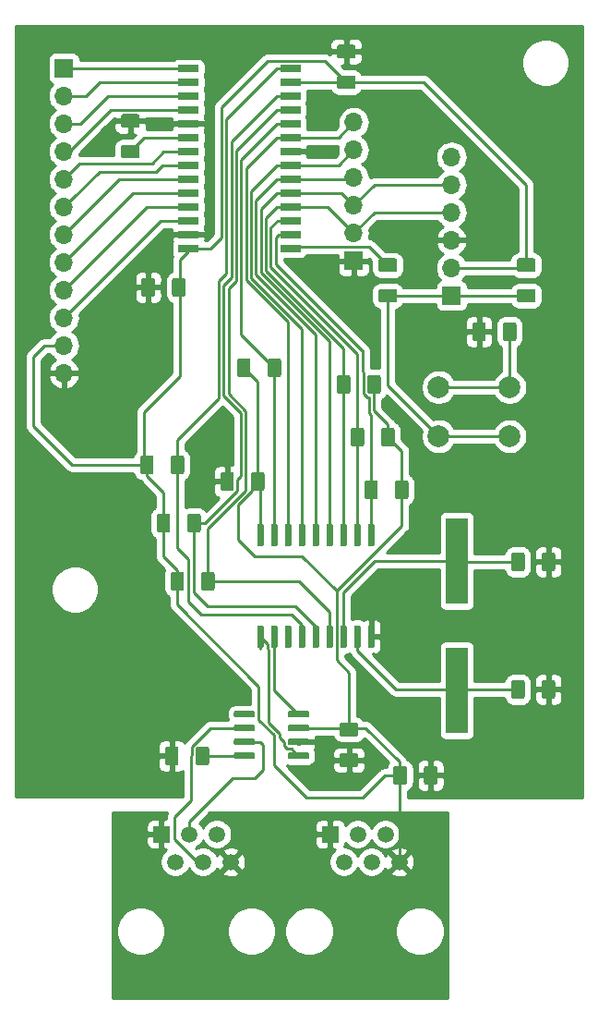
<source format=gbr>
G04 #@! TF.GenerationSoftware,KiCad,Pcbnew,(5.1.4)-1*
G04 #@! TF.CreationDate,2019-11-01T17:51:28+00:00*
G04 #@! TF.ProjectId,canbus_boiler_switch,63616e62-7573-45f6-926f-696c65725f73,rev?*
G04 #@! TF.SameCoordinates,Original*
G04 #@! TF.FileFunction,Copper,L1,Top*
G04 #@! TF.FilePolarity,Positive*
%FSLAX46Y46*%
G04 Gerber Fmt 4.6, Leading zero omitted, Abs format (unit mm)*
G04 Created by KiCad (PCBNEW (5.1.4)-1) date 2019-11-01 17:51:28*
%MOMM*%
%LPD*%
G04 APERTURE LIST*
%ADD10O,1.700000X1.700000*%
%ADD11R,1.700000X1.700000*%
%ADD12R,2.000000X7.875000*%
%ADD13R,1.520000X1.520000*%
%ADD14C,1.520000*%
%ADD15R,1.850000X0.650000*%
%ADD16C,0.100000*%
%ADD17C,0.600000*%
%ADD18C,2.000000*%
%ADD19C,1.250000*%
%ADD20C,0.800000*%
%ADD21C,0.250000*%
%ADD22C,0.254000*%
G04 APERTURE END LIST*
D10*
X81450000Y-135000000D03*
X81450000Y-137540000D03*
X81450000Y-140080000D03*
X81450000Y-142620000D03*
X81450000Y-145160000D03*
D11*
X81450000Y-147700000D03*
D12*
X90932000Y-187039500D03*
X90932000Y-175164500D03*
D13*
X63820000Y-200214000D03*
D14*
X65090000Y-202754000D03*
X66360000Y-200214000D03*
X67630000Y-202754000D03*
X68900000Y-200214000D03*
X70170000Y-202754000D03*
D15*
X66294000Y-146558000D03*
X66294000Y-145288000D03*
X66294000Y-144018000D03*
X66294000Y-142748000D03*
X66294000Y-141478000D03*
X66294000Y-140208000D03*
X66294000Y-138938000D03*
X66294000Y-137668000D03*
X66294000Y-136398000D03*
X66294000Y-135128000D03*
X66294000Y-133858000D03*
X66294000Y-132588000D03*
X66294000Y-131318000D03*
X66294000Y-130048000D03*
X75644000Y-130048000D03*
X75644000Y-131318000D03*
X75644000Y-132588000D03*
X75644000Y-133858000D03*
X75644000Y-135128000D03*
X75644000Y-136398000D03*
X75644000Y-137668000D03*
X75644000Y-138938000D03*
X75644000Y-140208000D03*
X75644000Y-141478000D03*
X75644000Y-142748000D03*
X75644000Y-144018000D03*
X75644000Y-145288000D03*
X75644000Y-146558000D03*
D13*
X79290000Y-200214000D03*
D14*
X80560000Y-202754000D03*
X81830000Y-200214000D03*
X83100000Y-202754000D03*
X84370000Y-200214000D03*
X85640000Y-202754000D03*
D16*
G36*
X72278703Y-192740722D02*
G01*
X72293264Y-192742882D01*
X72307543Y-192746459D01*
X72321403Y-192751418D01*
X72334710Y-192757712D01*
X72347336Y-192765280D01*
X72359159Y-192774048D01*
X72370066Y-192783934D01*
X72379952Y-192794841D01*
X72388720Y-192806664D01*
X72396288Y-192819290D01*
X72402582Y-192832597D01*
X72407541Y-192846457D01*
X72411118Y-192860736D01*
X72413278Y-192875297D01*
X72414000Y-192890000D01*
X72414000Y-193190000D01*
X72413278Y-193204703D01*
X72411118Y-193219264D01*
X72407541Y-193233543D01*
X72402582Y-193247403D01*
X72396288Y-193260710D01*
X72388720Y-193273336D01*
X72379952Y-193285159D01*
X72370066Y-193296066D01*
X72359159Y-193305952D01*
X72347336Y-193314720D01*
X72334710Y-193322288D01*
X72321403Y-193328582D01*
X72307543Y-193333541D01*
X72293264Y-193337118D01*
X72278703Y-193339278D01*
X72264000Y-193340000D01*
X70614000Y-193340000D01*
X70599297Y-193339278D01*
X70584736Y-193337118D01*
X70570457Y-193333541D01*
X70556597Y-193328582D01*
X70543290Y-193322288D01*
X70530664Y-193314720D01*
X70518841Y-193305952D01*
X70507934Y-193296066D01*
X70498048Y-193285159D01*
X70489280Y-193273336D01*
X70481712Y-193260710D01*
X70475418Y-193247403D01*
X70470459Y-193233543D01*
X70466882Y-193219264D01*
X70464722Y-193204703D01*
X70464000Y-193190000D01*
X70464000Y-192890000D01*
X70464722Y-192875297D01*
X70466882Y-192860736D01*
X70470459Y-192846457D01*
X70475418Y-192832597D01*
X70481712Y-192819290D01*
X70489280Y-192806664D01*
X70498048Y-192794841D01*
X70507934Y-192783934D01*
X70518841Y-192774048D01*
X70530664Y-192765280D01*
X70543290Y-192757712D01*
X70556597Y-192751418D01*
X70570457Y-192746459D01*
X70584736Y-192742882D01*
X70599297Y-192740722D01*
X70614000Y-192740000D01*
X72264000Y-192740000D01*
X72278703Y-192740722D01*
X72278703Y-192740722D01*
G37*
D17*
X71439000Y-193040000D03*
D16*
G36*
X72278703Y-191470722D02*
G01*
X72293264Y-191472882D01*
X72307543Y-191476459D01*
X72321403Y-191481418D01*
X72334710Y-191487712D01*
X72347336Y-191495280D01*
X72359159Y-191504048D01*
X72370066Y-191513934D01*
X72379952Y-191524841D01*
X72388720Y-191536664D01*
X72396288Y-191549290D01*
X72402582Y-191562597D01*
X72407541Y-191576457D01*
X72411118Y-191590736D01*
X72413278Y-191605297D01*
X72414000Y-191620000D01*
X72414000Y-191920000D01*
X72413278Y-191934703D01*
X72411118Y-191949264D01*
X72407541Y-191963543D01*
X72402582Y-191977403D01*
X72396288Y-191990710D01*
X72388720Y-192003336D01*
X72379952Y-192015159D01*
X72370066Y-192026066D01*
X72359159Y-192035952D01*
X72347336Y-192044720D01*
X72334710Y-192052288D01*
X72321403Y-192058582D01*
X72307543Y-192063541D01*
X72293264Y-192067118D01*
X72278703Y-192069278D01*
X72264000Y-192070000D01*
X70614000Y-192070000D01*
X70599297Y-192069278D01*
X70584736Y-192067118D01*
X70570457Y-192063541D01*
X70556597Y-192058582D01*
X70543290Y-192052288D01*
X70530664Y-192044720D01*
X70518841Y-192035952D01*
X70507934Y-192026066D01*
X70498048Y-192015159D01*
X70489280Y-192003336D01*
X70481712Y-191990710D01*
X70475418Y-191977403D01*
X70470459Y-191963543D01*
X70466882Y-191949264D01*
X70464722Y-191934703D01*
X70464000Y-191920000D01*
X70464000Y-191620000D01*
X70464722Y-191605297D01*
X70466882Y-191590736D01*
X70470459Y-191576457D01*
X70475418Y-191562597D01*
X70481712Y-191549290D01*
X70489280Y-191536664D01*
X70498048Y-191524841D01*
X70507934Y-191513934D01*
X70518841Y-191504048D01*
X70530664Y-191495280D01*
X70543290Y-191487712D01*
X70556597Y-191481418D01*
X70570457Y-191476459D01*
X70584736Y-191472882D01*
X70599297Y-191470722D01*
X70614000Y-191470000D01*
X72264000Y-191470000D01*
X72278703Y-191470722D01*
X72278703Y-191470722D01*
G37*
D17*
X71439000Y-191770000D03*
D16*
G36*
X72278703Y-190200722D02*
G01*
X72293264Y-190202882D01*
X72307543Y-190206459D01*
X72321403Y-190211418D01*
X72334710Y-190217712D01*
X72347336Y-190225280D01*
X72359159Y-190234048D01*
X72370066Y-190243934D01*
X72379952Y-190254841D01*
X72388720Y-190266664D01*
X72396288Y-190279290D01*
X72402582Y-190292597D01*
X72407541Y-190306457D01*
X72411118Y-190320736D01*
X72413278Y-190335297D01*
X72414000Y-190350000D01*
X72414000Y-190650000D01*
X72413278Y-190664703D01*
X72411118Y-190679264D01*
X72407541Y-190693543D01*
X72402582Y-190707403D01*
X72396288Y-190720710D01*
X72388720Y-190733336D01*
X72379952Y-190745159D01*
X72370066Y-190756066D01*
X72359159Y-190765952D01*
X72347336Y-190774720D01*
X72334710Y-190782288D01*
X72321403Y-190788582D01*
X72307543Y-190793541D01*
X72293264Y-190797118D01*
X72278703Y-190799278D01*
X72264000Y-190800000D01*
X70614000Y-190800000D01*
X70599297Y-190799278D01*
X70584736Y-190797118D01*
X70570457Y-190793541D01*
X70556597Y-190788582D01*
X70543290Y-190782288D01*
X70530664Y-190774720D01*
X70518841Y-190765952D01*
X70507934Y-190756066D01*
X70498048Y-190745159D01*
X70489280Y-190733336D01*
X70481712Y-190720710D01*
X70475418Y-190707403D01*
X70470459Y-190693543D01*
X70466882Y-190679264D01*
X70464722Y-190664703D01*
X70464000Y-190650000D01*
X70464000Y-190350000D01*
X70464722Y-190335297D01*
X70466882Y-190320736D01*
X70470459Y-190306457D01*
X70475418Y-190292597D01*
X70481712Y-190279290D01*
X70489280Y-190266664D01*
X70498048Y-190254841D01*
X70507934Y-190243934D01*
X70518841Y-190234048D01*
X70530664Y-190225280D01*
X70543290Y-190217712D01*
X70556597Y-190211418D01*
X70570457Y-190206459D01*
X70584736Y-190202882D01*
X70599297Y-190200722D01*
X70614000Y-190200000D01*
X72264000Y-190200000D01*
X72278703Y-190200722D01*
X72278703Y-190200722D01*
G37*
D17*
X71439000Y-190500000D03*
D16*
G36*
X72278703Y-188930722D02*
G01*
X72293264Y-188932882D01*
X72307543Y-188936459D01*
X72321403Y-188941418D01*
X72334710Y-188947712D01*
X72347336Y-188955280D01*
X72359159Y-188964048D01*
X72370066Y-188973934D01*
X72379952Y-188984841D01*
X72388720Y-188996664D01*
X72396288Y-189009290D01*
X72402582Y-189022597D01*
X72407541Y-189036457D01*
X72411118Y-189050736D01*
X72413278Y-189065297D01*
X72414000Y-189080000D01*
X72414000Y-189380000D01*
X72413278Y-189394703D01*
X72411118Y-189409264D01*
X72407541Y-189423543D01*
X72402582Y-189437403D01*
X72396288Y-189450710D01*
X72388720Y-189463336D01*
X72379952Y-189475159D01*
X72370066Y-189486066D01*
X72359159Y-189495952D01*
X72347336Y-189504720D01*
X72334710Y-189512288D01*
X72321403Y-189518582D01*
X72307543Y-189523541D01*
X72293264Y-189527118D01*
X72278703Y-189529278D01*
X72264000Y-189530000D01*
X70614000Y-189530000D01*
X70599297Y-189529278D01*
X70584736Y-189527118D01*
X70570457Y-189523541D01*
X70556597Y-189518582D01*
X70543290Y-189512288D01*
X70530664Y-189504720D01*
X70518841Y-189495952D01*
X70507934Y-189486066D01*
X70498048Y-189475159D01*
X70489280Y-189463336D01*
X70481712Y-189450710D01*
X70475418Y-189437403D01*
X70470459Y-189423543D01*
X70466882Y-189409264D01*
X70464722Y-189394703D01*
X70464000Y-189380000D01*
X70464000Y-189080000D01*
X70464722Y-189065297D01*
X70466882Y-189050736D01*
X70470459Y-189036457D01*
X70475418Y-189022597D01*
X70481712Y-189009290D01*
X70489280Y-188996664D01*
X70498048Y-188984841D01*
X70507934Y-188973934D01*
X70518841Y-188964048D01*
X70530664Y-188955280D01*
X70543290Y-188947712D01*
X70556597Y-188941418D01*
X70570457Y-188936459D01*
X70584736Y-188932882D01*
X70599297Y-188930722D01*
X70614000Y-188930000D01*
X72264000Y-188930000D01*
X72278703Y-188930722D01*
X72278703Y-188930722D01*
G37*
D17*
X71439000Y-189230000D03*
D16*
G36*
X77228703Y-188930722D02*
G01*
X77243264Y-188932882D01*
X77257543Y-188936459D01*
X77271403Y-188941418D01*
X77284710Y-188947712D01*
X77297336Y-188955280D01*
X77309159Y-188964048D01*
X77320066Y-188973934D01*
X77329952Y-188984841D01*
X77338720Y-188996664D01*
X77346288Y-189009290D01*
X77352582Y-189022597D01*
X77357541Y-189036457D01*
X77361118Y-189050736D01*
X77363278Y-189065297D01*
X77364000Y-189080000D01*
X77364000Y-189380000D01*
X77363278Y-189394703D01*
X77361118Y-189409264D01*
X77357541Y-189423543D01*
X77352582Y-189437403D01*
X77346288Y-189450710D01*
X77338720Y-189463336D01*
X77329952Y-189475159D01*
X77320066Y-189486066D01*
X77309159Y-189495952D01*
X77297336Y-189504720D01*
X77284710Y-189512288D01*
X77271403Y-189518582D01*
X77257543Y-189523541D01*
X77243264Y-189527118D01*
X77228703Y-189529278D01*
X77214000Y-189530000D01*
X75564000Y-189530000D01*
X75549297Y-189529278D01*
X75534736Y-189527118D01*
X75520457Y-189523541D01*
X75506597Y-189518582D01*
X75493290Y-189512288D01*
X75480664Y-189504720D01*
X75468841Y-189495952D01*
X75457934Y-189486066D01*
X75448048Y-189475159D01*
X75439280Y-189463336D01*
X75431712Y-189450710D01*
X75425418Y-189437403D01*
X75420459Y-189423543D01*
X75416882Y-189409264D01*
X75414722Y-189394703D01*
X75414000Y-189380000D01*
X75414000Y-189080000D01*
X75414722Y-189065297D01*
X75416882Y-189050736D01*
X75420459Y-189036457D01*
X75425418Y-189022597D01*
X75431712Y-189009290D01*
X75439280Y-188996664D01*
X75448048Y-188984841D01*
X75457934Y-188973934D01*
X75468841Y-188964048D01*
X75480664Y-188955280D01*
X75493290Y-188947712D01*
X75506597Y-188941418D01*
X75520457Y-188936459D01*
X75534736Y-188932882D01*
X75549297Y-188930722D01*
X75564000Y-188930000D01*
X77214000Y-188930000D01*
X77228703Y-188930722D01*
X77228703Y-188930722D01*
G37*
D17*
X76389000Y-189230000D03*
D16*
G36*
X77228703Y-190200722D02*
G01*
X77243264Y-190202882D01*
X77257543Y-190206459D01*
X77271403Y-190211418D01*
X77284710Y-190217712D01*
X77297336Y-190225280D01*
X77309159Y-190234048D01*
X77320066Y-190243934D01*
X77329952Y-190254841D01*
X77338720Y-190266664D01*
X77346288Y-190279290D01*
X77352582Y-190292597D01*
X77357541Y-190306457D01*
X77361118Y-190320736D01*
X77363278Y-190335297D01*
X77364000Y-190350000D01*
X77364000Y-190650000D01*
X77363278Y-190664703D01*
X77361118Y-190679264D01*
X77357541Y-190693543D01*
X77352582Y-190707403D01*
X77346288Y-190720710D01*
X77338720Y-190733336D01*
X77329952Y-190745159D01*
X77320066Y-190756066D01*
X77309159Y-190765952D01*
X77297336Y-190774720D01*
X77284710Y-190782288D01*
X77271403Y-190788582D01*
X77257543Y-190793541D01*
X77243264Y-190797118D01*
X77228703Y-190799278D01*
X77214000Y-190800000D01*
X75564000Y-190800000D01*
X75549297Y-190799278D01*
X75534736Y-190797118D01*
X75520457Y-190793541D01*
X75506597Y-190788582D01*
X75493290Y-190782288D01*
X75480664Y-190774720D01*
X75468841Y-190765952D01*
X75457934Y-190756066D01*
X75448048Y-190745159D01*
X75439280Y-190733336D01*
X75431712Y-190720710D01*
X75425418Y-190707403D01*
X75420459Y-190693543D01*
X75416882Y-190679264D01*
X75414722Y-190664703D01*
X75414000Y-190650000D01*
X75414000Y-190350000D01*
X75414722Y-190335297D01*
X75416882Y-190320736D01*
X75420459Y-190306457D01*
X75425418Y-190292597D01*
X75431712Y-190279290D01*
X75439280Y-190266664D01*
X75448048Y-190254841D01*
X75457934Y-190243934D01*
X75468841Y-190234048D01*
X75480664Y-190225280D01*
X75493290Y-190217712D01*
X75506597Y-190211418D01*
X75520457Y-190206459D01*
X75534736Y-190202882D01*
X75549297Y-190200722D01*
X75564000Y-190200000D01*
X77214000Y-190200000D01*
X77228703Y-190200722D01*
X77228703Y-190200722D01*
G37*
D17*
X76389000Y-190500000D03*
D16*
G36*
X77228703Y-191470722D02*
G01*
X77243264Y-191472882D01*
X77257543Y-191476459D01*
X77271403Y-191481418D01*
X77284710Y-191487712D01*
X77297336Y-191495280D01*
X77309159Y-191504048D01*
X77320066Y-191513934D01*
X77329952Y-191524841D01*
X77338720Y-191536664D01*
X77346288Y-191549290D01*
X77352582Y-191562597D01*
X77357541Y-191576457D01*
X77361118Y-191590736D01*
X77363278Y-191605297D01*
X77364000Y-191620000D01*
X77364000Y-191920000D01*
X77363278Y-191934703D01*
X77361118Y-191949264D01*
X77357541Y-191963543D01*
X77352582Y-191977403D01*
X77346288Y-191990710D01*
X77338720Y-192003336D01*
X77329952Y-192015159D01*
X77320066Y-192026066D01*
X77309159Y-192035952D01*
X77297336Y-192044720D01*
X77284710Y-192052288D01*
X77271403Y-192058582D01*
X77257543Y-192063541D01*
X77243264Y-192067118D01*
X77228703Y-192069278D01*
X77214000Y-192070000D01*
X75564000Y-192070000D01*
X75549297Y-192069278D01*
X75534736Y-192067118D01*
X75520457Y-192063541D01*
X75506597Y-192058582D01*
X75493290Y-192052288D01*
X75480664Y-192044720D01*
X75468841Y-192035952D01*
X75457934Y-192026066D01*
X75448048Y-192015159D01*
X75439280Y-192003336D01*
X75431712Y-191990710D01*
X75425418Y-191977403D01*
X75420459Y-191963543D01*
X75416882Y-191949264D01*
X75414722Y-191934703D01*
X75414000Y-191920000D01*
X75414000Y-191620000D01*
X75414722Y-191605297D01*
X75416882Y-191590736D01*
X75420459Y-191576457D01*
X75425418Y-191562597D01*
X75431712Y-191549290D01*
X75439280Y-191536664D01*
X75448048Y-191524841D01*
X75457934Y-191513934D01*
X75468841Y-191504048D01*
X75480664Y-191495280D01*
X75493290Y-191487712D01*
X75506597Y-191481418D01*
X75520457Y-191476459D01*
X75534736Y-191472882D01*
X75549297Y-191470722D01*
X75564000Y-191470000D01*
X77214000Y-191470000D01*
X77228703Y-191470722D01*
X77228703Y-191470722D01*
G37*
D17*
X76389000Y-191770000D03*
D16*
G36*
X77228703Y-192740722D02*
G01*
X77243264Y-192742882D01*
X77257543Y-192746459D01*
X77271403Y-192751418D01*
X77284710Y-192757712D01*
X77297336Y-192765280D01*
X77309159Y-192774048D01*
X77320066Y-192783934D01*
X77329952Y-192794841D01*
X77338720Y-192806664D01*
X77346288Y-192819290D01*
X77352582Y-192832597D01*
X77357541Y-192846457D01*
X77361118Y-192860736D01*
X77363278Y-192875297D01*
X77364000Y-192890000D01*
X77364000Y-193190000D01*
X77363278Y-193204703D01*
X77361118Y-193219264D01*
X77357541Y-193233543D01*
X77352582Y-193247403D01*
X77346288Y-193260710D01*
X77338720Y-193273336D01*
X77329952Y-193285159D01*
X77320066Y-193296066D01*
X77309159Y-193305952D01*
X77297336Y-193314720D01*
X77284710Y-193322288D01*
X77271403Y-193328582D01*
X77257543Y-193333541D01*
X77243264Y-193337118D01*
X77228703Y-193339278D01*
X77214000Y-193340000D01*
X75564000Y-193340000D01*
X75549297Y-193339278D01*
X75534736Y-193337118D01*
X75520457Y-193333541D01*
X75506597Y-193328582D01*
X75493290Y-193322288D01*
X75480664Y-193314720D01*
X75468841Y-193305952D01*
X75457934Y-193296066D01*
X75448048Y-193285159D01*
X75439280Y-193273336D01*
X75431712Y-193260710D01*
X75425418Y-193247403D01*
X75420459Y-193233543D01*
X75416882Y-193219264D01*
X75414722Y-193204703D01*
X75414000Y-193190000D01*
X75414000Y-192890000D01*
X75414722Y-192875297D01*
X75416882Y-192860736D01*
X75420459Y-192846457D01*
X75425418Y-192832597D01*
X75431712Y-192819290D01*
X75439280Y-192806664D01*
X75448048Y-192794841D01*
X75457934Y-192783934D01*
X75468841Y-192774048D01*
X75480664Y-192765280D01*
X75493290Y-192757712D01*
X75506597Y-192751418D01*
X75520457Y-192746459D01*
X75534736Y-192742882D01*
X75549297Y-192740722D01*
X75564000Y-192740000D01*
X77214000Y-192740000D01*
X77228703Y-192740722D01*
X77228703Y-192740722D01*
G37*
D17*
X76389000Y-193040000D03*
D18*
X89258000Y-163758000D03*
X89258000Y-159258000D03*
X95758000Y-163758000D03*
X95758000Y-159258000D03*
D10*
X54864000Y-157988000D03*
X54864000Y-155448000D03*
X54864000Y-152908000D03*
X54864000Y-150368000D03*
X54864000Y-147828000D03*
X54864000Y-145288000D03*
X54864000Y-142748000D03*
X54864000Y-140208000D03*
X54864000Y-137668000D03*
X54864000Y-135128000D03*
X54864000Y-132588000D03*
D11*
X54864000Y-130048000D03*
D16*
G36*
X73062703Y-171793722D02*
G01*
X73077264Y-171795882D01*
X73091543Y-171799459D01*
X73105403Y-171804418D01*
X73118710Y-171810712D01*
X73131336Y-171818280D01*
X73143159Y-171827048D01*
X73154066Y-171836934D01*
X73163952Y-171847841D01*
X73172720Y-171859664D01*
X73180288Y-171872290D01*
X73186582Y-171885597D01*
X73191541Y-171899457D01*
X73195118Y-171913736D01*
X73197278Y-171928297D01*
X73198000Y-171943000D01*
X73198000Y-173693000D01*
X73197278Y-173707703D01*
X73195118Y-173722264D01*
X73191541Y-173736543D01*
X73186582Y-173750403D01*
X73180288Y-173763710D01*
X73172720Y-173776336D01*
X73163952Y-173788159D01*
X73154066Y-173799066D01*
X73143159Y-173808952D01*
X73131336Y-173817720D01*
X73118710Y-173825288D01*
X73105403Y-173831582D01*
X73091543Y-173836541D01*
X73077264Y-173840118D01*
X73062703Y-173842278D01*
X73048000Y-173843000D01*
X72748000Y-173843000D01*
X72733297Y-173842278D01*
X72718736Y-173840118D01*
X72704457Y-173836541D01*
X72690597Y-173831582D01*
X72677290Y-173825288D01*
X72664664Y-173817720D01*
X72652841Y-173808952D01*
X72641934Y-173799066D01*
X72632048Y-173788159D01*
X72623280Y-173776336D01*
X72615712Y-173763710D01*
X72609418Y-173750403D01*
X72604459Y-173736543D01*
X72600882Y-173722264D01*
X72598722Y-173707703D01*
X72598000Y-173693000D01*
X72598000Y-171943000D01*
X72598722Y-171928297D01*
X72600882Y-171913736D01*
X72604459Y-171899457D01*
X72609418Y-171885597D01*
X72615712Y-171872290D01*
X72623280Y-171859664D01*
X72632048Y-171847841D01*
X72641934Y-171836934D01*
X72652841Y-171827048D01*
X72664664Y-171818280D01*
X72677290Y-171810712D01*
X72690597Y-171804418D01*
X72704457Y-171799459D01*
X72718736Y-171795882D01*
X72733297Y-171793722D01*
X72748000Y-171793000D01*
X73048000Y-171793000D01*
X73062703Y-171793722D01*
X73062703Y-171793722D01*
G37*
D17*
X72898000Y-172818000D03*
D16*
G36*
X74332703Y-171793722D02*
G01*
X74347264Y-171795882D01*
X74361543Y-171799459D01*
X74375403Y-171804418D01*
X74388710Y-171810712D01*
X74401336Y-171818280D01*
X74413159Y-171827048D01*
X74424066Y-171836934D01*
X74433952Y-171847841D01*
X74442720Y-171859664D01*
X74450288Y-171872290D01*
X74456582Y-171885597D01*
X74461541Y-171899457D01*
X74465118Y-171913736D01*
X74467278Y-171928297D01*
X74468000Y-171943000D01*
X74468000Y-173693000D01*
X74467278Y-173707703D01*
X74465118Y-173722264D01*
X74461541Y-173736543D01*
X74456582Y-173750403D01*
X74450288Y-173763710D01*
X74442720Y-173776336D01*
X74433952Y-173788159D01*
X74424066Y-173799066D01*
X74413159Y-173808952D01*
X74401336Y-173817720D01*
X74388710Y-173825288D01*
X74375403Y-173831582D01*
X74361543Y-173836541D01*
X74347264Y-173840118D01*
X74332703Y-173842278D01*
X74318000Y-173843000D01*
X74018000Y-173843000D01*
X74003297Y-173842278D01*
X73988736Y-173840118D01*
X73974457Y-173836541D01*
X73960597Y-173831582D01*
X73947290Y-173825288D01*
X73934664Y-173817720D01*
X73922841Y-173808952D01*
X73911934Y-173799066D01*
X73902048Y-173788159D01*
X73893280Y-173776336D01*
X73885712Y-173763710D01*
X73879418Y-173750403D01*
X73874459Y-173736543D01*
X73870882Y-173722264D01*
X73868722Y-173707703D01*
X73868000Y-173693000D01*
X73868000Y-171943000D01*
X73868722Y-171928297D01*
X73870882Y-171913736D01*
X73874459Y-171899457D01*
X73879418Y-171885597D01*
X73885712Y-171872290D01*
X73893280Y-171859664D01*
X73902048Y-171847841D01*
X73911934Y-171836934D01*
X73922841Y-171827048D01*
X73934664Y-171818280D01*
X73947290Y-171810712D01*
X73960597Y-171804418D01*
X73974457Y-171799459D01*
X73988736Y-171795882D01*
X74003297Y-171793722D01*
X74018000Y-171793000D01*
X74318000Y-171793000D01*
X74332703Y-171793722D01*
X74332703Y-171793722D01*
G37*
D17*
X74168000Y-172818000D03*
D16*
G36*
X75602703Y-171793722D02*
G01*
X75617264Y-171795882D01*
X75631543Y-171799459D01*
X75645403Y-171804418D01*
X75658710Y-171810712D01*
X75671336Y-171818280D01*
X75683159Y-171827048D01*
X75694066Y-171836934D01*
X75703952Y-171847841D01*
X75712720Y-171859664D01*
X75720288Y-171872290D01*
X75726582Y-171885597D01*
X75731541Y-171899457D01*
X75735118Y-171913736D01*
X75737278Y-171928297D01*
X75738000Y-171943000D01*
X75738000Y-173693000D01*
X75737278Y-173707703D01*
X75735118Y-173722264D01*
X75731541Y-173736543D01*
X75726582Y-173750403D01*
X75720288Y-173763710D01*
X75712720Y-173776336D01*
X75703952Y-173788159D01*
X75694066Y-173799066D01*
X75683159Y-173808952D01*
X75671336Y-173817720D01*
X75658710Y-173825288D01*
X75645403Y-173831582D01*
X75631543Y-173836541D01*
X75617264Y-173840118D01*
X75602703Y-173842278D01*
X75588000Y-173843000D01*
X75288000Y-173843000D01*
X75273297Y-173842278D01*
X75258736Y-173840118D01*
X75244457Y-173836541D01*
X75230597Y-173831582D01*
X75217290Y-173825288D01*
X75204664Y-173817720D01*
X75192841Y-173808952D01*
X75181934Y-173799066D01*
X75172048Y-173788159D01*
X75163280Y-173776336D01*
X75155712Y-173763710D01*
X75149418Y-173750403D01*
X75144459Y-173736543D01*
X75140882Y-173722264D01*
X75138722Y-173707703D01*
X75138000Y-173693000D01*
X75138000Y-171943000D01*
X75138722Y-171928297D01*
X75140882Y-171913736D01*
X75144459Y-171899457D01*
X75149418Y-171885597D01*
X75155712Y-171872290D01*
X75163280Y-171859664D01*
X75172048Y-171847841D01*
X75181934Y-171836934D01*
X75192841Y-171827048D01*
X75204664Y-171818280D01*
X75217290Y-171810712D01*
X75230597Y-171804418D01*
X75244457Y-171799459D01*
X75258736Y-171795882D01*
X75273297Y-171793722D01*
X75288000Y-171793000D01*
X75588000Y-171793000D01*
X75602703Y-171793722D01*
X75602703Y-171793722D01*
G37*
D17*
X75438000Y-172818000D03*
D16*
G36*
X76872703Y-171793722D02*
G01*
X76887264Y-171795882D01*
X76901543Y-171799459D01*
X76915403Y-171804418D01*
X76928710Y-171810712D01*
X76941336Y-171818280D01*
X76953159Y-171827048D01*
X76964066Y-171836934D01*
X76973952Y-171847841D01*
X76982720Y-171859664D01*
X76990288Y-171872290D01*
X76996582Y-171885597D01*
X77001541Y-171899457D01*
X77005118Y-171913736D01*
X77007278Y-171928297D01*
X77008000Y-171943000D01*
X77008000Y-173693000D01*
X77007278Y-173707703D01*
X77005118Y-173722264D01*
X77001541Y-173736543D01*
X76996582Y-173750403D01*
X76990288Y-173763710D01*
X76982720Y-173776336D01*
X76973952Y-173788159D01*
X76964066Y-173799066D01*
X76953159Y-173808952D01*
X76941336Y-173817720D01*
X76928710Y-173825288D01*
X76915403Y-173831582D01*
X76901543Y-173836541D01*
X76887264Y-173840118D01*
X76872703Y-173842278D01*
X76858000Y-173843000D01*
X76558000Y-173843000D01*
X76543297Y-173842278D01*
X76528736Y-173840118D01*
X76514457Y-173836541D01*
X76500597Y-173831582D01*
X76487290Y-173825288D01*
X76474664Y-173817720D01*
X76462841Y-173808952D01*
X76451934Y-173799066D01*
X76442048Y-173788159D01*
X76433280Y-173776336D01*
X76425712Y-173763710D01*
X76419418Y-173750403D01*
X76414459Y-173736543D01*
X76410882Y-173722264D01*
X76408722Y-173707703D01*
X76408000Y-173693000D01*
X76408000Y-171943000D01*
X76408722Y-171928297D01*
X76410882Y-171913736D01*
X76414459Y-171899457D01*
X76419418Y-171885597D01*
X76425712Y-171872290D01*
X76433280Y-171859664D01*
X76442048Y-171847841D01*
X76451934Y-171836934D01*
X76462841Y-171827048D01*
X76474664Y-171818280D01*
X76487290Y-171810712D01*
X76500597Y-171804418D01*
X76514457Y-171799459D01*
X76528736Y-171795882D01*
X76543297Y-171793722D01*
X76558000Y-171793000D01*
X76858000Y-171793000D01*
X76872703Y-171793722D01*
X76872703Y-171793722D01*
G37*
D17*
X76708000Y-172818000D03*
D16*
G36*
X78142703Y-171793722D02*
G01*
X78157264Y-171795882D01*
X78171543Y-171799459D01*
X78185403Y-171804418D01*
X78198710Y-171810712D01*
X78211336Y-171818280D01*
X78223159Y-171827048D01*
X78234066Y-171836934D01*
X78243952Y-171847841D01*
X78252720Y-171859664D01*
X78260288Y-171872290D01*
X78266582Y-171885597D01*
X78271541Y-171899457D01*
X78275118Y-171913736D01*
X78277278Y-171928297D01*
X78278000Y-171943000D01*
X78278000Y-173693000D01*
X78277278Y-173707703D01*
X78275118Y-173722264D01*
X78271541Y-173736543D01*
X78266582Y-173750403D01*
X78260288Y-173763710D01*
X78252720Y-173776336D01*
X78243952Y-173788159D01*
X78234066Y-173799066D01*
X78223159Y-173808952D01*
X78211336Y-173817720D01*
X78198710Y-173825288D01*
X78185403Y-173831582D01*
X78171543Y-173836541D01*
X78157264Y-173840118D01*
X78142703Y-173842278D01*
X78128000Y-173843000D01*
X77828000Y-173843000D01*
X77813297Y-173842278D01*
X77798736Y-173840118D01*
X77784457Y-173836541D01*
X77770597Y-173831582D01*
X77757290Y-173825288D01*
X77744664Y-173817720D01*
X77732841Y-173808952D01*
X77721934Y-173799066D01*
X77712048Y-173788159D01*
X77703280Y-173776336D01*
X77695712Y-173763710D01*
X77689418Y-173750403D01*
X77684459Y-173736543D01*
X77680882Y-173722264D01*
X77678722Y-173707703D01*
X77678000Y-173693000D01*
X77678000Y-171943000D01*
X77678722Y-171928297D01*
X77680882Y-171913736D01*
X77684459Y-171899457D01*
X77689418Y-171885597D01*
X77695712Y-171872290D01*
X77703280Y-171859664D01*
X77712048Y-171847841D01*
X77721934Y-171836934D01*
X77732841Y-171827048D01*
X77744664Y-171818280D01*
X77757290Y-171810712D01*
X77770597Y-171804418D01*
X77784457Y-171799459D01*
X77798736Y-171795882D01*
X77813297Y-171793722D01*
X77828000Y-171793000D01*
X78128000Y-171793000D01*
X78142703Y-171793722D01*
X78142703Y-171793722D01*
G37*
D17*
X77978000Y-172818000D03*
D16*
G36*
X79412703Y-171793722D02*
G01*
X79427264Y-171795882D01*
X79441543Y-171799459D01*
X79455403Y-171804418D01*
X79468710Y-171810712D01*
X79481336Y-171818280D01*
X79493159Y-171827048D01*
X79504066Y-171836934D01*
X79513952Y-171847841D01*
X79522720Y-171859664D01*
X79530288Y-171872290D01*
X79536582Y-171885597D01*
X79541541Y-171899457D01*
X79545118Y-171913736D01*
X79547278Y-171928297D01*
X79548000Y-171943000D01*
X79548000Y-173693000D01*
X79547278Y-173707703D01*
X79545118Y-173722264D01*
X79541541Y-173736543D01*
X79536582Y-173750403D01*
X79530288Y-173763710D01*
X79522720Y-173776336D01*
X79513952Y-173788159D01*
X79504066Y-173799066D01*
X79493159Y-173808952D01*
X79481336Y-173817720D01*
X79468710Y-173825288D01*
X79455403Y-173831582D01*
X79441543Y-173836541D01*
X79427264Y-173840118D01*
X79412703Y-173842278D01*
X79398000Y-173843000D01*
X79098000Y-173843000D01*
X79083297Y-173842278D01*
X79068736Y-173840118D01*
X79054457Y-173836541D01*
X79040597Y-173831582D01*
X79027290Y-173825288D01*
X79014664Y-173817720D01*
X79002841Y-173808952D01*
X78991934Y-173799066D01*
X78982048Y-173788159D01*
X78973280Y-173776336D01*
X78965712Y-173763710D01*
X78959418Y-173750403D01*
X78954459Y-173736543D01*
X78950882Y-173722264D01*
X78948722Y-173707703D01*
X78948000Y-173693000D01*
X78948000Y-171943000D01*
X78948722Y-171928297D01*
X78950882Y-171913736D01*
X78954459Y-171899457D01*
X78959418Y-171885597D01*
X78965712Y-171872290D01*
X78973280Y-171859664D01*
X78982048Y-171847841D01*
X78991934Y-171836934D01*
X79002841Y-171827048D01*
X79014664Y-171818280D01*
X79027290Y-171810712D01*
X79040597Y-171804418D01*
X79054457Y-171799459D01*
X79068736Y-171795882D01*
X79083297Y-171793722D01*
X79098000Y-171793000D01*
X79398000Y-171793000D01*
X79412703Y-171793722D01*
X79412703Y-171793722D01*
G37*
D17*
X79248000Y-172818000D03*
D16*
G36*
X80682703Y-171793722D02*
G01*
X80697264Y-171795882D01*
X80711543Y-171799459D01*
X80725403Y-171804418D01*
X80738710Y-171810712D01*
X80751336Y-171818280D01*
X80763159Y-171827048D01*
X80774066Y-171836934D01*
X80783952Y-171847841D01*
X80792720Y-171859664D01*
X80800288Y-171872290D01*
X80806582Y-171885597D01*
X80811541Y-171899457D01*
X80815118Y-171913736D01*
X80817278Y-171928297D01*
X80818000Y-171943000D01*
X80818000Y-173693000D01*
X80817278Y-173707703D01*
X80815118Y-173722264D01*
X80811541Y-173736543D01*
X80806582Y-173750403D01*
X80800288Y-173763710D01*
X80792720Y-173776336D01*
X80783952Y-173788159D01*
X80774066Y-173799066D01*
X80763159Y-173808952D01*
X80751336Y-173817720D01*
X80738710Y-173825288D01*
X80725403Y-173831582D01*
X80711543Y-173836541D01*
X80697264Y-173840118D01*
X80682703Y-173842278D01*
X80668000Y-173843000D01*
X80368000Y-173843000D01*
X80353297Y-173842278D01*
X80338736Y-173840118D01*
X80324457Y-173836541D01*
X80310597Y-173831582D01*
X80297290Y-173825288D01*
X80284664Y-173817720D01*
X80272841Y-173808952D01*
X80261934Y-173799066D01*
X80252048Y-173788159D01*
X80243280Y-173776336D01*
X80235712Y-173763710D01*
X80229418Y-173750403D01*
X80224459Y-173736543D01*
X80220882Y-173722264D01*
X80218722Y-173707703D01*
X80218000Y-173693000D01*
X80218000Y-171943000D01*
X80218722Y-171928297D01*
X80220882Y-171913736D01*
X80224459Y-171899457D01*
X80229418Y-171885597D01*
X80235712Y-171872290D01*
X80243280Y-171859664D01*
X80252048Y-171847841D01*
X80261934Y-171836934D01*
X80272841Y-171827048D01*
X80284664Y-171818280D01*
X80297290Y-171810712D01*
X80310597Y-171804418D01*
X80324457Y-171799459D01*
X80338736Y-171795882D01*
X80353297Y-171793722D01*
X80368000Y-171793000D01*
X80668000Y-171793000D01*
X80682703Y-171793722D01*
X80682703Y-171793722D01*
G37*
D17*
X80518000Y-172818000D03*
D16*
G36*
X81952703Y-171793722D02*
G01*
X81967264Y-171795882D01*
X81981543Y-171799459D01*
X81995403Y-171804418D01*
X82008710Y-171810712D01*
X82021336Y-171818280D01*
X82033159Y-171827048D01*
X82044066Y-171836934D01*
X82053952Y-171847841D01*
X82062720Y-171859664D01*
X82070288Y-171872290D01*
X82076582Y-171885597D01*
X82081541Y-171899457D01*
X82085118Y-171913736D01*
X82087278Y-171928297D01*
X82088000Y-171943000D01*
X82088000Y-173693000D01*
X82087278Y-173707703D01*
X82085118Y-173722264D01*
X82081541Y-173736543D01*
X82076582Y-173750403D01*
X82070288Y-173763710D01*
X82062720Y-173776336D01*
X82053952Y-173788159D01*
X82044066Y-173799066D01*
X82033159Y-173808952D01*
X82021336Y-173817720D01*
X82008710Y-173825288D01*
X81995403Y-173831582D01*
X81981543Y-173836541D01*
X81967264Y-173840118D01*
X81952703Y-173842278D01*
X81938000Y-173843000D01*
X81638000Y-173843000D01*
X81623297Y-173842278D01*
X81608736Y-173840118D01*
X81594457Y-173836541D01*
X81580597Y-173831582D01*
X81567290Y-173825288D01*
X81554664Y-173817720D01*
X81542841Y-173808952D01*
X81531934Y-173799066D01*
X81522048Y-173788159D01*
X81513280Y-173776336D01*
X81505712Y-173763710D01*
X81499418Y-173750403D01*
X81494459Y-173736543D01*
X81490882Y-173722264D01*
X81488722Y-173707703D01*
X81488000Y-173693000D01*
X81488000Y-171943000D01*
X81488722Y-171928297D01*
X81490882Y-171913736D01*
X81494459Y-171899457D01*
X81499418Y-171885597D01*
X81505712Y-171872290D01*
X81513280Y-171859664D01*
X81522048Y-171847841D01*
X81531934Y-171836934D01*
X81542841Y-171827048D01*
X81554664Y-171818280D01*
X81567290Y-171810712D01*
X81580597Y-171804418D01*
X81594457Y-171799459D01*
X81608736Y-171795882D01*
X81623297Y-171793722D01*
X81638000Y-171793000D01*
X81938000Y-171793000D01*
X81952703Y-171793722D01*
X81952703Y-171793722D01*
G37*
D17*
X81788000Y-172818000D03*
D16*
G36*
X83222703Y-171793722D02*
G01*
X83237264Y-171795882D01*
X83251543Y-171799459D01*
X83265403Y-171804418D01*
X83278710Y-171810712D01*
X83291336Y-171818280D01*
X83303159Y-171827048D01*
X83314066Y-171836934D01*
X83323952Y-171847841D01*
X83332720Y-171859664D01*
X83340288Y-171872290D01*
X83346582Y-171885597D01*
X83351541Y-171899457D01*
X83355118Y-171913736D01*
X83357278Y-171928297D01*
X83358000Y-171943000D01*
X83358000Y-173693000D01*
X83357278Y-173707703D01*
X83355118Y-173722264D01*
X83351541Y-173736543D01*
X83346582Y-173750403D01*
X83340288Y-173763710D01*
X83332720Y-173776336D01*
X83323952Y-173788159D01*
X83314066Y-173799066D01*
X83303159Y-173808952D01*
X83291336Y-173817720D01*
X83278710Y-173825288D01*
X83265403Y-173831582D01*
X83251543Y-173836541D01*
X83237264Y-173840118D01*
X83222703Y-173842278D01*
X83208000Y-173843000D01*
X82908000Y-173843000D01*
X82893297Y-173842278D01*
X82878736Y-173840118D01*
X82864457Y-173836541D01*
X82850597Y-173831582D01*
X82837290Y-173825288D01*
X82824664Y-173817720D01*
X82812841Y-173808952D01*
X82801934Y-173799066D01*
X82792048Y-173788159D01*
X82783280Y-173776336D01*
X82775712Y-173763710D01*
X82769418Y-173750403D01*
X82764459Y-173736543D01*
X82760882Y-173722264D01*
X82758722Y-173707703D01*
X82758000Y-173693000D01*
X82758000Y-171943000D01*
X82758722Y-171928297D01*
X82760882Y-171913736D01*
X82764459Y-171899457D01*
X82769418Y-171885597D01*
X82775712Y-171872290D01*
X82783280Y-171859664D01*
X82792048Y-171847841D01*
X82801934Y-171836934D01*
X82812841Y-171827048D01*
X82824664Y-171818280D01*
X82837290Y-171810712D01*
X82850597Y-171804418D01*
X82864457Y-171799459D01*
X82878736Y-171795882D01*
X82893297Y-171793722D01*
X82908000Y-171793000D01*
X83208000Y-171793000D01*
X83222703Y-171793722D01*
X83222703Y-171793722D01*
G37*
D17*
X83058000Y-172818000D03*
D16*
G36*
X83222703Y-181093722D02*
G01*
X83237264Y-181095882D01*
X83251543Y-181099459D01*
X83265403Y-181104418D01*
X83278710Y-181110712D01*
X83291336Y-181118280D01*
X83303159Y-181127048D01*
X83314066Y-181136934D01*
X83323952Y-181147841D01*
X83332720Y-181159664D01*
X83340288Y-181172290D01*
X83346582Y-181185597D01*
X83351541Y-181199457D01*
X83355118Y-181213736D01*
X83357278Y-181228297D01*
X83358000Y-181243000D01*
X83358000Y-182993000D01*
X83357278Y-183007703D01*
X83355118Y-183022264D01*
X83351541Y-183036543D01*
X83346582Y-183050403D01*
X83340288Y-183063710D01*
X83332720Y-183076336D01*
X83323952Y-183088159D01*
X83314066Y-183099066D01*
X83303159Y-183108952D01*
X83291336Y-183117720D01*
X83278710Y-183125288D01*
X83265403Y-183131582D01*
X83251543Y-183136541D01*
X83237264Y-183140118D01*
X83222703Y-183142278D01*
X83208000Y-183143000D01*
X82908000Y-183143000D01*
X82893297Y-183142278D01*
X82878736Y-183140118D01*
X82864457Y-183136541D01*
X82850597Y-183131582D01*
X82837290Y-183125288D01*
X82824664Y-183117720D01*
X82812841Y-183108952D01*
X82801934Y-183099066D01*
X82792048Y-183088159D01*
X82783280Y-183076336D01*
X82775712Y-183063710D01*
X82769418Y-183050403D01*
X82764459Y-183036543D01*
X82760882Y-183022264D01*
X82758722Y-183007703D01*
X82758000Y-182993000D01*
X82758000Y-181243000D01*
X82758722Y-181228297D01*
X82760882Y-181213736D01*
X82764459Y-181199457D01*
X82769418Y-181185597D01*
X82775712Y-181172290D01*
X82783280Y-181159664D01*
X82792048Y-181147841D01*
X82801934Y-181136934D01*
X82812841Y-181127048D01*
X82824664Y-181118280D01*
X82837290Y-181110712D01*
X82850597Y-181104418D01*
X82864457Y-181099459D01*
X82878736Y-181095882D01*
X82893297Y-181093722D01*
X82908000Y-181093000D01*
X83208000Y-181093000D01*
X83222703Y-181093722D01*
X83222703Y-181093722D01*
G37*
D17*
X83058000Y-182118000D03*
D16*
G36*
X81952703Y-181093722D02*
G01*
X81967264Y-181095882D01*
X81981543Y-181099459D01*
X81995403Y-181104418D01*
X82008710Y-181110712D01*
X82021336Y-181118280D01*
X82033159Y-181127048D01*
X82044066Y-181136934D01*
X82053952Y-181147841D01*
X82062720Y-181159664D01*
X82070288Y-181172290D01*
X82076582Y-181185597D01*
X82081541Y-181199457D01*
X82085118Y-181213736D01*
X82087278Y-181228297D01*
X82088000Y-181243000D01*
X82088000Y-182993000D01*
X82087278Y-183007703D01*
X82085118Y-183022264D01*
X82081541Y-183036543D01*
X82076582Y-183050403D01*
X82070288Y-183063710D01*
X82062720Y-183076336D01*
X82053952Y-183088159D01*
X82044066Y-183099066D01*
X82033159Y-183108952D01*
X82021336Y-183117720D01*
X82008710Y-183125288D01*
X81995403Y-183131582D01*
X81981543Y-183136541D01*
X81967264Y-183140118D01*
X81952703Y-183142278D01*
X81938000Y-183143000D01*
X81638000Y-183143000D01*
X81623297Y-183142278D01*
X81608736Y-183140118D01*
X81594457Y-183136541D01*
X81580597Y-183131582D01*
X81567290Y-183125288D01*
X81554664Y-183117720D01*
X81542841Y-183108952D01*
X81531934Y-183099066D01*
X81522048Y-183088159D01*
X81513280Y-183076336D01*
X81505712Y-183063710D01*
X81499418Y-183050403D01*
X81494459Y-183036543D01*
X81490882Y-183022264D01*
X81488722Y-183007703D01*
X81488000Y-182993000D01*
X81488000Y-181243000D01*
X81488722Y-181228297D01*
X81490882Y-181213736D01*
X81494459Y-181199457D01*
X81499418Y-181185597D01*
X81505712Y-181172290D01*
X81513280Y-181159664D01*
X81522048Y-181147841D01*
X81531934Y-181136934D01*
X81542841Y-181127048D01*
X81554664Y-181118280D01*
X81567290Y-181110712D01*
X81580597Y-181104418D01*
X81594457Y-181099459D01*
X81608736Y-181095882D01*
X81623297Y-181093722D01*
X81638000Y-181093000D01*
X81938000Y-181093000D01*
X81952703Y-181093722D01*
X81952703Y-181093722D01*
G37*
D17*
X81788000Y-182118000D03*
D16*
G36*
X80682703Y-181093722D02*
G01*
X80697264Y-181095882D01*
X80711543Y-181099459D01*
X80725403Y-181104418D01*
X80738710Y-181110712D01*
X80751336Y-181118280D01*
X80763159Y-181127048D01*
X80774066Y-181136934D01*
X80783952Y-181147841D01*
X80792720Y-181159664D01*
X80800288Y-181172290D01*
X80806582Y-181185597D01*
X80811541Y-181199457D01*
X80815118Y-181213736D01*
X80817278Y-181228297D01*
X80818000Y-181243000D01*
X80818000Y-182993000D01*
X80817278Y-183007703D01*
X80815118Y-183022264D01*
X80811541Y-183036543D01*
X80806582Y-183050403D01*
X80800288Y-183063710D01*
X80792720Y-183076336D01*
X80783952Y-183088159D01*
X80774066Y-183099066D01*
X80763159Y-183108952D01*
X80751336Y-183117720D01*
X80738710Y-183125288D01*
X80725403Y-183131582D01*
X80711543Y-183136541D01*
X80697264Y-183140118D01*
X80682703Y-183142278D01*
X80668000Y-183143000D01*
X80368000Y-183143000D01*
X80353297Y-183142278D01*
X80338736Y-183140118D01*
X80324457Y-183136541D01*
X80310597Y-183131582D01*
X80297290Y-183125288D01*
X80284664Y-183117720D01*
X80272841Y-183108952D01*
X80261934Y-183099066D01*
X80252048Y-183088159D01*
X80243280Y-183076336D01*
X80235712Y-183063710D01*
X80229418Y-183050403D01*
X80224459Y-183036543D01*
X80220882Y-183022264D01*
X80218722Y-183007703D01*
X80218000Y-182993000D01*
X80218000Y-181243000D01*
X80218722Y-181228297D01*
X80220882Y-181213736D01*
X80224459Y-181199457D01*
X80229418Y-181185597D01*
X80235712Y-181172290D01*
X80243280Y-181159664D01*
X80252048Y-181147841D01*
X80261934Y-181136934D01*
X80272841Y-181127048D01*
X80284664Y-181118280D01*
X80297290Y-181110712D01*
X80310597Y-181104418D01*
X80324457Y-181099459D01*
X80338736Y-181095882D01*
X80353297Y-181093722D01*
X80368000Y-181093000D01*
X80668000Y-181093000D01*
X80682703Y-181093722D01*
X80682703Y-181093722D01*
G37*
D17*
X80518000Y-182118000D03*
D16*
G36*
X79412703Y-181093722D02*
G01*
X79427264Y-181095882D01*
X79441543Y-181099459D01*
X79455403Y-181104418D01*
X79468710Y-181110712D01*
X79481336Y-181118280D01*
X79493159Y-181127048D01*
X79504066Y-181136934D01*
X79513952Y-181147841D01*
X79522720Y-181159664D01*
X79530288Y-181172290D01*
X79536582Y-181185597D01*
X79541541Y-181199457D01*
X79545118Y-181213736D01*
X79547278Y-181228297D01*
X79548000Y-181243000D01*
X79548000Y-182993000D01*
X79547278Y-183007703D01*
X79545118Y-183022264D01*
X79541541Y-183036543D01*
X79536582Y-183050403D01*
X79530288Y-183063710D01*
X79522720Y-183076336D01*
X79513952Y-183088159D01*
X79504066Y-183099066D01*
X79493159Y-183108952D01*
X79481336Y-183117720D01*
X79468710Y-183125288D01*
X79455403Y-183131582D01*
X79441543Y-183136541D01*
X79427264Y-183140118D01*
X79412703Y-183142278D01*
X79398000Y-183143000D01*
X79098000Y-183143000D01*
X79083297Y-183142278D01*
X79068736Y-183140118D01*
X79054457Y-183136541D01*
X79040597Y-183131582D01*
X79027290Y-183125288D01*
X79014664Y-183117720D01*
X79002841Y-183108952D01*
X78991934Y-183099066D01*
X78982048Y-183088159D01*
X78973280Y-183076336D01*
X78965712Y-183063710D01*
X78959418Y-183050403D01*
X78954459Y-183036543D01*
X78950882Y-183022264D01*
X78948722Y-183007703D01*
X78948000Y-182993000D01*
X78948000Y-181243000D01*
X78948722Y-181228297D01*
X78950882Y-181213736D01*
X78954459Y-181199457D01*
X78959418Y-181185597D01*
X78965712Y-181172290D01*
X78973280Y-181159664D01*
X78982048Y-181147841D01*
X78991934Y-181136934D01*
X79002841Y-181127048D01*
X79014664Y-181118280D01*
X79027290Y-181110712D01*
X79040597Y-181104418D01*
X79054457Y-181099459D01*
X79068736Y-181095882D01*
X79083297Y-181093722D01*
X79098000Y-181093000D01*
X79398000Y-181093000D01*
X79412703Y-181093722D01*
X79412703Y-181093722D01*
G37*
D17*
X79248000Y-182118000D03*
D16*
G36*
X78142703Y-181093722D02*
G01*
X78157264Y-181095882D01*
X78171543Y-181099459D01*
X78185403Y-181104418D01*
X78198710Y-181110712D01*
X78211336Y-181118280D01*
X78223159Y-181127048D01*
X78234066Y-181136934D01*
X78243952Y-181147841D01*
X78252720Y-181159664D01*
X78260288Y-181172290D01*
X78266582Y-181185597D01*
X78271541Y-181199457D01*
X78275118Y-181213736D01*
X78277278Y-181228297D01*
X78278000Y-181243000D01*
X78278000Y-182993000D01*
X78277278Y-183007703D01*
X78275118Y-183022264D01*
X78271541Y-183036543D01*
X78266582Y-183050403D01*
X78260288Y-183063710D01*
X78252720Y-183076336D01*
X78243952Y-183088159D01*
X78234066Y-183099066D01*
X78223159Y-183108952D01*
X78211336Y-183117720D01*
X78198710Y-183125288D01*
X78185403Y-183131582D01*
X78171543Y-183136541D01*
X78157264Y-183140118D01*
X78142703Y-183142278D01*
X78128000Y-183143000D01*
X77828000Y-183143000D01*
X77813297Y-183142278D01*
X77798736Y-183140118D01*
X77784457Y-183136541D01*
X77770597Y-183131582D01*
X77757290Y-183125288D01*
X77744664Y-183117720D01*
X77732841Y-183108952D01*
X77721934Y-183099066D01*
X77712048Y-183088159D01*
X77703280Y-183076336D01*
X77695712Y-183063710D01*
X77689418Y-183050403D01*
X77684459Y-183036543D01*
X77680882Y-183022264D01*
X77678722Y-183007703D01*
X77678000Y-182993000D01*
X77678000Y-181243000D01*
X77678722Y-181228297D01*
X77680882Y-181213736D01*
X77684459Y-181199457D01*
X77689418Y-181185597D01*
X77695712Y-181172290D01*
X77703280Y-181159664D01*
X77712048Y-181147841D01*
X77721934Y-181136934D01*
X77732841Y-181127048D01*
X77744664Y-181118280D01*
X77757290Y-181110712D01*
X77770597Y-181104418D01*
X77784457Y-181099459D01*
X77798736Y-181095882D01*
X77813297Y-181093722D01*
X77828000Y-181093000D01*
X78128000Y-181093000D01*
X78142703Y-181093722D01*
X78142703Y-181093722D01*
G37*
D17*
X77978000Y-182118000D03*
D16*
G36*
X76872703Y-181093722D02*
G01*
X76887264Y-181095882D01*
X76901543Y-181099459D01*
X76915403Y-181104418D01*
X76928710Y-181110712D01*
X76941336Y-181118280D01*
X76953159Y-181127048D01*
X76964066Y-181136934D01*
X76973952Y-181147841D01*
X76982720Y-181159664D01*
X76990288Y-181172290D01*
X76996582Y-181185597D01*
X77001541Y-181199457D01*
X77005118Y-181213736D01*
X77007278Y-181228297D01*
X77008000Y-181243000D01*
X77008000Y-182993000D01*
X77007278Y-183007703D01*
X77005118Y-183022264D01*
X77001541Y-183036543D01*
X76996582Y-183050403D01*
X76990288Y-183063710D01*
X76982720Y-183076336D01*
X76973952Y-183088159D01*
X76964066Y-183099066D01*
X76953159Y-183108952D01*
X76941336Y-183117720D01*
X76928710Y-183125288D01*
X76915403Y-183131582D01*
X76901543Y-183136541D01*
X76887264Y-183140118D01*
X76872703Y-183142278D01*
X76858000Y-183143000D01*
X76558000Y-183143000D01*
X76543297Y-183142278D01*
X76528736Y-183140118D01*
X76514457Y-183136541D01*
X76500597Y-183131582D01*
X76487290Y-183125288D01*
X76474664Y-183117720D01*
X76462841Y-183108952D01*
X76451934Y-183099066D01*
X76442048Y-183088159D01*
X76433280Y-183076336D01*
X76425712Y-183063710D01*
X76419418Y-183050403D01*
X76414459Y-183036543D01*
X76410882Y-183022264D01*
X76408722Y-183007703D01*
X76408000Y-182993000D01*
X76408000Y-181243000D01*
X76408722Y-181228297D01*
X76410882Y-181213736D01*
X76414459Y-181199457D01*
X76419418Y-181185597D01*
X76425712Y-181172290D01*
X76433280Y-181159664D01*
X76442048Y-181147841D01*
X76451934Y-181136934D01*
X76462841Y-181127048D01*
X76474664Y-181118280D01*
X76487290Y-181110712D01*
X76500597Y-181104418D01*
X76514457Y-181099459D01*
X76528736Y-181095882D01*
X76543297Y-181093722D01*
X76558000Y-181093000D01*
X76858000Y-181093000D01*
X76872703Y-181093722D01*
X76872703Y-181093722D01*
G37*
D17*
X76708000Y-182118000D03*
D16*
G36*
X75602703Y-181093722D02*
G01*
X75617264Y-181095882D01*
X75631543Y-181099459D01*
X75645403Y-181104418D01*
X75658710Y-181110712D01*
X75671336Y-181118280D01*
X75683159Y-181127048D01*
X75694066Y-181136934D01*
X75703952Y-181147841D01*
X75712720Y-181159664D01*
X75720288Y-181172290D01*
X75726582Y-181185597D01*
X75731541Y-181199457D01*
X75735118Y-181213736D01*
X75737278Y-181228297D01*
X75738000Y-181243000D01*
X75738000Y-182993000D01*
X75737278Y-183007703D01*
X75735118Y-183022264D01*
X75731541Y-183036543D01*
X75726582Y-183050403D01*
X75720288Y-183063710D01*
X75712720Y-183076336D01*
X75703952Y-183088159D01*
X75694066Y-183099066D01*
X75683159Y-183108952D01*
X75671336Y-183117720D01*
X75658710Y-183125288D01*
X75645403Y-183131582D01*
X75631543Y-183136541D01*
X75617264Y-183140118D01*
X75602703Y-183142278D01*
X75588000Y-183143000D01*
X75288000Y-183143000D01*
X75273297Y-183142278D01*
X75258736Y-183140118D01*
X75244457Y-183136541D01*
X75230597Y-183131582D01*
X75217290Y-183125288D01*
X75204664Y-183117720D01*
X75192841Y-183108952D01*
X75181934Y-183099066D01*
X75172048Y-183088159D01*
X75163280Y-183076336D01*
X75155712Y-183063710D01*
X75149418Y-183050403D01*
X75144459Y-183036543D01*
X75140882Y-183022264D01*
X75138722Y-183007703D01*
X75138000Y-182993000D01*
X75138000Y-181243000D01*
X75138722Y-181228297D01*
X75140882Y-181213736D01*
X75144459Y-181199457D01*
X75149418Y-181185597D01*
X75155712Y-181172290D01*
X75163280Y-181159664D01*
X75172048Y-181147841D01*
X75181934Y-181136934D01*
X75192841Y-181127048D01*
X75204664Y-181118280D01*
X75217290Y-181110712D01*
X75230597Y-181104418D01*
X75244457Y-181099459D01*
X75258736Y-181095882D01*
X75273297Y-181093722D01*
X75288000Y-181093000D01*
X75588000Y-181093000D01*
X75602703Y-181093722D01*
X75602703Y-181093722D01*
G37*
D17*
X75438000Y-182118000D03*
D16*
G36*
X74332703Y-181093722D02*
G01*
X74347264Y-181095882D01*
X74361543Y-181099459D01*
X74375403Y-181104418D01*
X74388710Y-181110712D01*
X74401336Y-181118280D01*
X74413159Y-181127048D01*
X74424066Y-181136934D01*
X74433952Y-181147841D01*
X74442720Y-181159664D01*
X74450288Y-181172290D01*
X74456582Y-181185597D01*
X74461541Y-181199457D01*
X74465118Y-181213736D01*
X74467278Y-181228297D01*
X74468000Y-181243000D01*
X74468000Y-182993000D01*
X74467278Y-183007703D01*
X74465118Y-183022264D01*
X74461541Y-183036543D01*
X74456582Y-183050403D01*
X74450288Y-183063710D01*
X74442720Y-183076336D01*
X74433952Y-183088159D01*
X74424066Y-183099066D01*
X74413159Y-183108952D01*
X74401336Y-183117720D01*
X74388710Y-183125288D01*
X74375403Y-183131582D01*
X74361543Y-183136541D01*
X74347264Y-183140118D01*
X74332703Y-183142278D01*
X74318000Y-183143000D01*
X74018000Y-183143000D01*
X74003297Y-183142278D01*
X73988736Y-183140118D01*
X73974457Y-183136541D01*
X73960597Y-183131582D01*
X73947290Y-183125288D01*
X73934664Y-183117720D01*
X73922841Y-183108952D01*
X73911934Y-183099066D01*
X73902048Y-183088159D01*
X73893280Y-183076336D01*
X73885712Y-183063710D01*
X73879418Y-183050403D01*
X73874459Y-183036543D01*
X73870882Y-183022264D01*
X73868722Y-183007703D01*
X73868000Y-182993000D01*
X73868000Y-181243000D01*
X73868722Y-181228297D01*
X73870882Y-181213736D01*
X73874459Y-181199457D01*
X73879418Y-181185597D01*
X73885712Y-181172290D01*
X73893280Y-181159664D01*
X73902048Y-181147841D01*
X73911934Y-181136934D01*
X73922841Y-181127048D01*
X73934664Y-181118280D01*
X73947290Y-181110712D01*
X73960597Y-181104418D01*
X73974457Y-181099459D01*
X73988736Y-181095882D01*
X74003297Y-181093722D01*
X74018000Y-181093000D01*
X74318000Y-181093000D01*
X74332703Y-181093722D01*
X74332703Y-181093722D01*
G37*
D17*
X74168000Y-182118000D03*
D16*
G36*
X73062703Y-181093722D02*
G01*
X73077264Y-181095882D01*
X73091543Y-181099459D01*
X73105403Y-181104418D01*
X73118710Y-181110712D01*
X73131336Y-181118280D01*
X73143159Y-181127048D01*
X73154066Y-181136934D01*
X73163952Y-181147841D01*
X73172720Y-181159664D01*
X73180288Y-181172290D01*
X73186582Y-181185597D01*
X73191541Y-181199457D01*
X73195118Y-181213736D01*
X73197278Y-181228297D01*
X73198000Y-181243000D01*
X73198000Y-182993000D01*
X73197278Y-183007703D01*
X73195118Y-183022264D01*
X73191541Y-183036543D01*
X73186582Y-183050403D01*
X73180288Y-183063710D01*
X73172720Y-183076336D01*
X73163952Y-183088159D01*
X73154066Y-183099066D01*
X73143159Y-183108952D01*
X73131336Y-183117720D01*
X73118710Y-183125288D01*
X73105403Y-183131582D01*
X73091543Y-183136541D01*
X73077264Y-183140118D01*
X73062703Y-183142278D01*
X73048000Y-183143000D01*
X72748000Y-183143000D01*
X72733297Y-183142278D01*
X72718736Y-183140118D01*
X72704457Y-183136541D01*
X72690597Y-183131582D01*
X72677290Y-183125288D01*
X72664664Y-183117720D01*
X72652841Y-183108952D01*
X72641934Y-183099066D01*
X72632048Y-183088159D01*
X72623280Y-183076336D01*
X72615712Y-183063710D01*
X72609418Y-183050403D01*
X72604459Y-183036543D01*
X72600882Y-183022264D01*
X72598722Y-183007703D01*
X72598000Y-182993000D01*
X72598000Y-181243000D01*
X72598722Y-181228297D01*
X72600882Y-181213736D01*
X72604459Y-181199457D01*
X72609418Y-181185597D01*
X72615712Y-181172290D01*
X72623280Y-181159664D01*
X72632048Y-181147841D01*
X72641934Y-181136934D01*
X72652841Y-181127048D01*
X72664664Y-181118280D01*
X72677290Y-181110712D01*
X72690597Y-181104418D01*
X72704457Y-181099459D01*
X72718736Y-181095882D01*
X72733297Y-181093722D01*
X72748000Y-181093000D01*
X73048000Y-181093000D01*
X73062703Y-181093722D01*
X73062703Y-181093722D01*
G37*
D17*
X72898000Y-182118000D03*
D16*
G36*
X85231504Y-150252204D02*
G01*
X85255773Y-150255804D01*
X85279571Y-150261765D01*
X85302671Y-150270030D01*
X85324849Y-150280520D01*
X85345893Y-150293133D01*
X85365598Y-150307747D01*
X85383777Y-150324223D01*
X85400253Y-150342402D01*
X85414867Y-150362107D01*
X85427480Y-150383151D01*
X85437970Y-150405329D01*
X85446235Y-150428429D01*
X85452196Y-150452227D01*
X85455796Y-150476496D01*
X85457000Y-150501000D01*
X85457000Y-151251000D01*
X85455796Y-151275504D01*
X85452196Y-151299773D01*
X85446235Y-151323571D01*
X85437970Y-151346671D01*
X85427480Y-151368849D01*
X85414867Y-151389893D01*
X85400253Y-151409598D01*
X85383777Y-151427777D01*
X85365598Y-151444253D01*
X85345893Y-151458867D01*
X85324849Y-151471480D01*
X85302671Y-151481970D01*
X85279571Y-151490235D01*
X85255773Y-151496196D01*
X85231504Y-151499796D01*
X85207000Y-151501000D01*
X83957000Y-151501000D01*
X83932496Y-151499796D01*
X83908227Y-151496196D01*
X83884429Y-151490235D01*
X83861329Y-151481970D01*
X83839151Y-151471480D01*
X83818107Y-151458867D01*
X83798402Y-151444253D01*
X83780223Y-151427777D01*
X83763747Y-151409598D01*
X83749133Y-151389893D01*
X83736520Y-151368849D01*
X83726030Y-151346671D01*
X83717765Y-151323571D01*
X83711804Y-151299773D01*
X83708204Y-151275504D01*
X83707000Y-151251000D01*
X83707000Y-150501000D01*
X83708204Y-150476496D01*
X83711804Y-150452227D01*
X83717765Y-150428429D01*
X83726030Y-150405329D01*
X83736520Y-150383151D01*
X83749133Y-150362107D01*
X83763747Y-150342402D01*
X83780223Y-150324223D01*
X83798402Y-150307747D01*
X83818107Y-150293133D01*
X83839151Y-150280520D01*
X83861329Y-150270030D01*
X83884429Y-150261765D01*
X83908227Y-150255804D01*
X83932496Y-150252204D01*
X83957000Y-150251000D01*
X85207000Y-150251000D01*
X85231504Y-150252204D01*
X85231504Y-150252204D01*
G37*
D19*
X84582000Y-150876000D03*
D16*
G36*
X85231504Y-147452204D02*
G01*
X85255773Y-147455804D01*
X85279571Y-147461765D01*
X85302671Y-147470030D01*
X85324849Y-147480520D01*
X85345893Y-147493133D01*
X85365598Y-147507747D01*
X85383777Y-147524223D01*
X85400253Y-147542402D01*
X85414867Y-147562107D01*
X85427480Y-147583151D01*
X85437970Y-147605329D01*
X85446235Y-147628429D01*
X85452196Y-147652227D01*
X85455796Y-147676496D01*
X85457000Y-147701000D01*
X85457000Y-148451000D01*
X85455796Y-148475504D01*
X85452196Y-148499773D01*
X85446235Y-148523571D01*
X85437970Y-148546671D01*
X85427480Y-148568849D01*
X85414867Y-148589893D01*
X85400253Y-148609598D01*
X85383777Y-148627777D01*
X85365598Y-148644253D01*
X85345893Y-148658867D01*
X85324849Y-148671480D01*
X85302671Y-148681970D01*
X85279571Y-148690235D01*
X85255773Y-148696196D01*
X85231504Y-148699796D01*
X85207000Y-148701000D01*
X83957000Y-148701000D01*
X83932496Y-148699796D01*
X83908227Y-148696196D01*
X83884429Y-148690235D01*
X83861329Y-148681970D01*
X83839151Y-148671480D01*
X83818107Y-148658867D01*
X83798402Y-148644253D01*
X83780223Y-148627777D01*
X83763747Y-148609598D01*
X83749133Y-148589893D01*
X83736520Y-148568849D01*
X83726030Y-148546671D01*
X83717765Y-148523571D01*
X83711804Y-148499773D01*
X83708204Y-148475504D01*
X83707000Y-148451000D01*
X83707000Y-147701000D01*
X83708204Y-147676496D01*
X83711804Y-147652227D01*
X83717765Y-147628429D01*
X83726030Y-147605329D01*
X83736520Y-147583151D01*
X83749133Y-147562107D01*
X83763747Y-147542402D01*
X83780223Y-147524223D01*
X83798402Y-147507747D01*
X83818107Y-147493133D01*
X83839151Y-147480520D01*
X83861329Y-147470030D01*
X83884429Y-147461765D01*
X83908227Y-147455804D01*
X83932496Y-147452204D01*
X83957000Y-147451000D01*
X85207000Y-147451000D01*
X85231504Y-147452204D01*
X85231504Y-147452204D01*
G37*
D19*
X84582000Y-148076000D03*
D16*
G36*
X97931504Y-150252204D02*
G01*
X97955773Y-150255804D01*
X97979571Y-150261765D01*
X98002671Y-150270030D01*
X98024849Y-150280520D01*
X98045893Y-150293133D01*
X98065598Y-150307747D01*
X98083777Y-150324223D01*
X98100253Y-150342402D01*
X98114867Y-150362107D01*
X98127480Y-150383151D01*
X98137970Y-150405329D01*
X98146235Y-150428429D01*
X98152196Y-150452227D01*
X98155796Y-150476496D01*
X98157000Y-150501000D01*
X98157000Y-151251000D01*
X98155796Y-151275504D01*
X98152196Y-151299773D01*
X98146235Y-151323571D01*
X98137970Y-151346671D01*
X98127480Y-151368849D01*
X98114867Y-151389893D01*
X98100253Y-151409598D01*
X98083777Y-151427777D01*
X98065598Y-151444253D01*
X98045893Y-151458867D01*
X98024849Y-151471480D01*
X98002671Y-151481970D01*
X97979571Y-151490235D01*
X97955773Y-151496196D01*
X97931504Y-151499796D01*
X97907000Y-151501000D01*
X96657000Y-151501000D01*
X96632496Y-151499796D01*
X96608227Y-151496196D01*
X96584429Y-151490235D01*
X96561329Y-151481970D01*
X96539151Y-151471480D01*
X96518107Y-151458867D01*
X96498402Y-151444253D01*
X96480223Y-151427777D01*
X96463747Y-151409598D01*
X96449133Y-151389893D01*
X96436520Y-151368849D01*
X96426030Y-151346671D01*
X96417765Y-151323571D01*
X96411804Y-151299773D01*
X96408204Y-151275504D01*
X96407000Y-151251000D01*
X96407000Y-150501000D01*
X96408204Y-150476496D01*
X96411804Y-150452227D01*
X96417765Y-150428429D01*
X96426030Y-150405329D01*
X96436520Y-150383151D01*
X96449133Y-150362107D01*
X96463747Y-150342402D01*
X96480223Y-150324223D01*
X96498402Y-150307747D01*
X96518107Y-150293133D01*
X96539151Y-150280520D01*
X96561329Y-150270030D01*
X96584429Y-150261765D01*
X96608227Y-150255804D01*
X96632496Y-150252204D01*
X96657000Y-150251000D01*
X97907000Y-150251000D01*
X97931504Y-150252204D01*
X97931504Y-150252204D01*
G37*
D19*
X97282000Y-150876000D03*
D16*
G36*
X97931504Y-147452204D02*
G01*
X97955773Y-147455804D01*
X97979571Y-147461765D01*
X98002671Y-147470030D01*
X98024849Y-147480520D01*
X98045893Y-147493133D01*
X98065598Y-147507747D01*
X98083777Y-147524223D01*
X98100253Y-147542402D01*
X98114867Y-147562107D01*
X98127480Y-147583151D01*
X98137970Y-147605329D01*
X98146235Y-147628429D01*
X98152196Y-147652227D01*
X98155796Y-147676496D01*
X98157000Y-147701000D01*
X98157000Y-148451000D01*
X98155796Y-148475504D01*
X98152196Y-148499773D01*
X98146235Y-148523571D01*
X98137970Y-148546671D01*
X98127480Y-148568849D01*
X98114867Y-148589893D01*
X98100253Y-148609598D01*
X98083777Y-148627777D01*
X98065598Y-148644253D01*
X98045893Y-148658867D01*
X98024849Y-148671480D01*
X98002671Y-148681970D01*
X97979571Y-148690235D01*
X97955773Y-148696196D01*
X97931504Y-148699796D01*
X97907000Y-148701000D01*
X96657000Y-148701000D01*
X96632496Y-148699796D01*
X96608227Y-148696196D01*
X96584429Y-148690235D01*
X96561329Y-148681970D01*
X96539151Y-148671480D01*
X96518107Y-148658867D01*
X96498402Y-148644253D01*
X96480223Y-148627777D01*
X96463747Y-148609598D01*
X96449133Y-148589893D01*
X96436520Y-148568849D01*
X96426030Y-148546671D01*
X96417765Y-148523571D01*
X96411804Y-148499773D01*
X96408204Y-148475504D01*
X96407000Y-148451000D01*
X96407000Y-147701000D01*
X96408204Y-147676496D01*
X96411804Y-147652227D01*
X96417765Y-147628429D01*
X96426030Y-147605329D01*
X96436520Y-147583151D01*
X96449133Y-147562107D01*
X96463747Y-147542402D01*
X96480223Y-147524223D01*
X96498402Y-147507747D01*
X96518107Y-147493133D01*
X96539151Y-147480520D01*
X96561329Y-147470030D01*
X96584429Y-147461765D01*
X96608227Y-147455804D01*
X96632496Y-147452204D01*
X96657000Y-147451000D01*
X97907000Y-147451000D01*
X97931504Y-147452204D01*
X97931504Y-147452204D01*
G37*
D19*
X97282000Y-148076000D03*
D16*
G36*
X65163504Y-192166204D02*
G01*
X65187773Y-192169804D01*
X65211571Y-192175765D01*
X65234671Y-192184030D01*
X65256849Y-192194520D01*
X65277893Y-192207133D01*
X65297598Y-192221747D01*
X65315777Y-192238223D01*
X65332253Y-192256402D01*
X65346867Y-192276107D01*
X65359480Y-192297151D01*
X65369970Y-192319329D01*
X65378235Y-192342429D01*
X65384196Y-192366227D01*
X65387796Y-192390496D01*
X65389000Y-192415000D01*
X65389000Y-193665000D01*
X65387796Y-193689504D01*
X65384196Y-193713773D01*
X65378235Y-193737571D01*
X65369970Y-193760671D01*
X65359480Y-193782849D01*
X65346867Y-193803893D01*
X65332253Y-193823598D01*
X65315777Y-193841777D01*
X65297598Y-193858253D01*
X65277893Y-193872867D01*
X65256849Y-193885480D01*
X65234671Y-193895970D01*
X65211571Y-193904235D01*
X65187773Y-193910196D01*
X65163504Y-193913796D01*
X65139000Y-193915000D01*
X64389000Y-193915000D01*
X64364496Y-193913796D01*
X64340227Y-193910196D01*
X64316429Y-193904235D01*
X64293329Y-193895970D01*
X64271151Y-193885480D01*
X64250107Y-193872867D01*
X64230402Y-193858253D01*
X64212223Y-193841777D01*
X64195747Y-193823598D01*
X64181133Y-193803893D01*
X64168520Y-193782849D01*
X64158030Y-193760671D01*
X64149765Y-193737571D01*
X64143804Y-193713773D01*
X64140204Y-193689504D01*
X64139000Y-193665000D01*
X64139000Y-192415000D01*
X64140204Y-192390496D01*
X64143804Y-192366227D01*
X64149765Y-192342429D01*
X64158030Y-192319329D01*
X64168520Y-192297151D01*
X64181133Y-192276107D01*
X64195747Y-192256402D01*
X64212223Y-192238223D01*
X64230402Y-192221747D01*
X64250107Y-192207133D01*
X64271151Y-192194520D01*
X64293329Y-192184030D01*
X64316429Y-192175765D01*
X64340227Y-192169804D01*
X64364496Y-192166204D01*
X64389000Y-192165000D01*
X65139000Y-192165000D01*
X65163504Y-192166204D01*
X65163504Y-192166204D01*
G37*
D19*
X64764000Y-193040000D03*
D16*
G36*
X67963504Y-192166204D02*
G01*
X67987773Y-192169804D01*
X68011571Y-192175765D01*
X68034671Y-192184030D01*
X68056849Y-192194520D01*
X68077893Y-192207133D01*
X68097598Y-192221747D01*
X68115777Y-192238223D01*
X68132253Y-192256402D01*
X68146867Y-192276107D01*
X68159480Y-192297151D01*
X68169970Y-192319329D01*
X68178235Y-192342429D01*
X68184196Y-192366227D01*
X68187796Y-192390496D01*
X68189000Y-192415000D01*
X68189000Y-193665000D01*
X68187796Y-193689504D01*
X68184196Y-193713773D01*
X68178235Y-193737571D01*
X68169970Y-193760671D01*
X68159480Y-193782849D01*
X68146867Y-193803893D01*
X68132253Y-193823598D01*
X68115777Y-193841777D01*
X68097598Y-193858253D01*
X68077893Y-193872867D01*
X68056849Y-193885480D01*
X68034671Y-193895970D01*
X68011571Y-193904235D01*
X67987773Y-193910196D01*
X67963504Y-193913796D01*
X67939000Y-193915000D01*
X67189000Y-193915000D01*
X67164496Y-193913796D01*
X67140227Y-193910196D01*
X67116429Y-193904235D01*
X67093329Y-193895970D01*
X67071151Y-193885480D01*
X67050107Y-193872867D01*
X67030402Y-193858253D01*
X67012223Y-193841777D01*
X66995747Y-193823598D01*
X66981133Y-193803893D01*
X66968520Y-193782849D01*
X66958030Y-193760671D01*
X66949765Y-193737571D01*
X66943804Y-193713773D01*
X66940204Y-193689504D01*
X66939000Y-193665000D01*
X66939000Y-192415000D01*
X66940204Y-192390496D01*
X66943804Y-192366227D01*
X66949765Y-192342429D01*
X66958030Y-192319329D01*
X66968520Y-192297151D01*
X66981133Y-192276107D01*
X66995747Y-192256402D01*
X67012223Y-192238223D01*
X67030402Y-192221747D01*
X67050107Y-192207133D01*
X67071151Y-192194520D01*
X67093329Y-192184030D01*
X67116429Y-192175765D01*
X67140227Y-192169804D01*
X67164496Y-192166204D01*
X67189000Y-192165000D01*
X67939000Y-192165000D01*
X67963504Y-192166204D01*
X67963504Y-192166204D01*
G37*
D19*
X67564000Y-193040000D03*
D16*
G36*
X74567504Y-156606204D02*
G01*
X74591773Y-156609804D01*
X74615571Y-156615765D01*
X74638671Y-156624030D01*
X74660849Y-156634520D01*
X74681893Y-156647133D01*
X74701598Y-156661747D01*
X74719777Y-156678223D01*
X74736253Y-156696402D01*
X74750867Y-156716107D01*
X74763480Y-156737151D01*
X74773970Y-156759329D01*
X74782235Y-156782429D01*
X74788196Y-156806227D01*
X74791796Y-156830496D01*
X74793000Y-156855000D01*
X74793000Y-158105000D01*
X74791796Y-158129504D01*
X74788196Y-158153773D01*
X74782235Y-158177571D01*
X74773970Y-158200671D01*
X74763480Y-158222849D01*
X74750867Y-158243893D01*
X74736253Y-158263598D01*
X74719777Y-158281777D01*
X74701598Y-158298253D01*
X74681893Y-158312867D01*
X74660849Y-158325480D01*
X74638671Y-158335970D01*
X74615571Y-158344235D01*
X74591773Y-158350196D01*
X74567504Y-158353796D01*
X74543000Y-158355000D01*
X73793000Y-158355000D01*
X73768496Y-158353796D01*
X73744227Y-158350196D01*
X73720429Y-158344235D01*
X73697329Y-158335970D01*
X73675151Y-158325480D01*
X73654107Y-158312867D01*
X73634402Y-158298253D01*
X73616223Y-158281777D01*
X73599747Y-158263598D01*
X73585133Y-158243893D01*
X73572520Y-158222849D01*
X73562030Y-158200671D01*
X73553765Y-158177571D01*
X73547804Y-158153773D01*
X73544204Y-158129504D01*
X73543000Y-158105000D01*
X73543000Y-156855000D01*
X73544204Y-156830496D01*
X73547804Y-156806227D01*
X73553765Y-156782429D01*
X73562030Y-156759329D01*
X73572520Y-156737151D01*
X73585133Y-156716107D01*
X73599747Y-156696402D01*
X73616223Y-156678223D01*
X73634402Y-156661747D01*
X73654107Y-156647133D01*
X73675151Y-156634520D01*
X73697329Y-156624030D01*
X73720429Y-156615765D01*
X73744227Y-156609804D01*
X73768496Y-156606204D01*
X73793000Y-156605000D01*
X74543000Y-156605000D01*
X74567504Y-156606204D01*
X74567504Y-156606204D01*
G37*
D19*
X74168000Y-157480000D03*
D16*
G36*
X71767504Y-156606204D02*
G01*
X71791773Y-156609804D01*
X71815571Y-156615765D01*
X71838671Y-156624030D01*
X71860849Y-156634520D01*
X71881893Y-156647133D01*
X71901598Y-156661747D01*
X71919777Y-156678223D01*
X71936253Y-156696402D01*
X71950867Y-156716107D01*
X71963480Y-156737151D01*
X71973970Y-156759329D01*
X71982235Y-156782429D01*
X71988196Y-156806227D01*
X71991796Y-156830496D01*
X71993000Y-156855000D01*
X71993000Y-158105000D01*
X71991796Y-158129504D01*
X71988196Y-158153773D01*
X71982235Y-158177571D01*
X71973970Y-158200671D01*
X71963480Y-158222849D01*
X71950867Y-158243893D01*
X71936253Y-158263598D01*
X71919777Y-158281777D01*
X71901598Y-158298253D01*
X71881893Y-158312867D01*
X71860849Y-158325480D01*
X71838671Y-158335970D01*
X71815571Y-158344235D01*
X71791773Y-158350196D01*
X71767504Y-158353796D01*
X71743000Y-158355000D01*
X70993000Y-158355000D01*
X70968496Y-158353796D01*
X70944227Y-158350196D01*
X70920429Y-158344235D01*
X70897329Y-158335970D01*
X70875151Y-158325480D01*
X70854107Y-158312867D01*
X70834402Y-158298253D01*
X70816223Y-158281777D01*
X70799747Y-158263598D01*
X70785133Y-158243893D01*
X70772520Y-158222849D01*
X70762030Y-158200671D01*
X70753765Y-158177571D01*
X70747804Y-158153773D01*
X70744204Y-158129504D01*
X70743000Y-158105000D01*
X70743000Y-156855000D01*
X70744204Y-156830496D01*
X70747804Y-156806227D01*
X70753765Y-156782429D01*
X70762030Y-156759329D01*
X70772520Y-156737151D01*
X70785133Y-156716107D01*
X70799747Y-156696402D01*
X70816223Y-156678223D01*
X70834402Y-156661747D01*
X70854107Y-156647133D01*
X70875151Y-156634520D01*
X70897329Y-156624030D01*
X70920429Y-156615765D01*
X70944227Y-156609804D01*
X70968496Y-156606204D01*
X70993000Y-156605000D01*
X71743000Y-156605000D01*
X71767504Y-156606204D01*
X71767504Y-156606204D01*
G37*
D19*
X71368000Y-157480000D03*
D16*
G36*
X68471504Y-176164204D02*
G01*
X68495773Y-176167804D01*
X68519571Y-176173765D01*
X68542671Y-176182030D01*
X68564849Y-176192520D01*
X68585893Y-176205133D01*
X68605598Y-176219747D01*
X68623777Y-176236223D01*
X68640253Y-176254402D01*
X68654867Y-176274107D01*
X68667480Y-176295151D01*
X68677970Y-176317329D01*
X68686235Y-176340429D01*
X68692196Y-176364227D01*
X68695796Y-176388496D01*
X68697000Y-176413000D01*
X68697000Y-177663000D01*
X68695796Y-177687504D01*
X68692196Y-177711773D01*
X68686235Y-177735571D01*
X68677970Y-177758671D01*
X68667480Y-177780849D01*
X68654867Y-177801893D01*
X68640253Y-177821598D01*
X68623777Y-177839777D01*
X68605598Y-177856253D01*
X68585893Y-177870867D01*
X68564849Y-177883480D01*
X68542671Y-177893970D01*
X68519571Y-177902235D01*
X68495773Y-177908196D01*
X68471504Y-177911796D01*
X68447000Y-177913000D01*
X67697000Y-177913000D01*
X67672496Y-177911796D01*
X67648227Y-177908196D01*
X67624429Y-177902235D01*
X67601329Y-177893970D01*
X67579151Y-177883480D01*
X67558107Y-177870867D01*
X67538402Y-177856253D01*
X67520223Y-177839777D01*
X67503747Y-177821598D01*
X67489133Y-177801893D01*
X67476520Y-177780849D01*
X67466030Y-177758671D01*
X67457765Y-177735571D01*
X67451804Y-177711773D01*
X67448204Y-177687504D01*
X67447000Y-177663000D01*
X67447000Y-176413000D01*
X67448204Y-176388496D01*
X67451804Y-176364227D01*
X67457765Y-176340429D01*
X67466030Y-176317329D01*
X67476520Y-176295151D01*
X67489133Y-176274107D01*
X67503747Y-176254402D01*
X67520223Y-176236223D01*
X67538402Y-176219747D01*
X67558107Y-176205133D01*
X67579151Y-176192520D01*
X67601329Y-176182030D01*
X67624429Y-176173765D01*
X67648227Y-176167804D01*
X67672496Y-176164204D01*
X67697000Y-176163000D01*
X68447000Y-176163000D01*
X68471504Y-176164204D01*
X68471504Y-176164204D01*
G37*
D19*
X68072000Y-177038000D03*
D16*
G36*
X65671504Y-176164204D02*
G01*
X65695773Y-176167804D01*
X65719571Y-176173765D01*
X65742671Y-176182030D01*
X65764849Y-176192520D01*
X65785893Y-176205133D01*
X65805598Y-176219747D01*
X65823777Y-176236223D01*
X65840253Y-176254402D01*
X65854867Y-176274107D01*
X65867480Y-176295151D01*
X65877970Y-176317329D01*
X65886235Y-176340429D01*
X65892196Y-176364227D01*
X65895796Y-176388496D01*
X65897000Y-176413000D01*
X65897000Y-177663000D01*
X65895796Y-177687504D01*
X65892196Y-177711773D01*
X65886235Y-177735571D01*
X65877970Y-177758671D01*
X65867480Y-177780849D01*
X65854867Y-177801893D01*
X65840253Y-177821598D01*
X65823777Y-177839777D01*
X65805598Y-177856253D01*
X65785893Y-177870867D01*
X65764849Y-177883480D01*
X65742671Y-177893970D01*
X65719571Y-177902235D01*
X65695773Y-177908196D01*
X65671504Y-177911796D01*
X65647000Y-177913000D01*
X64897000Y-177913000D01*
X64872496Y-177911796D01*
X64848227Y-177908196D01*
X64824429Y-177902235D01*
X64801329Y-177893970D01*
X64779151Y-177883480D01*
X64758107Y-177870867D01*
X64738402Y-177856253D01*
X64720223Y-177839777D01*
X64703747Y-177821598D01*
X64689133Y-177801893D01*
X64676520Y-177780849D01*
X64666030Y-177758671D01*
X64657765Y-177735571D01*
X64651804Y-177711773D01*
X64648204Y-177687504D01*
X64647000Y-177663000D01*
X64647000Y-176413000D01*
X64648204Y-176388496D01*
X64651804Y-176364227D01*
X64657765Y-176340429D01*
X64666030Y-176317329D01*
X64676520Y-176295151D01*
X64689133Y-176274107D01*
X64703747Y-176254402D01*
X64720223Y-176236223D01*
X64738402Y-176219747D01*
X64758107Y-176205133D01*
X64779151Y-176192520D01*
X64801329Y-176182030D01*
X64824429Y-176173765D01*
X64848227Y-176167804D01*
X64872496Y-176164204D01*
X64897000Y-176163000D01*
X65647000Y-176163000D01*
X65671504Y-176164204D01*
X65671504Y-176164204D01*
G37*
D19*
X65272000Y-177038000D03*
D16*
G36*
X67201504Y-170830204D02*
G01*
X67225773Y-170833804D01*
X67249571Y-170839765D01*
X67272671Y-170848030D01*
X67294849Y-170858520D01*
X67315893Y-170871133D01*
X67335598Y-170885747D01*
X67353777Y-170902223D01*
X67370253Y-170920402D01*
X67384867Y-170940107D01*
X67397480Y-170961151D01*
X67407970Y-170983329D01*
X67416235Y-171006429D01*
X67422196Y-171030227D01*
X67425796Y-171054496D01*
X67427000Y-171079000D01*
X67427000Y-172329000D01*
X67425796Y-172353504D01*
X67422196Y-172377773D01*
X67416235Y-172401571D01*
X67407970Y-172424671D01*
X67397480Y-172446849D01*
X67384867Y-172467893D01*
X67370253Y-172487598D01*
X67353777Y-172505777D01*
X67335598Y-172522253D01*
X67315893Y-172536867D01*
X67294849Y-172549480D01*
X67272671Y-172559970D01*
X67249571Y-172568235D01*
X67225773Y-172574196D01*
X67201504Y-172577796D01*
X67177000Y-172579000D01*
X66427000Y-172579000D01*
X66402496Y-172577796D01*
X66378227Y-172574196D01*
X66354429Y-172568235D01*
X66331329Y-172559970D01*
X66309151Y-172549480D01*
X66288107Y-172536867D01*
X66268402Y-172522253D01*
X66250223Y-172505777D01*
X66233747Y-172487598D01*
X66219133Y-172467893D01*
X66206520Y-172446849D01*
X66196030Y-172424671D01*
X66187765Y-172401571D01*
X66181804Y-172377773D01*
X66178204Y-172353504D01*
X66177000Y-172329000D01*
X66177000Y-171079000D01*
X66178204Y-171054496D01*
X66181804Y-171030227D01*
X66187765Y-171006429D01*
X66196030Y-170983329D01*
X66206520Y-170961151D01*
X66219133Y-170940107D01*
X66233747Y-170920402D01*
X66250223Y-170902223D01*
X66268402Y-170885747D01*
X66288107Y-170871133D01*
X66309151Y-170858520D01*
X66331329Y-170848030D01*
X66354429Y-170839765D01*
X66378227Y-170833804D01*
X66402496Y-170830204D01*
X66427000Y-170829000D01*
X67177000Y-170829000D01*
X67201504Y-170830204D01*
X67201504Y-170830204D01*
G37*
D19*
X66802000Y-171704000D03*
D16*
G36*
X64401504Y-170830204D02*
G01*
X64425773Y-170833804D01*
X64449571Y-170839765D01*
X64472671Y-170848030D01*
X64494849Y-170858520D01*
X64515893Y-170871133D01*
X64535598Y-170885747D01*
X64553777Y-170902223D01*
X64570253Y-170920402D01*
X64584867Y-170940107D01*
X64597480Y-170961151D01*
X64607970Y-170983329D01*
X64616235Y-171006429D01*
X64622196Y-171030227D01*
X64625796Y-171054496D01*
X64627000Y-171079000D01*
X64627000Y-172329000D01*
X64625796Y-172353504D01*
X64622196Y-172377773D01*
X64616235Y-172401571D01*
X64607970Y-172424671D01*
X64597480Y-172446849D01*
X64584867Y-172467893D01*
X64570253Y-172487598D01*
X64553777Y-172505777D01*
X64535598Y-172522253D01*
X64515893Y-172536867D01*
X64494849Y-172549480D01*
X64472671Y-172559970D01*
X64449571Y-172568235D01*
X64425773Y-172574196D01*
X64401504Y-172577796D01*
X64377000Y-172579000D01*
X63627000Y-172579000D01*
X63602496Y-172577796D01*
X63578227Y-172574196D01*
X63554429Y-172568235D01*
X63531329Y-172559970D01*
X63509151Y-172549480D01*
X63488107Y-172536867D01*
X63468402Y-172522253D01*
X63450223Y-172505777D01*
X63433747Y-172487598D01*
X63419133Y-172467893D01*
X63406520Y-172446849D01*
X63396030Y-172424671D01*
X63387765Y-172401571D01*
X63381804Y-172377773D01*
X63378204Y-172353504D01*
X63377000Y-172329000D01*
X63377000Y-171079000D01*
X63378204Y-171054496D01*
X63381804Y-171030227D01*
X63387765Y-171006429D01*
X63396030Y-170983329D01*
X63406520Y-170961151D01*
X63419133Y-170940107D01*
X63433747Y-170920402D01*
X63450223Y-170902223D01*
X63468402Y-170885747D01*
X63488107Y-170871133D01*
X63509151Y-170858520D01*
X63531329Y-170848030D01*
X63554429Y-170839765D01*
X63578227Y-170833804D01*
X63602496Y-170830204D01*
X63627000Y-170829000D01*
X64377000Y-170829000D01*
X64401504Y-170830204D01*
X64401504Y-170830204D01*
G37*
D19*
X64002000Y-171704000D03*
D16*
G36*
X65677504Y-165496204D02*
G01*
X65701773Y-165499804D01*
X65725571Y-165505765D01*
X65748671Y-165514030D01*
X65770849Y-165524520D01*
X65791893Y-165537133D01*
X65811598Y-165551747D01*
X65829777Y-165568223D01*
X65846253Y-165586402D01*
X65860867Y-165606107D01*
X65873480Y-165627151D01*
X65883970Y-165649329D01*
X65892235Y-165672429D01*
X65898196Y-165696227D01*
X65901796Y-165720496D01*
X65903000Y-165745000D01*
X65903000Y-166995000D01*
X65901796Y-167019504D01*
X65898196Y-167043773D01*
X65892235Y-167067571D01*
X65883970Y-167090671D01*
X65873480Y-167112849D01*
X65860867Y-167133893D01*
X65846253Y-167153598D01*
X65829777Y-167171777D01*
X65811598Y-167188253D01*
X65791893Y-167202867D01*
X65770849Y-167215480D01*
X65748671Y-167225970D01*
X65725571Y-167234235D01*
X65701773Y-167240196D01*
X65677504Y-167243796D01*
X65653000Y-167245000D01*
X64903000Y-167245000D01*
X64878496Y-167243796D01*
X64854227Y-167240196D01*
X64830429Y-167234235D01*
X64807329Y-167225970D01*
X64785151Y-167215480D01*
X64764107Y-167202867D01*
X64744402Y-167188253D01*
X64726223Y-167171777D01*
X64709747Y-167153598D01*
X64695133Y-167133893D01*
X64682520Y-167112849D01*
X64672030Y-167090671D01*
X64663765Y-167067571D01*
X64657804Y-167043773D01*
X64654204Y-167019504D01*
X64653000Y-166995000D01*
X64653000Y-165745000D01*
X64654204Y-165720496D01*
X64657804Y-165696227D01*
X64663765Y-165672429D01*
X64672030Y-165649329D01*
X64682520Y-165627151D01*
X64695133Y-165606107D01*
X64709747Y-165586402D01*
X64726223Y-165568223D01*
X64744402Y-165551747D01*
X64764107Y-165537133D01*
X64785151Y-165524520D01*
X64807329Y-165514030D01*
X64830429Y-165505765D01*
X64854227Y-165499804D01*
X64878496Y-165496204D01*
X64903000Y-165495000D01*
X65653000Y-165495000D01*
X65677504Y-165496204D01*
X65677504Y-165496204D01*
G37*
D19*
X65278000Y-166370000D03*
D16*
G36*
X62877504Y-165496204D02*
G01*
X62901773Y-165499804D01*
X62925571Y-165505765D01*
X62948671Y-165514030D01*
X62970849Y-165524520D01*
X62991893Y-165537133D01*
X63011598Y-165551747D01*
X63029777Y-165568223D01*
X63046253Y-165586402D01*
X63060867Y-165606107D01*
X63073480Y-165627151D01*
X63083970Y-165649329D01*
X63092235Y-165672429D01*
X63098196Y-165696227D01*
X63101796Y-165720496D01*
X63103000Y-165745000D01*
X63103000Y-166995000D01*
X63101796Y-167019504D01*
X63098196Y-167043773D01*
X63092235Y-167067571D01*
X63083970Y-167090671D01*
X63073480Y-167112849D01*
X63060867Y-167133893D01*
X63046253Y-167153598D01*
X63029777Y-167171777D01*
X63011598Y-167188253D01*
X62991893Y-167202867D01*
X62970849Y-167215480D01*
X62948671Y-167225970D01*
X62925571Y-167234235D01*
X62901773Y-167240196D01*
X62877504Y-167243796D01*
X62853000Y-167245000D01*
X62103000Y-167245000D01*
X62078496Y-167243796D01*
X62054227Y-167240196D01*
X62030429Y-167234235D01*
X62007329Y-167225970D01*
X61985151Y-167215480D01*
X61964107Y-167202867D01*
X61944402Y-167188253D01*
X61926223Y-167171777D01*
X61909747Y-167153598D01*
X61895133Y-167133893D01*
X61882520Y-167112849D01*
X61872030Y-167090671D01*
X61863765Y-167067571D01*
X61857804Y-167043773D01*
X61854204Y-167019504D01*
X61853000Y-166995000D01*
X61853000Y-165745000D01*
X61854204Y-165720496D01*
X61857804Y-165696227D01*
X61863765Y-165672429D01*
X61872030Y-165649329D01*
X61882520Y-165627151D01*
X61895133Y-165606107D01*
X61909747Y-165586402D01*
X61926223Y-165568223D01*
X61944402Y-165551747D01*
X61964107Y-165537133D01*
X61985151Y-165524520D01*
X62007329Y-165514030D01*
X62030429Y-165505765D01*
X62054227Y-165499804D01*
X62078496Y-165496204D01*
X62103000Y-165495000D01*
X62853000Y-165495000D01*
X62877504Y-165496204D01*
X62877504Y-165496204D01*
G37*
D19*
X62478000Y-166370000D03*
D16*
G36*
X83451504Y-167782204D02*
G01*
X83475773Y-167785804D01*
X83499571Y-167791765D01*
X83522671Y-167800030D01*
X83544849Y-167810520D01*
X83565893Y-167823133D01*
X83585598Y-167837747D01*
X83603777Y-167854223D01*
X83620253Y-167872402D01*
X83634867Y-167892107D01*
X83647480Y-167913151D01*
X83657970Y-167935329D01*
X83666235Y-167958429D01*
X83672196Y-167982227D01*
X83675796Y-168006496D01*
X83677000Y-168031000D01*
X83677000Y-169281000D01*
X83675796Y-169305504D01*
X83672196Y-169329773D01*
X83666235Y-169353571D01*
X83657970Y-169376671D01*
X83647480Y-169398849D01*
X83634867Y-169419893D01*
X83620253Y-169439598D01*
X83603777Y-169457777D01*
X83585598Y-169474253D01*
X83565893Y-169488867D01*
X83544849Y-169501480D01*
X83522671Y-169511970D01*
X83499571Y-169520235D01*
X83475773Y-169526196D01*
X83451504Y-169529796D01*
X83427000Y-169531000D01*
X82677000Y-169531000D01*
X82652496Y-169529796D01*
X82628227Y-169526196D01*
X82604429Y-169520235D01*
X82581329Y-169511970D01*
X82559151Y-169501480D01*
X82538107Y-169488867D01*
X82518402Y-169474253D01*
X82500223Y-169457777D01*
X82483747Y-169439598D01*
X82469133Y-169419893D01*
X82456520Y-169398849D01*
X82446030Y-169376671D01*
X82437765Y-169353571D01*
X82431804Y-169329773D01*
X82428204Y-169305504D01*
X82427000Y-169281000D01*
X82427000Y-168031000D01*
X82428204Y-168006496D01*
X82431804Y-167982227D01*
X82437765Y-167958429D01*
X82446030Y-167935329D01*
X82456520Y-167913151D01*
X82469133Y-167892107D01*
X82483747Y-167872402D01*
X82500223Y-167854223D01*
X82518402Y-167837747D01*
X82538107Y-167823133D01*
X82559151Y-167810520D01*
X82581329Y-167800030D01*
X82604429Y-167791765D01*
X82628227Y-167785804D01*
X82652496Y-167782204D01*
X82677000Y-167781000D01*
X83427000Y-167781000D01*
X83451504Y-167782204D01*
X83451504Y-167782204D01*
G37*
D19*
X83052000Y-168656000D03*
D16*
G36*
X86251504Y-167782204D02*
G01*
X86275773Y-167785804D01*
X86299571Y-167791765D01*
X86322671Y-167800030D01*
X86344849Y-167810520D01*
X86365893Y-167823133D01*
X86385598Y-167837747D01*
X86403777Y-167854223D01*
X86420253Y-167872402D01*
X86434867Y-167892107D01*
X86447480Y-167913151D01*
X86457970Y-167935329D01*
X86466235Y-167958429D01*
X86472196Y-167982227D01*
X86475796Y-168006496D01*
X86477000Y-168031000D01*
X86477000Y-169281000D01*
X86475796Y-169305504D01*
X86472196Y-169329773D01*
X86466235Y-169353571D01*
X86457970Y-169376671D01*
X86447480Y-169398849D01*
X86434867Y-169419893D01*
X86420253Y-169439598D01*
X86403777Y-169457777D01*
X86385598Y-169474253D01*
X86365893Y-169488867D01*
X86344849Y-169501480D01*
X86322671Y-169511970D01*
X86299571Y-169520235D01*
X86275773Y-169526196D01*
X86251504Y-169529796D01*
X86227000Y-169531000D01*
X85477000Y-169531000D01*
X85452496Y-169529796D01*
X85428227Y-169526196D01*
X85404429Y-169520235D01*
X85381329Y-169511970D01*
X85359151Y-169501480D01*
X85338107Y-169488867D01*
X85318402Y-169474253D01*
X85300223Y-169457777D01*
X85283747Y-169439598D01*
X85269133Y-169419893D01*
X85256520Y-169398849D01*
X85246030Y-169376671D01*
X85237765Y-169353571D01*
X85231804Y-169329773D01*
X85228204Y-169305504D01*
X85227000Y-169281000D01*
X85227000Y-168031000D01*
X85228204Y-168006496D01*
X85231804Y-167982227D01*
X85237765Y-167958429D01*
X85246030Y-167935329D01*
X85256520Y-167913151D01*
X85269133Y-167892107D01*
X85283747Y-167872402D01*
X85300223Y-167854223D01*
X85318402Y-167837747D01*
X85338107Y-167823133D01*
X85359151Y-167810520D01*
X85381329Y-167800030D01*
X85404429Y-167791765D01*
X85428227Y-167785804D01*
X85452496Y-167782204D01*
X85477000Y-167781000D01*
X86227000Y-167781000D01*
X86251504Y-167782204D01*
X86251504Y-167782204D01*
G37*
D19*
X85852000Y-168656000D03*
D16*
G36*
X82187504Y-162956204D02*
G01*
X82211773Y-162959804D01*
X82235571Y-162965765D01*
X82258671Y-162974030D01*
X82280849Y-162984520D01*
X82301893Y-162997133D01*
X82321598Y-163011747D01*
X82339777Y-163028223D01*
X82356253Y-163046402D01*
X82370867Y-163066107D01*
X82383480Y-163087151D01*
X82393970Y-163109329D01*
X82402235Y-163132429D01*
X82408196Y-163156227D01*
X82411796Y-163180496D01*
X82413000Y-163205000D01*
X82413000Y-164455000D01*
X82411796Y-164479504D01*
X82408196Y-164503773D01*
X82402235Y-164527571D01*
X82393970Y-164550671D01*
X82383480Y-164572849D01*
X82370867Y-164593893D01*
X82356253Y-164613598D01*
X82339777Y-164631777D01*
X82321598Y-164648253D01*
X82301893Y-164662867D01*
X82280849Y-164675480D01*
X82258671Y-164685970D01*
X82235571Y-164694235D01*
X82211773Y-164700196D01*
X82187504Y-164703796D01*
X82163000Y-164705000D01*
X81413000Y-164705000D01*
X81388496Y-164703796D01*
X81364227Y-164700196D01*
X81340429Y-164694235D01*
X81317329Y-164685970D01*
X81295151Y-164675480D01*
X81274107Y-164662867D01*
X81254402Y-164648253D01*
X81236223Y-164631777D01*
X81219747Y-164613598D01*
X81205133Y-164593893D01*
X81192520Y-164572849D01*
X81182030Y-164550671D01*
X81173765Y-164527571D01*
X81167804Y-164503773D01*
X81164204Y-164479504D01*
X81163000Y-164455000D01*
X81163000Y-163205000D01*
X81164204Y-163180496D01*
X81167804Y-163156227D01*
X81173765Y-163132429D01*
X81182030Y-163109329D01*
X81192520Y-163087151D01*
X81205133Y-163066107D01*
X81219747Y-163046402D01*
X81236223Y-163028223D01*
X81254402Y-163011747D01*
X81274107Y-162997133D01*
X81295151Y-162984520D01*
X81317329Y-162974030D01*
X81340429Y-162965765D01*
X81364227Y-162959804D01*
X81388496Y-162956204D01*
X81413000Y-162955000D01*
X82163000Y-162955000D01*
X82187504Y-162956204D01*
X82187504Y-162956204D01*
G37*
D19*
X81788000Y-163830000D03*
D16*
G36*
X84987504Y-162956204D02*
G01*
X85011773Y-162959804D01*
X85035571Y-162965765D01*
X85058671Y-162974030D01*
X85080849Y-162984520D01*
X85101893Y-162997133D01*
X85121598Y-163011747D01*
X85139777Y-163028223D01*
X85156253Y-163046402D01*
X85170867Y-163066107D01*
X85183480Y-163087151D01*
X85193970Y-163109329D01*
X85202235Y-163132429D01*
X85208196Y-163156227D01*
X85211796Y-163180496D01*
X85213000Y-163205000D01*
X85213000Y-164455000D01*
X85211796Y-164479504D01*
X85208196Y-164503773D01*
X85202235Y-164527571D01*
X85193970Y-164550671D01*
X85183480Y-164572849D01*
X85170867Y-164593893D01*
X85156253Y-164613598D01*
X85139777Y-164631777D01*
X85121598Y-164648253D01*
X85101893Y-164662867D01*
X85080849Y-164675480D01*
X85058671Y-164685970D01*
X85035571Y-164694235D01*
X85011773Y-164700196D01*
X84987504Y-164703796D01*
X84963000Y-164705000D01*
X84213000Y-164705000D01*
X84188496Y-164703796D01*
X84164227Y-164700196D01*
X84140429Y-164694235D01*
X84117329Y-164685970D01*
X84095151Y-164675480D01*
X84074107Y-164662867D01*
X84054402Y-164648253D01*
X84036223Y-164631777D01*
X84019747Y-164613598D01*
X84005133Y-164593893D01*
X83992520Y-164572849D01*
X83982030Y-164550671D01*
X83973765Y-164527571D01*
X83967804Y-164503773D01*
X83964204Y-164479504D01*
X83963000Y-164455000D01*
X83963000Y-163205000D01*
X83964204Y-163180496D01*
X83967804Y-163156227D01*
X83973765Y-163132429D01*
X83982030Y-163109329D01*
X83992520Y-163087151D01*
X84005133Y-163066107D01*
X84019747Y-163046402D01*
X84036223Y-163028223D01*
X84054402Y-163011747D01*
X84074107Y-162997133D01*
X84095151Y-162984520D01*
X84117329Y-162974030D01*
X84140429Y-162965765D01*
X84164227Y-162959804D01*
X84188496Y-162956204D01*
X84213000Y-162955000D01*
X84963000Y-162955000D01*
X84987504Y-162956204D01*
X84987504Y-162956204D01*
G37*
D19*
X84588000Y-163830000D03*
D16*
G36*
X80917504Y-158130204D02*
G01*
X80941773Y-158133804D01*
X80965571Y-158139765D01*
X80988671Y-158148030D01*
X81010849Y-158158520D01*
X81031893Y-158171133D01*
X81051598Y-158185747D01*
X81069777Y-158202223D01*
X81086253Y-158220402D01*
X81100867Y-158240107D01*
X81113480Y-158261151D01*
X81123970Y-158283329D01*
X81132235Y-158306429D01*
X81138196Y-158330227D01*
X81141796Y-158354496D01*
X81143000Y-158379000D01*
X81143000Y-159629000D01*
X81141796Y-159653504D01*
X81138196Y-159677773D01*
X81132235Y-159701571D01*
X81123970Y-159724671D01*
X81113480Y-159746849D01*
X81100867Y-159767893D01*
X81086253Y-159787598D01*
X81069777Y-159805777D01*
X81051598Y-159822253D01*
X81031893Y-159836867D01*
X81010849Y-159849480D01*
X80988671Y-159859970D01*
X80965571Y-159868235D01*
X80941773Y-159874196D01*
X80917504Y-159877796D01*
X80893000Y-159879000D01*
X80143000Y-159879000D01*
X80118496Y-159877796D01*
X80094227Y-159874196D01*
X80070429Y-159868235D01*
X80047329Y-159859970D01*
X80025151Y-159849480D01*
X80004107Y-159836867D01*
X79984402Y-159822253D01*
X79966223Y-159805777D01*
X79949747Y-159787598D01*
X79935133Y-159767893D01*
X79922520Y-159746849D01*
X79912030Y-159724671D01*
X79903765Y-159701571D01*
X79897804Y-159677773D01*
X79894204Y-159653504D01*
X79893000Y-159629000D01*
X79893000Y-158379000D01*
X79894204Y-158354496D01*
X79897804Y-158330227D01*
X79903765Y-158306429D01*
X79912030Y-158283329D01*
X79922520Y-158261151D01*
X79935133Y-158240107D01*
X79949747Y-158220402D01*
X79966223Y-158202223D01*
X79984402Y-158185747D01*
X80004107Y-158171133D01*
X80025151Y-158158520D01*
X80047329Y-158148030D01*
X80070429Y-158139765D01*
X80094227Y-158133804D01*
X80118496Y-158130204D01*
X80143000Y-158129000D01*
X80893000Y-158129000D01*
X80917504Y-158130204D01*
X80917504Y-158130204D01*
G37*
D19*
X80518000Y-159004000D03*
D16*
G36*
X83717504Y-158130204D02*
G01*
X83741773Y-158133804D01*
X83765571Y-158139765D01*
X83788671Y-158148030D01*
X83810849Y-158158520D01*
X83831893Y-158171133D01*
X83851598Y-158185747D01*
X83869777Y-158202223D01*
X83886253Y-158220402D01*
X83900867Y-158240107D01*
X83913480Y-158261151D01*
X83923970Y-158283329D01*
X83932235Y-158306429D01*
X83938196Y-158330227D01*
X83941796Y-158354496D01*
X83943000Y-158379000D01*
X83943000Y-159629000D01*
X83941796Y-159653504D01*
X83938196Y-159677773D01*
X83932235Y-159701571D01*
X83923970Y-159724671D01*
X83913480Y-159746849D01*
X83900867Y-159767893D01*
X83886253Y-159787598D01*
X83869777Y-159805777D01*
X83851598Y-159822253D01*
X83831893Y-159836867D01*
X83810849Y-159849480D01*
X83788671Y-159859970D01*
X83765571Y-159868235D01*
X83741773Y-159874196D01*
X83717504Y-159877796D01*
X83693000Y-159879000D01*
X82943000Y-159879000D01*
X82918496Y-159877796D01*
X82894227Y-159874196D01*
X82870429Y-159868235D01*
X82847329Y-159859970D01*
X82825151Y-159849480D01*
X82804107Y-159836867D01*
X82784402Y-159822253D01*
X82766223Y-159805777D01*
X82749747Y-159787598D01*
X82735133Y-159767893D01*
X82722520Y-159746849D01*
X82712030Y-159724671D01*
X82703765Y-159701571D01*
X82697804Y-159677773D01*
X82694204Y-159653504D01*
X82693000Y-159629000D01*
X82693000Y-158379000D01*
X82694204Y-158354496D01*
X82697804Y-158330227D01*
X82703765Y-158306429D01*
X82712030Y-158283329D01*
X82722520Y-158261151D01*
X82735133Y-158240107D01*
X82749747Y-158220402D01*
X82766223Y-158202223D01*
X82784402Y-158185747D01*
X82804107Y-158171133D01*
X82825151Y-158158520D01*
X82847329Y-158148030D01*
X82870429Y-158139765D01*
X82894227Y-158133804D01*
X82918496Y-158130204D01*
X82943000Y-158129000D01*
X83693000Y-158129000D01*
X83717504Y-158130204D01*
X83717504Y-158130204D01*
G37*
D19*
X83318000Y-159004000D03*
D10*
X90424000Y-138176000D03*
X90424000Y-140716000D03*
X90424000Y-143256000D03*
X90424000Y-145796000D03*
X90424000Y-148336000D03*
D11*
X90424000Y-150876000D03*
D16*
G36*
X88921504Y-193944204D02*
G01*
X88945773Y-193947804D01*
X88969571Y-193953765D01*
X88992671Y-193962030D01*
X89014849Y-193972520D01*
X89035893Y-193985133D01*
X89055598Y-193999747D01*
X89073777Y-194016223D01*
X89090253Y-194034402D01*
X89104867Y-194054107D01*
X89117480Y-194075151D01*
X89127970Y-194097329D01*
X89136235Y-194120429D01*
X89142196Y-194144227D01*
X89145796Y-194168496D01*
X89147000Y-194193000D01*
X89147000Y-195443000D01*
X89145796Y-195467504D01*
X89142196Y-195491773D01*
X89136235Y-195515571D01*
X89127970Y-195538671D01*
X89117480Y-195560849D01*
X89104867Y-195581893D01*
X89090253Y-195601598D01*
X89073777Y-195619777D01*
X89055598Y-195636253D01*
X89035893Y-195650867D01*
X89014849Y-195663480D01*
X88992671Y-195673970D01*
X88969571Y-195682235D01*
X88945773Y-195688196D01*
X88921504Y-195691796D01*
X88897000Y-195693000D01*
X88147000Y-195693000D01*
X88122496Y-195691796D01*
X88098227Y-195688196D01*
X88074429Y-195682235D01*
X88051329Y-195673970D01*
X88029151Y-195663480D01*
X88008107Y-195650867D01*
X87988402Y-195636253D01*
X87970223Y-195619777D01*
X87953747Y-195601598D01*
X87939133Y-195581893D01*
X87926520Y-195560849D01*
X87916030Y-195538671D01*
X87907765Y-195515571D01*
X87901804Y-195491773D01*
X87898204Y-195467504D01*
X87897000Y-195443000D01*
X87897000Y-194193000D01*
X87898204Y-194168496D01*
X87901804Y-194144227D01*
X87907765Y-194120429D01*
X87916030Y-194097329D01*
X87926520Y-194075151D01*
X87939133Y-194054107D01*
X87953747Y-194034402D01*
X87970223Y-194016223D01*
X87988402Y-193999747D01*
X88008107Y-193985133D01*
X88029151Y-193972520D01*
X88051329Y-193962030D01*
X88074429Y-193953765D01*
X88098227Y-193947804D01*
X88122496Y-193944204D01*
X88147000Y-193943000D01*
X88897000Y-193943000D01*
X88921504Y-193944204D01*
X88921504Y-193944204D01*
G37*
D19*
X88522000Y-194818000D03*
D16*
G36*
X86121504Y-193944204D02*
G01*
X86145773Y-193947804D01*
X86169571Y-193953765D01*
X86192671Y-193962030D01*
X86214849Y-193972520D01*
X86235893Y-193985133D01*
X86255598Y-193999747D01*
X86273777Y-194016223D01*
X86290253Y-194034402D01*
X86304867Y-194054107D01*
X86317480Y-194075151D01*
X86327970Y-194097329D01*
X86336235Y-194120429D01*
X86342196Y-194144227D01*
X86345796Y-194168496D01*
X86347000Y-194193000D01*
X86347000Y-195443000D01*
X86345796Y-195467504D01*
X86342196Y-195491773D01*
X86336235Y-195515571D01*
X86327970Y-195538671D01*
X86317480Y-195560849D01*
X86304867Y-195581893D01*
X86290253Y-195601598D01*
X86273777Y-195619777D01*
X86255598Y-195636253D01*
X86235893Y-195650867D01*
X86214849Y-195663480D01*
X86192671Y-195673970D01*
X86169571Y-195682235D01*
X86145773Y-195688196D01*
X86121504Y-195691796D01*
X86097000Y-195693000D01*
X85347000Y-195693000D01*
X85322496Y-195691796D01*
X85298227Y-195688196D01*
X85274429Y-195682235D01*
X85251329Y-195673970D01*
X85229151Y-195663480D01*
X85208107Y-195650867D01*
X85188402Y-195636253D01*
X85170223Y-195619777D01*
X85153747Y-195601598D01*
X85139133Y-195581893D01*
X85126520Y-195560849D01*
X85116030Y-195538671D01*
X85107765Y-195515571D01*
X85101804Y-195491773D01*
X85098204Y-195467504D01*
X85097000Y-195443000D01*
X85097000Y-194193000D01*
X85098204Y-194168496D01*
X85101804Y-194144227D01*
X85107765Y-194120429D01*
X85116030Y-194097329D01*
X85126520Y-194075151D01*
X85139133Y-194054107D01*
X85153747Y-194034402D01*
X85170223Y-194016223D01*
X85188402Y-193999747D01*
X85208107Y-193985133D01*
X85229151Y-193972520D01*
X85251329Y-193962030D01*
X85274429Y-193953765D01*
X85298227Y-193947804D01*
X85322496Y-193944204D01*
X85347000Y-193943000D01*
X86097000Y-193943000D01*
X86121504Y-193944204D01*
X86121504Y-193944204D01*
G37*
D19*
X85722000Y-194818000D03*
D16*
G36*
X61609504Y-134244204D02*
G01*
X61633773Y-134247804D01*
X61657571Y-134253765D01*
X61680671Y-134262030D01*
X61702849Y-134272520D01*
X61723893Y-134285133D01*
X61743598Y-134299747D01*
X61761777Y-134316223D01*
X61778253Y-134334402D01*
X61792867Y-134354107D01*
X61805480Y-134375151D01*
X61815970Y-134397329D01*
X61824235Y-134420429D01*
X61830196Y-134444227D01*
X61833796Y-134468496D01*
X61835000Y-134493000D01*
X61835000Y-135243000D01*
X61833796Y-135267504D01*
X61830196Y-135291773D01*
X61824235Y-135315571D01*
X61815970Y-135338671D01*
X61805480Y-135360849D01*
X61792867Y-135381893D01*
X61778253Y-135401598D01*
X61761777Y-135419777D01*
X61743598Y-135436253D01*
X61723893Y-135450867D01*
X61702849Y-135463480D01*
X61680671Y-135473970D01*
X61657571Y-135482235D01*
X61633773Y-135488196D01*
X61609504Y-135491796D01*
X61585000Y-135493000D01*
X60335000Y-135493000D01*
X60310496Y-135491796D01*
X60286227Y-135488196D01*
X60262429Y-135482235D01*
X60239329Y-135473970D01*
X60217151Y-135463480D01*
X60196107Y-135450867D01*
X60176402Y-135436253D01*
X60158223Y-135419777D01*
X60141747Y-135401598D01*
X60127133Y-135381893D01*
X60114520Y-135360849D01*
X60104030Y-135338671D01*
X60095765Y-135315571D01*
X60089804Y-135291773D01*
X60086204Y-135267504D01*
X60085000Y-135243000D01*
X60085000Y-134493000D01*
X60086204Y-134468496D01*
X60089804Y-134444227D01*
X60095765Y-134420429D01*
X60104030Y-134397329D01*
X60114520Y-134375151D01*
X60127133Y-134354107D01*
X60141747Y-134334402D01*
X60158223Y-134316223D01*
X60176402Y-134299747D01*
X60196107Y-134285133D01*
X60217151Y-134272520D01*
X60239329Y-134262030D01*
X60262429Y-134253765D01*
X60286227Y-134247804D01*
X60310496Y-134244204D01*
X60335000Y-134243000D01*
X61585000Y-134243000D01*
X61609504Y-134244204D01*
X61609504Y-134244204D01*
G37*
D19*
X60960000Y-134868000D03*
D16*
G36*
X61609504Y-137044204D02*
G01*
X61633773Y-137047804D01*
X61657571Y-137053765D01*
X61680671Y-137062030D01*
X61702849Y-137072520D01*
X61723893Y-137085133D01*
X61743598Y-137099747D01*
X61761777Y-137116223D01*
X61778253Y-137134402D01*
X61792867Y-137154107D01*
X61805480Y-137175151D01*
X61815970Y-137197329D01*
X61824235Y-137220429D01*
X61830196Y-137244227D01*
X61833796Y-137268496D01*
X61835000Y-137293000D01*
X61835000Y-138043000D01*
X61833796Y-138067504D01*
X61830196Y-138091773D01*
X61824235Y-138115571D01*
X61815970Y-138138671D01*
X61805480Y-138160849D01*
X61792867Y-138181893D01*
X61778253Y-138201598D01*
X61761777Y-138219777D01*
X61743598Y-138236253D01*
X61723893Y-138250867D01*
X61702849Y-138263480D01*
X61680671Y-138273970D01*
X61657571Y-138282235D01*
X61633773Y-138288196D01*
X61609504Y-138291796D01*
X61585000Y-138293000D01*
X60335000Y-138293000D01*
X60310496Y-138291796D01*
X60286227Y-138288196D01*
X60262429Y-138282235D01*
X60239329Y-138273970D01*
X60217151Y-138263480D01*
X60196107Y-138250867D01*
X60176402Y-138236253D01*
X60158223Y-138219777D01*
X60141747Y-138201598D01*
X60127133Y-138181893D01*
X60114520Y-138160849D01*
X60104030Y-138138671D01*
X60095765Y-138115571D01*
X60089804Y-138091773D01*
X60086204Y-138067504D01*
X60085000Y-138043000D01*
X60085000Y-137293000D01*
X60086204Y-137268496D01*
X60089804Y-137244227D01*
X60095765Y-137220429D01*
X60104030Y-137197329D01*
X60114520Y-137175151D01*
X60127133Y-137154107D01*
X60141747Y-137134402D01*
X60158223Y-137116223D01*
X60176402Y-137099747D01*
X60196107Y-137085133D01*
X60217151Y-137072520D01*
X60239329Y-137062030D01*
X60262429Y-137053765D01*
X60286227Y-137047804D01*
X60310496Y-137044204D01*
X60335000Y-137043000D01*
X61585000Y-137043000D01*
X61609504Y-137044204D01*
X61609504Y-137044204D01*
G37*
D19*
X60960000Y-137668000D03*
D16*
G36*
X63007504Y-149240204D02*
G01*
X63031773Y-149243804D01*
X63055571Y-149249765D01*
X63078671Y-149258030D01*
X63100849Y-149268520D01*
X63121893Y-149281133D01*
X63141598Y-149295747D01*
X63159777Y-149312223D01*
X63176253Y-149330402D01*
X63190867Y-149350107D01*
X63203480Y-149371151D01*
X63213970Y-149393329D01*
X63222235Y-149416429D01*
X63228196Y-149440227D01*
X63231796Y-149464496D01*
X63233000Y-149489000D01*
X63233000Y-150739000D01*
X63231796Y-150763504D01*
X63228196Y-150787773D01*
X63222235Y-150811571D01*
X63213970Y-150834671D01*
X63203480Y-150856849D01*
X63190867Y-150877893D01*
X63176253Y-150897598D01*
X63159777Y-150915777D01*
X63141598Y-150932253D01*
X63121893Y-150946867D01*
X63100849Y-150959480D01*
X63078671Y-150969970D01*
X63055571Y-150978235D01*
X63031773Y-150984196D01*
X63007504Y-150987796D01*
X62983000Y-150989000D01*
X62233000Y-150989000D01*
X62208496Y-150987796D01*
X62184227Y-150984196D01*
X62160429Y-150978235D01*
X62137329Y-150969970D01*
X62115151Y-150959480D01*
X62094107Y-150946867D01*
X62074402Y-150932253D01*
X62056223Y-150915777D01*
X62039747Y-150897598D01*
X62025133Y-150877893D01*
X62012520Y-150856849D01*
X62002030Y-150834671D01*
X61993765Y-150811571D01*
X61987804Y-150787773D01*
X61984204Y-150763504D01*
X61983000Y-150739000D01*
X61983000Y-149489000D01*
X61984204Y-149464496D01*
X61987804Y-149440227D01*
X61993765Y-149416429D01*
X62002030Y-149393329D01*
X62012520Y-149371151D01*
X62025133Y-149350107D01*
X62039747Y-149330402D01*
X62056223Y-149312223D01*
X62074402Y-149295747D01*
X62094107Y-149281133D01*
X62115151Y-149268520D01*
X62137329Y-149258030D01*
X62160429Y-149249765D01*
X62184227Y-149243804D01*
X62208496Y-149240204D01*
X62233000Y-149239000D01*
X62983000Y-149239000D01*
X63007504Y-149240204D01*
X63007504Y-149240204D01*
G37*
D19*
X62608000Y-150114000D03*
D16*
G36*
X65807504Y-149240204D02*
G01*
X65831773Y-149243804D01*
X65855571Y-149249765D01*
X65878671Y-149258030D01*
X65900849Y-149268520D01*
X65921893Y-149281133D01*
X65941598Y-149295747D01*
X65959777Y-149312223D01*
X65976253Y-149330402D01*
X65990867Y-149350107D01*
X66003480Y-149371151D01*
X66013970Y-149393329D01*
X66022235Y-149416429D01*
X66028196Y-149440227D01*
X66031796Y-149464496D01*
X66033000Y-149489000D01*
X66033000Y-150739000D01*
X66031796Y-150763504D01*
X66028196Y-150787773D01*
X66022235Y-150811571D01*
X66013970Y-150834671D01*
X66003480Y-150856849D01*
X65990867Y-150877893D01*
X65976253Y-150897598D01*
X65959777Y-150915777D01*
X65941598Y-150932253D01*
X65921893Y-150946867D01*
X65900849Y-150959480D01*
X65878671Y-150969970D01*
X65855571Y-150978235D01*
X65831773Y-150984196D01*
X65807504Y-150987796D01*
X65783000Y-150989000D01*
X65033000Y-150989000D01*
X65008496Y-150987796D01*
X64984227Y-150984196D01*
X64960429Y-150978235D01*
X64937329Y-150969970D01*
X64915151Y-150959480D01*
X64894107Y-150946867D01*
X64874402Y-150932253D01*
X64856223Y-150915777D01*
X64839747Y-150897598D01*
X64825133Y-150877893D01*
X64812520Y-150856849D01*
X64802030Y-150834671D01*
X64793765Y-150811571D01*
X64787804Y-150787773D01*
X64784204Y-150763504D01*
X64783000Y-150739000D01*
X64783000Y-149489000D01*
X64784204Y-149464496D01*
X64787804Y-149440227D01*
X64793765Y-149416429D01*
X64802030Y-149393329D01*
X64812520Y-149371151D01*
X64825133Y-149350107D01*
X64839747Y-149330402D01*
X64856223Y-149312223D01*
X64874402Y-149295747D01*
X64894107Y-149281133D01*
X64915151Y-149268520D01*
X64937329Y-149258030D01*
X64960429Y-149249765D01*
X64984227Y-149243804D01*
X65008496Y-149240204D01*
X65033000Y-149239000D01*
X65783000Y-149239000D01*
X65807504Y-149240204D01*
X65807504Y-149240204D01*
G37*
D19*
X65408000Y-150114000D03*
D16*
G36*
X81421504Y-127894204D02*
G01*
X81445773Y-127897804D01*
X81469571Y-127903765D01*
X81492671Y-127912030D01*
X81514849Y-127922520D01*
X81535893Y-127935133D01*
X81555598Y-127949747D01*
X81573777Y-127966223D01*
X81590253Y-127984402D01*
X81604867Y-128004107D01*
X81617480Y-128025151D01*
X81627970Y-128047329D01*
X81636235Y-128070429D01*
X81642196Y-128094227D01*
X81645796Y-128118496D01*
X81647000Y-128143000D01*
X81647000Y-128893000D01*
X81645796Y-128917504D01*
X81642196Y-128941773D01*
X81636235Y-128965571D01*
X81627970Y-128988671D01*
X81617480Y-129010849D01*
X81604867Y-129031893D01*
X81590253Y-129051598D01*
X81573777Y-129069777D01*
X81555598Y-129086253D01*
X81535893Y-129100867D01*
X81514849Y-129113480D01*
X81492671Y-129123970D01*
X81469571Y-129132235D01*
X81445773Y-129138196D01*
X81421504Y-129141796D01*
X81397000Y-129143000D01*
X80147000Y-129143000D01*
X80122496Y-129141796D01*
X80098227Y-129138196D01*
X80074429Y-129132235D01*
X80051329Y-129123970D01*
X80029151Y-129113480D01*
X80008107Y-129100867D01*
X79988402Y-129086253D01*
X79970223Y-129069777D01*
X79953747Y-129051598D01*
X79939133Y-129031893D01*
X79926520Y-129010849D01*
X79916030Y-128988671D01*
X79907765Y-128965571D01*
X79901804Y-128941773D01*
X79898204Y-128917504D01*
X79897000Y-128893000D01*
X79897000Y-128143000D01*
X79898204Y-128118496D01*
X79901804Y-128094227D01*
X79907765Y-128070429D01*
X79916030Y-128047329D01*
X79926520Y-128025151D01*
X79939133Y-128004107D01*
X79953747Y-127984402D01*
X79970223Y-127966223D01*
X79988402Y-127949747D01*
X80008107Y-127935133D01*
X80029151Y-127922520D01*
X80051329Y-127912030D01*
X80074429Y-127903765D01*
X80098227Y-127897804D01*
X80122496Y-127894204D01*
X80147000Y-127893000D01*
X81397000Y-127893000D01*
X81421504Y-127894204D01*
X81421504Y-127894204D01*
G37*
D19*
X80772000Y-128518000D03*
D16*
G36*
X81421504Y-130694204D02*
G01*
X81445773Y-130697804D01*
X81469571Y-130703765D01*
X81492671Y-130712030D01*
X81514849Y-130722520D01*
X81535893Y-130735133D01*
X81555598Y-130749747D01*
X81573777Y-130766223D01*
X81590253Y-130784402D01*
X81604867Y-130804107D01*
X81617480Y-130825151D01*
X81627970Y-130847329D01*
X81636235Y-130870429D01*
X81642196Y-130894227D01*
X81645796Y-130918496D01*
X81647000Y-130943000D01*
X81647000Y-131693000D01*
X81645796Y-131717504D01*
X81642196Y-131741773D01*
X81636235Y-131765571D01*
X81627970Y-131788671D01*
X81617480Y-131810849D01*
X81604867Y-131831893D01*
X81590253Y-131851598D01*
X81573777Y-131869777D01*
X81555598Y-131886253D01*
X81535893Y-131900867D01*
X81514849Y-131913480D01*
X81492671Y-131923970D01*
X81469571Y-131932235D01*
X81445773Y-131938196D01*
X81421504Y-131941796D01*
X81397000Y-131943000D01*
X80147000Y-131943000D01*
X80122496Y-131941796D01*
X80098227Y-131938196D01*
X80074429Y-131932235D01*
X80051329Y-131923970D01*
X80029151Y-131913480D01*
X80008107Y-131900867D01*
X79988402Y-131886253D01*
X79970223Y-131869777D01*
X79953747Y-131851598D01*
X79939133Y-131831893D01*
X79926520Y-131810849D01*
X79916030Y-131788671D01*
X79907765Y-131765571D01*
X79901804Y-131741773D01*
X79898204Y-131717504D01*
X79897000Y-131693000D01*
X79897000Y-130943000D01*
X79898204Y-130918496D01*
X79901804Y-130894227D01*
X79907765Y-130870429D01*
X79916030Y-130847329D01*
X79926520Y-130825151D01*
X79939133Y-130804107D01*
X79953747Y-130784402D01*
X79970223Y-130766223D01*
X79988402Y-130749747D01*
X80008107Y-130735133D01*
X80029151Y-130722520D01*
X80051329Y-130712030D01*
X80074429Y-130703765D01*
X80098227Y-130697804D01*
X80122496Y-130694204D01*
X80147000Y-130693000D01*
X81397000Y-130693000D01*
X81421504Y-130694204D01*
X81421504Y-130694204D01*
G37*
D19*
X80772000Y-131318000D03*
D16*
G36*
X93357504Y-153304204D02*
G01*
X93381773Y-153307804D01*
X93405571Y-153313765D01*
X93428671Y-153322030D01*
X93450849Y-153332520D01*
X93471893Y-153345133D01*
X93491598Y-153359747D01*
X93509777Y-153376223D01*
X93526253Y-153394402D01*
X93540867Y-153414107D01*
X93553480Y-153435151D01*
X93563970Y-153457329D01*
X93572235Y-153480429D01*
X93578196Y-153504227D01*
X93581796Y-153528496D01*
X93583000Y-153553000D01*
X93583000Y-154803000D01*
X93581796Y-154827504D01*
X93578196Y-154851773D01*
X93572235Y-154875571D01*
X93563970Y-154898671D01*
X93553480Y-154920849D01*
X93540867Y-154941893D01*
X93526253Y-154961598D01*
X93509777Y-154979777D01*
X93491598Y-154996253D01*
X93471893Y-155010867D01*
X93450849Y-155023480D01*
X93428671Y-155033970D01*
X93405571Y-155042235D01*
X93381773Y-155048196D01*
X93357504Y-155051796D01*
X93333000Y-155053000D01*
X92583000Y-155053000D01*
X92558496Y-155051796D01*
X92534227Y-155048196D01*
X92510429Y-155042235D01*
X92487329Y-155033970D01*
X92465151Y-155023480D01*
X92444107Y-155010867D01*
X92424402Y-154996253D01*
X92406223Y-154979777D01*
X92389747Y-154961598D01*
X92375133Y-154941893D01*
X92362520Y-154920849D01*
X92352030Y-154898671D01*
X92343765Y-154875571D01*
X92337804Y-154851773D01*
X92334204Y-154827504D01*
X92333000Y-154803000D01*
X92333000Y-153553000D01*
X92334204Y-153528496D01*
X92337804Y-153504227D01*
X92343765Y-153480429D01*
X92352030Y-153457329D01*
X92362520Y-153435151D01*
X92375133Y-153414107D01*
X92389747Y-153394402D01*
X92406223Y-153376223D01*
X92424402Y-153359747D01*
X92444107Y-153345133D01*
X92465151Y-153332520D01*
X92487329Y-153322030D01*
X92510429Y-153313765D01*
X92534227Y-153307804D01*
X92558496Y-153304204D01*
X92583000Y-153303000D01*
X93333000Y-153303000D01*
X93357504Y-153304204D01*
X93357504Y-153304204D01*
G37*
D19*
X92958000Y-154178000D03*
D16*
G36*
X96157504Y-153304204D02*
G01*
X96181773Y-153307804D01*
X96205571Y-153313765D01*
X96228671Y-153322030D01*
X96250849Y-153332520D01*
X96271893Y-153345133D01*
X96291598Y-153359747D01*
X96309777Y-153376223D01*
X96326253Y-153394402D01*
X96340867Y-153414107D01*
X96353480Y-153435151D01*
X96363970Y-153457329D01*
X96372235Y-153480429D01*
X96378196Y-153504227D01*
X96381796Y-153528496D01*
X96383000Y-153553000D01*
X96383000Y-154803000D01*
X96381796Y-154827504D01*
X96378196Y-154851773D01*
X96372235Y-154875571D01*
X96363970Y-154898671D01*
X96353480Y-154920849D01*
X96340867Y-154941893D01*
X96326253Y-154961598D01*
X96309777Y-154979777D01*
X96291598Y-154996253D01*
X96271893Y-155010867D01*
X96250849Y-155023480D01*
X96228671Y-155033970D01*
X96205571Y-155042235D01*
X96181773Y-155048196D01*
X96157504Y-155051796D01*
X96133000Y-155053000D01*
X95383000Y-155053000D01*
X95358496Y-155051796D01*
X95334227Y-155048196D01*
X95310429Y-155042235D01*
X95287329Y-155033970D01*
X95265151Y-155023480D01*
X95244107Y-155010867D01*
X95224402Y-154996253D01*
X95206223Y-154979777D01*
X95189747Y-154961598D01*
X95175133Y-154941893D01*
X95162520Y-154920849D01*
X95152030Y-154898671D01*
X95143765Y-154875571D01*
X95137804Y-154851773D01*
X95134204Y-154827504D01*
X95133000Y-154803000D01*
X95133000Y-153553000D01*
X95134204Y-153528496D01*
X95137804Y-153504227D01*
X95143765Y-153480429D01*
X95152030Y-153457329D01*
X95162520Y-153435151D01*
X95175133Y-153414107D01*
X95189747Y-153394402D01*
X95206223Y-153376223D01*
X95224402Y-153359747D01*
X95244107Y-153345133D01*
X95265151Y-153332520D01*
X95287329Y-153322030D01*
X95310429Y-153313765D01*
X95334227Y-153307804D01*
X95358496Y-153304204D01*
X95383000Y-153303000D01*
X96133000Y-153303000D01*
X96157504Y-153304204D01*
X96157504Y-153304204D01*
G37*
D19*
X95758000Y-154178000D03*
D16*
G36*
X81675504Y-192800204D02*
G01*
X81699773Y-192803804D01*
X81723571Y-192809765D01*
X81746671Y-192818030D01*
X81768849Y-192828520D01*
X81789893Y-192841133D01*
X81809598Y-192855747D01*
X81827777Y-192872223D01*
X81844253Y-192890402D01*
X81858867Y-192910107D01*
X81871480Y-192931151D01*
X81881970Y-192953329D01*
X81890235Y-192976429D01*
X81896196Y-193000227D01*
X81899796Y-193024496D01*
X81901000Y-193049000D01*
X81901000Y-193799000D01*
X81899796Y-193823504D01*
X81896196Y-193847773D01*
X81890235Y-193871571D01*
X81881970Y-193894671D01*
X81871480Y-193916849D01*
X81858867Y-193937893D01*
X81844253Y-193957598D01*
X81827777Y-193975777D01*
X81809598Y-193992253D01*
X81789893Y-194006867D01*
X81768849Y-194019480D01*
X81746671Y-194029970D01*
X81723571Y-194038235D01*
X81699773Y-194044196D01*
X81675504Y-194047796D01*
X81651000Y-194049000D01*
X80401000Y-194049000D01*
X80376496Y-194047796D01*
X80352227Y-194044196D01*
X80328429Y-194038235D01*
X80305329Y-194029970D01*
X80283151Y-194019480D01*
X80262107Y-194006867D01*
X80242402Y-193992253D01*
X80224223Y-193975777D01*
X80207747Y-193957598D01*
X80193133Y-193937893D01*
X80180520Y-193916849D01*
X80170030Y-193894671D01*
X80161765Y-193871571D01*
X80155804Y-193847773D01*
X80152204Y-193823504D01*
X80151000Y-193799000D01*
X80151000Y-193049000D01*
X80152204Y-193024496D01*
X80155804Y-193000227D01*
X80161765Y-192976429D01*
X80170030Y-192953329D01*
X80180520Y-192931151D01*
X80193133Y-192910107D01*
X80207747Y-192890402D01*
X80224223Y-192872223D01*
X80242402Y-192855747D01*
X80262107Y-192841133D01*
X80283151Y-192828520D01*
X80305329Y-192818030D01*
X80328429Y-192809765D01*
X80352227Y-192803804D01*
X80376496Y-192800204D01*
X80401000Y-192799000D01*
X81651000Y-192799000D01*
X81675504Y-192800204D01*
X81675504Y-192800204D01*
G37*
D19*
X81026000Y-193424000D03*
D16*
G36*
X81675504Y-190000204D02*
G01*
X81699773Y-190003804D01*
X81723571Y-190009765D01*
X81746671Y-190018030D01*
X81768849Y-190028520D01*
X81789893Y-190041133D01*
X81809598Y-190055747D01*
X81827777Y-190072223D01*
X81844253Y-190090402D01*
X81858867Y-190110107D01*
X81871480Y-190131151D01*
X81881970Y-190153329D01*
X81890235Y-190176429D01*
X81896196Y-190200227D01*
X81899796Y-190224496D01*
X81901000Y-190249000D01*
X81901000Y-190999000D01*
X81899796Y-191023504D01*
X81896196Y-191047773D01*
X81890235Y-191071571D01*
X81881970Y-191094671D01*
X81871480Y-191116849D01*
X81858867Y-191137893D01*
X81844253Y-191157598D01*
X81827777Y-191175777D01*
X81809598Y-191192253D01*
X81789893Y-191206867D01*
X81768849Y-191219480D01*
X81746671Y-191229970D01*
X81723571Y-191238235D01*
X81699773Y-191244196D01*
X81675504Y-191247796D01*
X81651000Y-191249000D01*
X80401000Y-191249000D01*
X80376496Y-191247796D01*
X80352227Y-191244196D01*
X80328429Y-191238235D01*
X80305329Y-191229970D01*
X80283151Y-191219480D01*
X80262107Y-191206867D01*
X80242402Y-191192253D01*
X80224223Y-191175777D01*
X80207747Y-191157598D01*
X80193133Y-191137893D01*
X80180520Y-191116849D01*
X80170030Y-191094671D01*
X80161765Y-191071571D01*
X80155804Y-191047773D01*
X80152204Y-191023504D01*
X80151000Y-190999000D01*
X80151000Y-190249000D01*
X80152204Y-190224496D01*
X80155804Y-190200227D01*
X80161765Y-190176429D01*
X80170030Y-190153329D01*
X80180520Y-190131151D01*
X80193133Y-190110107D01*
X80207747Y-190090402D01*
X80224223Y-190072223D01*
X80242402Y-190055747D01*
X80262107Y-190041133D01*
X80283151Y-190028520D01*
X80305329Y-190018030D01*
X80328429Y-190009765D01*
X80352227Y-190003804D01*
X80376496Y-190000204D01*
X80401000Y-189999000D01*
X81651000Y-189999000D01*
X81675504Y-190000204D01*
X81675504Y-190000204D01*
G37*
D19*
X81026000Y-190624000D03*
D16*
G36*
X73043504Y-167020204D02*
G01*
X73067773Y-167023804D01*
X73091571Y-167029765D01*
X73114671Y-167038030D01*
X73136849Y-167048520D01*
X73157893Y-167061133D01*
X73177598Y-167075747D01*
X73195777Y-167092223D01*
X73212253Y-167110402D01*
X73226867Y-167130107D01*
X73239480Y-167151151D01*
X73249970Y-167173329D01*
X73258235Y-167196429D01*
X73264196Y-167220227D01*
X73267796Y-167244496D01*
X73269000Y-167269000D01*
X73269000Y-168519000D01*
X73267796Y-168543504D01*
X73264196Y-168567773D01*
X73258235Y-168591571D01*
X73249970Y-168614671D01*
X73239480Y-168636849D01*
X73226867Y-168657893D01*
X73212253Y-168677598D01*
X73195777Y-168695777D01*
X73177598Y-168712253D01*
X73157893Y-168726867D01*
X73136849Y-168739480D01*
X73114671Y-168749970D01*
X73091571Y-168758235D01*
X73067773Y-168764196D01*
X73043504Y-168767796D01*
X73019000Y-168769000D01*
X72269000Y-168769000D01*
X72244496Y-168767796D01*
X72220227Y-168764196D01*
X72196429Y-168758235D01*
X72173329Y-168749970D01*
X72151151Y-168739480D01*
X72130107Y-168726867D01*
X72110402Y-168712253D01*
X72092223Y-168695777D01*
X72075747Y-168677598D01*
X72061133Y-168657893D01*
X72048520Y-168636849D01*
X72038030Y-168614671D01*
X72029765Y-168591571D01*
X72023804Y-168567773D01*
X72020204Y-168543504D01*
X72019000Y-168519000D01*
X72019000Y-167269000D01*
X72020204Y-167244496D01*
X72023804Y-167220227D01*
X72029765Y-167196429D01*
X72038030Y-167173329D01*
X72048520Y-167151151D01*
X72061133Y-167130107D01*
X72075747Y-167110402D01*
X72092223Y-167092223D01*
X72110402Y-167075747D01*
X72130107Y-167061133D01*
X72151151Y-167048520D01*
X72173329Y-167038030D01*
X72196429Y-167029765D01*
X72220227Y-167023804D01*
X72244496Y-167020204D01*
X72269000Y-167019000D01*
X73019000Y-167019000D01*
X73043504Y-167020204D01*
X73043504Y-167020204D01*
G37*
D19*
X72644000Y-167894000D03*
D16*
G36*
X70243504Y-167020204D02*
G01*
X70267773Y-167023804D01*
X70291571Y-167029765D01*
X70314671Y-167038030D01*
X70336849Y-167048520D01*
X70357893Y-167061133D01*
X70377598Y-167075747D01*
X70395777Y-167092223D01*
X70412253Y-167110402D01*
X70426867Y-167130107D01*
X70439480Y-167151151D01*
X70449970Y-167173329D01*
X70458235Y-167196429D01*
X70464196Y-167220227D01*
X70467796Y-167244496D01*
X70469000Y-167269000D01*
X70469000Y-168519000D01*
X70467796Y-168543504D01*
X70464196Y-168567773D01*
X70458235Y-168591571D01*
X70449970Y-168614671D01*
X70439480Y-168636849D01*
X70426867Y-168657893D01*
X70412253Y-168677598D01*
X70395777Y-168695777D01*
X70377598Y-168712253D01*
X70357893Y-168726867D01*
X70336849Y-168739480D01*
X70314671Y-168749970D01*
X70291571Y-168758235D01*
X70267773Y-168764196D01*
X70243504Y-168767796D01*
X70219000Y-168769000D01*
X69469000Y-168769000D01*
X69444496Y-168767796D01*
X69420227Y-168764196D01*
X69396429Y-168758235D01*
X69373329Y-168749970D01*
X69351151Y-168739480D01*
X69330107Y-168726867D01*
X69310402Y-168712253D01*
X69292223Y-168695777D01*
X69275747Y-168677598D01*
X69261133Y-168657893D01*
X69248520Y-168636849D01*
X69238030Y-168614671D01*
X69229765Y-168591571D01*
X69223804Y-168567773D01*
X69220204Y-168543504D01*
X69219000Y-168519000D01*
X69219000Y-167269000D01*
X69220204Y-167244496D01*
X69223804Y-167220227D01*
X69229765Y-167196429D01*
X69238030Y-167173329D01*
X69248520Y-167151151D01*
X69261133Y-167130107D01*
X69275747Y-167110402D01*
X69292223Y-167092223D01*
X69310402Y-167075747D01*
X69330107Y-167061133D01*
X69351151Y-167048520D01*
X69373329Y-167038030D01*
X69396429Y-167029765D01*
X69420227Y-167023804D01*
X69444496Y-167020204D01*
X69469000Y-167019000D01*
X70219000Y-167019000D01*
X70243504Y-167020204D01*
X70243504Y-167020204D01*
G37*
D19*
X69844000Y-167894000D03*
D16*
G36*
X99719504Y-186070204D02*
G01*
X99743773Y-186073804D01*
X99767571Y-186079765D01*
X99790671Y-186088030D01*
X99812849Y-186098520D01*
X99833893Y-186111133D01*
X99853598Y-186125747D01*
X99871777Y-186142223D01*
X99888253Y-186160402D01*
X99902867Y-186180107D01*
X99915480Y-186201151D01*
X99925970Y-186223329D01*
X99934235Y-186246429D01*
X99940196Y-186270227D01*
X99943796Y-186294496D01*
X99945000Y-186319000D01*
X99945000Y-187569000D01*
X99943796Y-187593504D01*
X99940196Y-187617773D01*
X99934235Y-187641571D01*
X99925970Y-187664671D01*
X99915480Y-187686849D01*
X99902867Y-187707893D01*
X99888253Y-187727598D01*
X99871777Y-187745777D01*
X99853598Y-187762253D01*
X99833893Y-187776867D01*
X99812849Y-187789480D01*
X99790671Y-187799970D01*
X99767571Y-187808235D01*
X99743773Y-187814196D01*
X99719504Y-187817796D01*
X99695000Y-187819000D01*
X98945000Y-187819000D01*
X98920496Y-187817796D01*
X98896227Y-187814196D01*
X98872429Y-187808235D01*
X98849329Y-187799970D01*
X98827151Y-187789480D01*
X98806107Y-187776867D01*
X98786402Y-187762253D01*
X98768223Y-187745777D01*
X98751747Y-187727598D01*
X98737133Y-187707893D01*
X98724520Y-187686849D01*
X98714030Y-187664671D01*
X98705765Y-187641571D01*
X98699804Y-187617773D01*
X98696204Y-187593504D01*
X98695000Y-187569000D01*
X98695000Y-186319000D01*
X98696204Y-186294496D01*
X98699804Y-186270227D01*
X98705765Y-186246429D01*
X98714030Y-186223329D01*
X98724520Y-186201151D01*
X98737133Y-186180107D01*
X98751747Y-186160402D01*
X98768223Y-186142223D01*
X98786402Y-186125747D01*
X98806107Y-186111133D01*
X98827151Y-186098520D01*
X98849329Y-186088030D01*
X98872429Y-186079765D01*
X98896227Y-186073804D01*
X98920496Y-186070204D01*
X98945000Y-186069000D01*
X99695000Y-186069000D01*
X99719504Y-186070204D01*
X99719504Y-186070204D01*
G37*
D19*
X99320000Y-186944000D03*
D16*
G36*
X96919504Y-186070204D02*
G01*
X96943773Y-186073804D01*
X96967571Y-186079765D01*
X96990671Y-186088030D01*
X97012849Y-186098520D01*
X97033893Y-186111133D01*
X97053598Y-186125747D01*
X97071777Y-186142223D01*
X97088253Y-186160402D01*
X97102867Y-186180107D01*
X97115480Y-186201151D01*
X97125970Y-186223329D01*
X97134235Y-186246429D01*
X97140196Y-186270227D01*
X97143796Y-186294496D01*
X97145000Y-186319000D01*
X97145000Y-187569000D01*
X97143796Y-187593504D01*
X97140196Y-187617773D01*
X97134235Y-187641571D01*
X97125970Y-187664671D01*
X97115480Y-187686849D01*
X97102867Y-187707893D01*
X97088253Y-187727598D01*
X97071777Y-187745777D01*
X97053598Y-187762253D01*
X97033893Y-187776867D01*
X97012849Y-187789480D01*
X96990671Y-187799970D01*
X96967571Y-187808235D01*
X96943773Y-187814196D01*
X96919504Y-187817796D01*
X96895000Y-187819000D01*
X96145000Y-187819000D01*
X96120496Y-187817796D01*
X96096227Y-187814196D01*
X96072429Y-187808235D01*
X96049329Y-187799970D01*
X96027151Y-187789480D01*
X96006107Y-187776867D01*
X95986402Y-187762253D01*
X95968223Y-187745777D01*
X95951747Y-187727598D01*
X95937133Y-187707893D01*
X95924520Y-187686849D01*
X95914030Y-187664671D01*
X95905765Y-187641571D01*
X95899804Y-187617773D01*
X95896204Y-187593504D01*
X95895000Y-187569000D01*
X95895000Y-186319000D01*
X95896204Y-186294496D01*
X95899804Y-186270227D01*
X95905765Y-186246429D01*
X95914030Y-186223329D01*
X95924520Y-186201151D01*
X95937133Y-186180107D01*
X95951747Y-186160402D01*
X95968223Y-186142223D01*
X95986402Y-186125747D01*
X96006107Y-186111133D01*
X96027151Y-186098520D01*
X96049329Y-186088030D01*
X96072429Y-186079765D01*
X96096227Y-186073804D01*
X96120496Y-186070204D01*
X96145000Y-186069000D01*
X96895000Y-186069000D01*
X96919504Y-186070204D01*
X96919504Y-186070204D01*
G37*
D19*
X96520000Y-186944000D03*
D16*
G36*
X99719504Y-174386204D02*
G01*
X99743773Y-174389804D01*
X99767571Y-174395765D01*
X99790671Y-174404030D01*
X99812849Y-174414520D01*
X99833893Y-174427133D01*
X99853598Y-174441747D01*
X99871777Y-174458223D01*
X99888253Y-174476402D01*
X99902867Y-174496107D01*
X99915480Y-174517151D01*
X99925970Y-174539329D01*
X99934235Y-174562429D01*
X99940196Y-174586227D01*
X99943796Y-174610496D01*
X99945000Y-174635000D01*
X99945000Y-175885000D01*
X99943796Y-175909504D01*
X99940196Y-175933773D01*
X99934235Y-175957571D01*
X99925970Y-175980671D01*
X99915480Y-176002849D01*
X99902867Y-176023893D01*
X99888253Y-176043598D01*
X99871777Y-176061777D01*
X99853598Y-176078253D01*
X99833893Y-176092867D01*
X99812849Y-176105480D01*
X99790671Y-176115970D01*
X99767571Y-176124235D01*
X99743773Y-176130196D01*
X99719504Y-176133796D01*
X99695000Y-176135000D01*
X98945000Y-176135000D01*
X98920496Y-176133796D01*
X98896227Y-176130196D01*
X98872429Y-176124235D01*
X98849329Y-176115970D01*
X98827151Y-176105480D01*
X98806107Y-176092867D01*
X98786402Y-176078253D01*
X98768223Y-176061777D01*
X98751747Y-176043598D01*
X98737133Y-176023893D01*
X98724520Y-176002849D01*
X98714030Y-175980671D01*
X98705765Y-175957571D01*
X98699804Y-175933773D01*
X98696204Y-175909504D01*
X98695000Y-175885000D01*
X98695000Y-174635000D01*
X98696204Y-174610496D01*
X98699804Y-174586227D01*
X98705765Y-174562429D01*
X98714030Y-174539329D01*
X98724520Y-174517151D01*
X98737133Y-174496107D01*
X98751747Y-174476402D01*
X98768223Y-174458223D01*
X98786402Y-174441747D01*
X98806107Y-174427133D01*
X98827151Y-174414520D01*
X98849329Y-174404030D01*
X98872429Y-174395765D01*
X98896227Y-174389804D01*
X98920496Y-174386204D01*
X98945000Y-174385000D01*
X99695000Y-174385000D01*
X99719504Y-174386204D01*
X99719504Y-174386204D01*
G37*
D19*
X99320000Y-175260000D03*
D16*
G36*
X96919504Y-174386204D02*
G01*
X96943773Y-174389804D01*
X96967571Y-174395765D01*
X96990671Y-174404030D01*
X97012849Y-174414520D01*
X97033893Y-174427133D01*
X97053598Y-174441747D01*
X97071777Y-174458223D01*
X97088253Y-174476402D01*
X97102867Y-174496107D01*
X97115480Y-174517151D01*
X97125970Y-174539329D01*
X97134235Y-174562429D01*
X97140196Y-174586227D01*
X97143796Y-174610496D01*
X97145000Y-174635000D01*
X97145000Y-175885000D01*
X97143796Y-175909504D01*
X97140196Y-175933773D01*
X97134235Y-175957571D01*
X97125970Y-175980671D01*
X97115480Y-176002849D01*
X97102867Y-176023893D01*
X97088253Y-176043598D01*
X97071777Y-176061777D01*
X97053598Y-176078253D01*
X97033893Y-176092867D01*
X97012849Y-176105480D01*
X96990671Y-176115970D01*
X96967571Y-176124235D01*
X96943773Y-176130196D01*
X96919504Y-176133796D01*
X96895000Y-176135000D01*
X96145000Y-176135000D01*
X96120496Y-176133796D01*
X96096227Y-176130196D01*
X96072429Y-176124235D01*
X96049329Y-176115970D01*
X96027151Y-176105480D01*
X96006107Y-176092867D01*
X95986402Y-176078253D01*
X95968223Y-176061777D01*
X95951747Y-176043598D01*
X95937133Y-176023893D01*
X95924520Y-176002849D01*
X95914030Y-175980671D01*
X95905765Y-175957571D01*
X95899804Y-175933773D01*
X95896204Y-175909504D01*
X95895000Y-175885000D01*
X95895000Y-174635000D01*
X95896204Y-174610496D01*
X95899804Y-174586227D01*
X95905765Y-174562429D01*
X95914030Y-174539329D01*
X95924520Y-174517151D01*
X95937133Y-174496107D01*
X95951747Y-174476402D01*
X95968223Y-174458223D01*
X95986402Y-174441747D01*
X96006107Y-174427133D01*
X96027151Y-174414520D01*
X96049329Y-174404030D01*
X96072429Y-174395765D01*
X96096227Y-174389804D01*
X96120496Y-174386204D01*
X96145000Y-174385000D01*
X96895000Y-174385000D01*
X96919504Y-174386204D01*
X96919504Y-174386204D01*
G37*
D19*
X96520000Y-175260000D03*
D20*
X68580000Y-163576000D03*
X68580000Y-165100000D03*
X81788000Y-195326000D03*
X79756000Y-195326000D03*
X77724000Y-195326000D03*
X77500000Y-137500000D03*
X78950000Y-137500000D03*
D21*
X91027500Y-175260000D02*
X90932000Y-175164500D01*
X96520000Y-175260000D02*
X91027500Y-175260000D01*
X83407500Y-175164500D02*
X90932000Y-175164500D01*
X80518000Y-182118000D02*
X80518000Y-178054000D01*
X80518000Y-178054000D02*
X83407500Y-175164500D01*
X91027500Y-186944000D02*
X90932000Y-187039500D01*
X96520000Y-186944000D02*
X91027500Y-186944000D01*
X81788000Y-183388000D02*
X81788000Y-182118000D01*
X85344000Y-186944000D02*
X81788000Y-183388000D01*
X89916000Y-186944000D02*
X85344000Y-186944000D01*
X90932000Y-187039500D02*
X90011500Y-187039500D01*
X90011500Y-187039500D02*
X89916000Y-186944000D01*
X80301000Y-190500000D02*
X76389000Y-190500000D01*
X81026000Y-190500000D02*
X80301000Y-190500000D01*
X97022000Y-148336000D02*
X97282000Y-148076000D01*
X90424000Y-148336000D02*
X97022000Y-148336000D01*
X75644000Y-131318000D02*
X80772000Y-131318000D01*
X62478000Y-167380000D02*
X62478000Y-166370000D01*
X64008000Y-168910000D02*
X62478000Y-167380000D01*
X64008000Y-174799000D02*
X64008000Y-168910000D01*
X65272000Y-177038000D02*
X65272000Y-176063000D01*
X65272000Y-176063000D02*
X64008000Y-174799000D01*
X84588000Y-162691590D02*
X83312000Y-161415590D01*
X84588000Y-163830000D02*
X84588000Y-162691590D01*
X83318000Y-161409590D02*
X83318000Y-159004000D01*
X83312000Y-161415590D02*
X83318000Y-161409590D01*
X72898000Y-168148000D02*
X72644000Y-167894000D01*
X72898000Y-172818000D02*
X72898000Y-168148000D01*
X72644000Y-163281000D02*
X72644000Y-167894000D01*
X71368000Y-157480000D02*
X72644000Y-158756000D01*
X72644000Y-158756000D02*
X72644000Y-163281000D01*
X65272000Y-178013000D02*
X65272000Y-177038000D01*
X65272000Y-179192410D02*
X65272000Y-178013000D01*
X72739010Y-186659420D02*
X65272000Y-179192410D01*
X72739010Y-189707420D02*
X72739010Y-186659420D01*
X85722000Y-194818000D02*
X84328000Y-194818000D01*
X84328000Y-194818000D02*
X82296000Y-196850000D01*
X77158998Y-196850000D02*
X74168000Y-193859002D01*
X74168000Y-193859002D02*
X74168000Y-191136410D01*
X74168000Y-191136410D02*
X72739010Y-189707420D01*
X97282000Y-147351000D02*
X97282000Y-148076000D01*
X97282000Y-140716000D02*
X97282000Y-147351000D01*
X80772000Y-131318000D02*
X87884000Y-131318000D01*
X87884000Y-131318000D02*
X97282000Y-140716000D01*
X62230000Y-166122000D02*
X62478000Y-166370000D01*
X62230000Y-162560000D02*
X62230000Y-166122000D01*
X62230000Y-161611919D02*
X62230000Y-162560000D01*
X79873010Y-184267010D02*
X79873010Y-177936990D01*
X81026000Y-190500000D02*
X81026000Y-185420000D01*
X81026000Y-185420000D02*
X79873010Y-184267010D01*
X79873010Y-177936990D02*
X79873010Y-177917010D01*
X80076290Y-130622290D02*
X80772000Y-131318000D01*
X68326000Y-146558000D02*
X69342000Y-145542000D01*
X66294000Y-146558000D02*
X68326000Y-146558000D01*
X69342000Y-145542000D02*
X69342000Y-133604000D01*
X69342000Y-133604000D02*
X73548001Y-129397999D01*
X73548001Y-129397999D02*
X78851999Y-129397999D01*
X78851999Y-129397999D02*
X80076290Y-130622290D01*
X61753000Y-166370000D02*
X62478000Y-166370000D01*
X55626000Y-166370000D02*
X61753000Y-166370000D01*
X52070000Y-162814000D02*
X55626000Y-166370000D01*
X52070000Y-156464000D02*
X52070000Y-162814000D01*
X54864000Y-155448000D02*
X53086000Y-155448000D01*
X53086000Y-155448000D02*
X52070000Y-156464000D01*
X62230000Y-161544000D02*
X62230000Y-162560000D01*
X65532000Y-158242000D02*
X62230000Y-161544000D01*
X65532000Y-147574000D02*
X65532000Y-158242000D01*
X66294000Y-146558000D02*
X66294000Y-146812000D01*
X66294000Y-146812000D02*
X65532000Y-147574000D01*
X82296000Y-196850000D02*
X77158998Y-196850000D01*
X81026000Y-190500000D02*
X82550000Y-190500000D01*
X85640000Y-193590000D02*
X85640000Y-201679198D01*
X85640000Y-201679198D02*
X85640000Y-202754000D01*
X82550000Y-190500000D02*
X85640000Y-193590000D01*
X85858000Y-165100000D02*
X84588000Y-163830000D01*
X79873010Y-177917010D02*
X85858000Y-171932020D01*
X85858000Y-171932020D02*
X85858000Y-165100000D01*
X72136000Y-168784410D02*
X72136000Y-168402000D01*
X70866000Y-170054410D02*
X72136000Y-168784410D01*
X70866000Y-173228000D02*
X70866000Y-170054410D01*
X72390000Y-174752000D02*
X70866000Y-173228000D01*
X79873010Y-177917010D02*
X76708000Y-174752000D01*
X76708000Y-174752000D02*
X72390000Y-174752000D01*
X72136000Y-168402000D02*
X72644000Y-167894000D01*
X62230000Y-136398000D02*
X60960000Y-137668000D01*
X66294000Y-136398000D02*
X62230000Y-136398000D01*
X63754000Y-144018000D02*
X66294000Y-144018000D01*
X54864000Y-152908000D02*
X63754000Y-144018000D01*
X62484000Y-142748000D02*
X54864000Y-150368000D01*
X66294000Y-142748000D02*
X62484000Y-142748000D01*
X61214000Y-141478000D02*
X54864000Y-147828000D01*
X66294000Y-141478000D02*
X61214000Y-141478000D01*
X59944000Y-140208000D02*
X54864000Y-145288000D01*
X66294000Y-140208000D02*
X59944000Y-140208000D01*
X55713999Y-141898001D02*
X54864000Y-142748000D01*
X58112000Y-139500000D02*
X55713999Y-141898001D01*
X63350000Y-139500000D02*
X58112000Y-139500000D01*
X66294000Y-138938000D02*
X63912000Y-138938000D01*
X63912000Y-138938000D02*
X63350000Y-139500000D01*
X55713999Y-139358001D02*
X54864000Y-140208000D01*
X56322000Y-138750000D02*
X55713999Y-139358001D01*
X62950000Y-138750000D02*
X56322000Y-138750000D01*
X66294000Y-137668000D02*
X64032000Y-137668000D01*
X64032000Y-137668000D02*
X62950000Y-138750000D01*
X55351405Y-137668000D02*
X54864000Y-137668000D01*
X66294000Y-133858000D02*
X59161405Y-133858000D01*
X59161405Y-133858000D02*
X55351405Y-137668000D01*
X56388000Y-135128000D02*
X54864000Y-135128000D01*
X66294000Y-132588000D02*
X58928000Y-132588000D01*
X58928000Y-132588000D02*
X56388000Y-135128000D01*
X56896000Y-132588000D02*
X54864000Y-132588000D01*
X66294000Y-131318000D02*
X58166000Y-131318000D01*
X58166000Y-131318000D02*
X56896000Y-132588000D01*
X66294000Y-130048000D02*
X54864000Y-130048000D01*
X74168000Y-172818000D02*
X74168000Y-157480000D01*
X71142044Y-154454044D02*
X73472290Y-156784290D01*
X73472290Y-156784290D02*
X74168000Y-157480000D01*
X75644000Y-135128000D02*
X74422000Y-135128000D01*
X74422000Y-135128000D02*
X71142044Y-138407956D01*
X71142044Y-138407956D02*
X71142044Y-154454044D01*
X75044000Y-133858000D02*
X75644000Y-133858000D01*
X79242000Y-179826000D02*
X76454000Y-177038000D01*
X79242000Y-179832000D02*
X79242000Y-179826000D01*
X76454000Y-177038000D02*
X68072000Y-177038000D01*
X79248000Y-179838000D02*
X79248000Y-182118000D01*
X79242000Y-179832000D02*
X79248000Y-179838000D01*
X74469000Y-133858000D02*
X75644000Y-133858000D01*
X74422000Y-133858000D02*
X74469000Y-133858000D01*
X70692033Y-137587967D02*
X74422000Y-133858000D01*
X70692033Y-149525967D02*
X70692033Y-137587967D01*
X68072000Y-172212000D02*
X71570011Y-168713989D01*
X68072000Y-177038000D02*
X68072000Y-172212000D01*
X71570011Y-161450820D02*
X69988022Y-159868831D01*
X71570011Y-168713989D02*
X71570011Y-161450820D01*
X69988022Y-159868831D02*
X69988022Y-150229978D01*
X69988022Y-150229978D02*
X70692033Y-149525967D01*
X75044000Y-132588000D02*
X75644000Y-132588000D01*
X77978000Y-181227589D02*
X76074411Y-179324000D01*
X77978000Y-181356000D02*
X77978000Y-181227589D01*
X76074411Y-179324000D02*
X68072000Y-179324000D01*
X68072000Y-179324000D02*
X66802000Y-178054000D01*
X66802000Y-178054000D02*
X66802000Y-171704000D01*
X71120000Y-161637220D02*
X69538011Y-160055231D01*
X71120000Y-167386000D02*
X71120000Y-161637220D01*
X70794010Y-167711990D02*
X71120000Y-167386000D01*
X74422000Y-132588000D02*
X74469000Y-132588000D01*
X70794010Y-168757180D02*
X70794010Y-167711990D01*
X66802000Y-171704000D02*
X67847190Y-171704000D01*
X67847190Y-171704000D02*
X70794010Y-168757180D01*
X69538011Y-160055231D02*
X69538011Y-149919399D01*
X69538011Y-149919399D02*
X70242022Y-149215388D01*
X70242022Y-149215388D02*
X70242022Y-136767978D01*
X70242022Y-136767978D02*
X74422000Y-132588000D01*
X74469000Y-132588000D02*
X75644000Y-132588000D01*
X76708000Y-180993000D02*
X76708000Y-182118000D01*
X75801000Y-180086000D02*
X76708000Y-180993000D01*
X66294000Y-178894000D02*
X67486000Y-180086000D01*
X66294000Y-175006000D02*
X66294000Y-178894000D01*
X65278000Y-164084000D02*
X65278000Y-173990000D01*
X74422000Y-130048000D02*
X69792011Y-134677989D01*
X67486000Y-180086000D02*
X75801000Y-180086000D01*
X75644000Y-130048000D02*
X74422000Y-130048000D01*
X69792011Y-134677989D02*
X69792011Y-148839195D01*
X69792011Y-148839195D02*
X69088000Y-149543206D01*
X69088000Y-149543206D02*
X69088000Y-160274000D01*
X65278000Y-173990000D02*
X66294000Y-175006000D01*
X69088000Y-160274000D02*
X65278000Y-164084000D01*
X82169000Y-155829000D02*
X82296000Y-155956000D01*
X83058000Y-161798000D02*
X83058000Y-171704000D01*
X82861991Y-161601991D02*
X83058000Y-161798000D01*
X82867990Y-161223190D02*
X82861991Y-161229189D01*
X82296000Y-155956000D02*
X82296000Y-157803990D01*
X82296000Y-157803990D02*
X82367990Y-157875980D01*
X82367990Y-157875980D02*
X82367990Y-159867180D01*
X82367990Y-159867180D02*
X82704820Y-160204010D01*
X83058000Y-171704000D02*
X83058000Y-172818000D01*
X82861991Y-161229189D02*
X82861991Y-161601991D01*
X82704820Y-160204010D02*
X82867990Y-160204010D01*
X82867990Y-160204010D02*
X82867990Y-161223190D01*
X74352000Y-148012000D02*
X74352000Y-145542000D01*
X82296000Y-155956000D02*
X74352000Y-148012000D01*
X74352000Y-145542000D02*
X74606000Y-145288000D01*
X74606000Y-145288000D02*
X75644000Y-145288000D01*
X74422000Y-141478000D02*
X72942088Y-142957912D01*
X75644000Y-141478000D02*
X74422000Y-141478000D01*
X72942088Y-142957912D02*
X72942088Y-148762498D01*
X72942088Y-148762498D02*
X79248000Y-155068410D01*
X79248000Y-155068410D02*
X79248000Y-171693000D01*
X79248000Y-171693000D02*
X79248000Y-172818000D01*
X80308000Y-141478000D02*
X81450000Y-142620000D01*
X75644000Y-141478000D02*
X80308000Y-141478000D01*
X83354000Y-140716000D02*
X81450000Y-142620000D01*
X90424000Y-140716000D02*
X83354000Y-140716000D01*
X76708000Y-153924000D02*
X76708000Y-171693000D01*
X72042066Y-141315112D02*
X72042066Y-149258066D01*
X74419178Y-138938000D02*
X72042066Y-141315112D01*
X75644000Y-138938000D02*
X74419178Y-138938000D01*
X76708000Y-171693000D02*
X76708000Y-172818000D01*
X72042066Y-149258066D02*
X76708000Y-153924000D01*
X80052000Y-138938000D02*
X81450000Y-137540000D01*
X75644000Y-138938000D02*
X80052000Y-138938000D01*
X74422000Y-140208000D02*
X74469000Y-140208000D01*
X72492077Y-142137923D02*
X74422000Y-140208000D01*
X72492077Y-148948898D02*
X72492077Y-142137923D01*
X77978000Y-154434821D02*
X72492077Y-148948898D01*
X77978000Y-172818000D02*
X77978000Y-154434821D01*
X74469000Y-140208000D02*
X75644000Y-140208000D01*
X81322000Y-140208000D02*
X81450000Y-140080000D01*
X75644000Y-140208000D02*
X81322000Y-140208000D01*
X75438000Y-171693000D02*
X75438000Y-172818000D01*
X71592055Y-149444465D02*
X75438000Y-153290410D01*
X74387000Y-136398000D02*
X71592055Y-139192945D01*
X75438000Y-153290410D02*
X75438000Y-171693000D01*
X75644000Y-136398000D02*
X74387000Y-136398000D01*
X71592055Y-139192945D02*
X71592055Y-149444465D01*
X80052000Y-136398000D02*
X81450000Y-135000000D01*
X75644000Y-136398000D02*
X80052000Y-136398000D01*
X73842110Y-148264110D02*
X73842110Y-144654889D01*
X81788000Y-172818000D02*
X81788000Y-156210000D01*
X81788000Y-156210000D02*
X73842110Y-148264110D01*
X73842110Y-144654889D02*
X74478999Y-144018000D01*
X74478999Y-144018000D02*
X75644000Y-144018000D01*
X89916000Y-142748000D02*
X90424000Y-143256000D01*
X80518000Y-155702000D02*
X80264000Y-155448000D01*
X80518000Y-172818000D02*
X80518000Y-155702000D01*
X74422000Y-142748000D02*
X74469000Y-142748000D01*
X80518000Y-155702000D02*
X73392099Y-148576099D01*
X73392099Y-148576099D02*
X73392099Y-143777901D01*
X73392099Y-143777901D02*
X74422000Y-142748000D01*
X74469000Y-142748000D02*
X75644000Y-142748000D01*
X79038000Y-142748000D02*
X81450000Y-145160000D01*
X75644000Y-142748000D02*
X79038000Y-142748000D01*
X83354000Y-143256000D02*
X81450000Y-145160000D01*
X90424000Y-143256000D02*
X83354000Y-143256000D01*
X75802000Y-146400000D02*
X75644000Y-146558000D01*
X84582000Y-148076000D02*
X82906000Y-146400000D01*
X82906000Y-146400000D02*
X75802000Y-146400000D01*
X90424000Y-150876000D02*
X84582000Y-150876000D01*
X91524000Y-150876000D02*
X97282000Y-150876000D01*
X90424000Y-150876000D02*
X91524000Y-150876000D01*
X84582000Y-159082000D02*
X84582000Y-150876000D01*
X89258000Y-163758000D02*
X84582000Y-159082000D01*
X90672213Y-163758000D02*
X95758000Y-163758000D01*
X89258000Y-163758000D02*
X90672213Y-163758000D01*
X81788000Y-200172000D02*
X81830000Y-200214000D01*
X66360000Y-199070000D02*
X66360000Y-200214000D01*
X72898000Y-191770000D02*
X73152000Y-192024000D01*
X73152000Y-192024000D02*
X73152000Y-194310000D01*
X73152000Y-194310000D02*
X72390000Y-195072000D01*
X71439000Y-191770000D02*
X72898000Y-191770000D01*
X72390000Y-195072000D02*
X70358000Y-195072000D01*
X70358000Y-195072000D02*
X66360000Y-199070000D01*
X68834000Y-190500000D02*
X71439000Y-190500000D01*
X68290810Y-190500000D02*
X68834000Y-190500000D01*
X66613990Y-192176820D02*
X68290810Y-190500000D01*
X66613990Y-193003200D02*
X66613990Y-192176820D01*
X67118000Y-202754000D02*
X65024000Y-200660000D01*
X67630000Y-202754000D02*
X67118000Y-202754000D01*
X65024000Y-200660000D02*
X65024000Y-198628000D01*
X65024000Y-198628000D02*
X66548000Y-197104000D01*
X66548000Y-197104000D02*
X66548000Y-193069190D01*
X66548000Y-193069190D02*
X66613990Y-193003200D01*
X68793000Y-193040000D02*
X71439000Y-193040000D01*
X67818000Y-193040000D02*
X68793000Y-193040000D01*
X74168000Y-183243000D02*
X74168000Y-182118000D01*
X74168000Y-187009000D02*
X74168000Y-182118000D01*
X76389000Y-189230000D02*
X74168000Y-187009000D01*
X72898000Y-183243000D02*
X72898000Y-182118000D01*
X73542990Y-182762990D02*
X72898000Y-182118000D01*
X73660000Y-183306768D02*
X73542990Y-183189758D01*
X75744010Y-192395010D02*
X75367242Y-192395010D01*
X76389000Y-193040000D02*
X75744010Y-192395010D01*
X74676000Y-191008000D02*
X73660000Y-189992000D01*
X75367242Y-192395010D02*
X75088990Y-192116758D01*
X73660000Y-189992000D02*
X73660000Y-183306768D01*
X75088990Y-192116758D02*
X75088990Y-191739990D01*
X73542990Y-183189758D02*
X73542990Y-182762990D01*
X75088990Y-191739990D02*
X74676000Y-191327000D01*
X74676000Y-191327000D02*
X74676000Y-191008000D01*
X89258000Y-159258000D02*
X95758000Y-159258000D01*
X95758000Y-157843787D02*
X95758000Y-154178000D01*
X95758000Y-159258000D02*
X95758000Y-157843787D01*
D22*
G36*
X102464001Y-196887131D02*
G01*
X86400000Y-196854010D01*
X86400000Y-196274650D01*
X86436850Y-196263472D01*
X86590386Y-196181405D01*
X86724962Y-196070962D01*
X86835405Y-195936386D01*
X86917472Y-195782850D01*
X86944727Y-195693000D01*
X87258928Y-195693000D01*
X87271188Y-195817482D01*
X87307498Y-195937180D01*
X87366463Y-196047494D01*
X87445815Y-196144185D01*
X87542506Y-196223537D01*
X87652820Y-196282502D01*
X87772518Y-196318812D01*
X87897000Y-196331072D01*
X88236250Y-196328000D01*
X88395000Y-196169250D01*
X88395000Y-194945000D01*
X88649000Y-194945000D01*
X88649000Y-196169250D01*
X88807750Y-196328000D01*
X89147000Y-196331072D01*
X89271482Y-196318812D01*
X89391180Y-196282502D01*
X89501494Y-196223537D01*
X89598185Y-196144185D01*
X89677537Y-196047494D01*
X89736502Y-195937180D01*
X89772812Y-195817482D01*
X89785072Y-195693000D01*
X89782000Y-195103750D01*
X89623250Y-194945000D01*
X88649000Y-194945000D01*
X88395000Y-194945000D01*
X87420750Y-194945000D01*
X87262000Y-195103750D01*
X87258928Y-195693000D01*
X86944727Y-195693000D01*
X86968008Y-195616254D01*
X86985072Y-195443000D01*
X86985072Y-194193000D01*
X86968008Y-194019746D01*
X86944728Y-193943000D01*
X87258928Y-193943000D01*
X87262000Y-194532250D01*
X87420750Y-194691000D01*
X88395000Y-194691000D01*
X88395000Y-193466750D01*
X88649000Y-193466750D01*
X88649000Y-194691000D01*
X89623250Y-194691000D01*
X89782000Y-194532250D01*
X89785072Y-193943000D01*
X89772812Y-193818518D01*
X89736502Y-193698820D01*
X89677537Y-193588506D01*
X89598185Y-193491815D01*
X89501494Y-193412463D01*
X89391180Y-193353498D01*
X89271482Y-193317188D01*
X89147000Y-193304928D01*
X88807750Y-193308000D01*
X88649000Y-193466750D01*
X88395000Y-193466750D01*
X88236250Y-193308000D01*
X87897000Y-193304928D01*
X87772518Y-193317188D01*
X87652820Y-193353498D01*
X87542506Y-193412463D01*
X87445815Y-193491815D01*
X87366463Y-193588506D01*
X87307498Y-193698820D01*
X87271188Y-193818518D01*
X87258928Y-193943000D01*
X86944728Y-193943000D01*
X86917472Y-193853150D01*
X86835405Y-193699614D01*
X86724962Y-193565038D01*
X86590386Y-193454595D01*
X86436850Y-193372528D01*
X86361274Y-193349602D01*
X86345546Y-193297753D01*
X86287408Y-193188986D01*
X86274974Y-193165723D01*
X86203799Y-193078997D01*
X86180001Y-193049999D01*
X86151004Y-193026202D01*
X83113804Y-189989003D01*
X83090001Y-189959999D01*
X82974276Y-189865026D01*
X82842247Y-189794454D01*
X82698986Y-189750997D01*
X82587333Y-189740000D01*
X82587322Y-189740000D01*
X82550000Y-189736324D01*
X82512678Y-189740000D01*
X82376591Y-189740000D01*
X82278962Y-189621038D01*
X82144386Y-189510595D01*
X81990850Y-189428528D01*
X81824254Y-189377992D01*
X81786000Y-189374224D01*
X81786000Y-185457322D01*
X81789676Y-185419999D01*
X81786000Y-185382676D01*
X81786000Y-185382667D01*
X81775003Y-185271014D01*
X81731546Y-185127753D01*
X81660974Y-184995723D01*
X81589799Y-184908997D01*
X81566001Y-184879999D01*
X81537003Y-184856201D01*
X80633010Y-183952209D01*
X80633010Y-183781072D01*
X80668000Y-183781072D01*
X80821745Y-183765929D01*
X80969582Y-183721084D01*
X81077366Y-183663472D01*
X81082454Y-183680246D01*
X81153026Y-183812276D01*
X81178023Y-183842734D01*
X81247999Y-183928001D01*
X81277003Y-183951804D01*
X84780205Y-187455008D01*
X84803999Y-187484001D01*
X84832992Y-187507795D01*
X84832996Y-187507799D01*
X84903685Y-187565811D01*
X84919724Y-187578974D01*
X85051753Y-187649546D01*
X85195014Y-187693003D01*
X85306667Y-187704000D01*
X85306676Y-187704000D01*
X85343999Y-187707676D01*
X85381322Y-187704000D01*
X89293928Y-187704000D01*
X89293928Y-190977000D01*
X89306188Y-191101482D01*
X89342498Y-191221180D01*
X89401463Y-191331494D01*
X89480815Y-191428185D01*
X89577506Y-191507537D01*
X89687820Y-191566502D01*
X89807518Y-191602812D01*
X89932000Y-191615072D01*
X91932000Y-191615072D01*
X92056482Y-191602812D01*
X92176180Y-191566502D01*
X92286494Y-191507537D01*
X92383185Y-191428185D01*
X92462537Y-191331494D01*
X92521502Y-191221180D01*
X92557812Y-191101482D01*
X92570072Y-190977000D01*
X92570072Y-187704000D01*
X95270224Y-187704000D01*
X95273992Y-187742254D01*
X95324528Y-187908850D01*
X95406595Y-188062386D01*
X95517038Y-188196962D01*
X95651614Y-188307405D01*
X95805150Y-188389472D01*
X95971746Y-188440008D01*
X96145000Y-188457072D01*
X96895000Y-188457072D01*
X97068254Y-188440008D01*
X97234850Y-188389472D01*
X97388386Y-188307405D01*
X97522962Y-188196962D01*
X97633405Y-188062386D01*
X97715472Y-187908850D01*
X97742727Y-187819000D01*
X98056928Y-187819000D01*
X98069188Y-187943482D01*
X98105498Y-188063180D01*
X98164463Y-188173494D01*
X98243815Y-188270185D01*
X98340506Y-188349537D01*
X98450820Y-188408502D01*
X98570518Y-188444812D01*
X98695000Y-188457072D01*
X99034250Y-188454000D01*
X99193000Y-188295250D01*
X99193000Y-187071000D01*
X99447000Y-187071000D01*
X99447000Y-188295250D01*
X99605750Y-188454000D01*
X99945000Y-188457072D01*
X100069482Y-188444812D01*
X100189180Y-188408502D01*
X100299494Y-188349537D01*
X100396185Y-188270185D01*
X100475537Y-188173494D01*
X100534502Y-188063180D01*
X100570812Y-187943482D01*
X100583072Y-187819000D01*
X100580000Y-187229750D01*
X100421250Y-187071000D01*
X99447000Y-187071000D01*
X99193000Y-187071000D01*
X98218750Y-187071000D01*
X98060000Y-187229750D01*
X98056928Y-187819000D01*
X97742727Y-187819000D01*
X97766008Y-187742254D01*
X97783072Y-187569000D01*
X97783072Y-186319000D01*
X97766008Y-186145746D01*
X97742728Y-186069000D01*
X98056928Y-186069000D01*
X98060000Y-186658250D01*
X98218750Y-186817000D01*
X99193000Y-186817000D01*
X99193000Y-185592750D01*
X99447000Y-185592750D01*
X99447000Y-186817000D01*
X100421250Y-186817000D01*
X100580000Y-186658250D01*
X100583072Y-186069000D01*
X100570812Y-185944518D01*
X100534502Y-185824820D01*
X100475537Y-185714506D01*
X100396185Y-185617815D01*
X100299494Y-185538463D01*
X100189180Y-185479498D01*
X100069482Y-185443188D01*
X99945000Y-185430928D01*
X99605750Y-185434000D01*
X99447000Y-185592750D01*
X99193000Y-185592750D01*
X99034250Y-185434000D01*
X98695000Y-185430928D01*
X98570518Y-185443188D01*
X98450820Y-185479498D01*
X98340506Y-185538463D01*
X98243815Y-185617815D01*
X98164463Y-185714506D01*
X98105498Y-185824820D01*
X98069188Y-185944518D01*
X98056928Y-186069000D01*
X97742728Y-186069000D01*
X97715472Y-185979150D01*
X97633405Y-185825614D01*
X97522962Y-185691038D01*
X97388386Y-185580595D01*
X97234850Y-185498528D01*
X97068254Y-185447992D01*
X96895000Y-185430928D01*
X96145000Y-185430928D01*
X95971746Y-185447992D01*
X95805150Y-185498528D01*
X95651614Y-185580595D01*
X95517038Y-185691038D01*
X95406595Y-185825614D01*
X95324528Y-185979150D01*
X95273992Y-186145746D01*
X95270224Y-186184000D01*
X92570072Y-186184000D01*
X92570072Y-183102000D01*
X92557812Y-182977518D01*
X92521502Y-182857820D01*
X92462537Y-182747506D01*
X92383185Y-182650815D01*
X92286494Y-182571463D01*
X92176180Y-182512498D01*
X92056482Y-182476188D01*
X91932000Y-182463928D01*
X89932000Y-182463928D01*
X89807518Y-182476188D01*
X89687820Y-182512498D01*
X89577506Y-182571463D01*
X89480815Y-182650815D01*
X89401463Y-182747506D01*
X89342498Y-182857820D01*
X89306188Y-182977518D01*
X89293928Y-183102000D01*
X89293928Y-186184000D01*
X85658803Y-186184000D01*
X83185002Y-183710201D01*
X83185002Y-183619252D01*
X83343750Y-183778000D01*
X83358000Y-183781072D01*
X83482482Y-183768812D01*
X83602180Y-183732502D01*
X83712494Y-183673537D01*
X83809185Y-183594185D01*
X83888537Y-183497494D01*
X83947502Y-183387180D01*
X83983812Y-183267482D01*
X83996072Y-183143000D01*
X83993000Y-182403750D01*
X83834250Y-182245000D01*
X83185000Y-182245000D01*
X83185000Y-182265000D01*
X82931000Y-182265000D01*
X82931000Y-182245000D01*
X82911000Y-182245000D01*
X82911000Y-181991000D01*
X82931000Y-181991000D01*
X82931000Y-180616750D01*
X83185000Y-180616750D01*
X83185000Y-181991000D01*
X83834250Y-181991000D01*
X83993000Y-181832250D01*
X83996072Y-181093000D01*
X83983812Y-180968518D01*
X83947502Y-180848820D01*
X83888537Y-180738506D01*
X83809185Y-180641815D01*
X83712494Y-180562463D01*
X83602180Y-180503498D01*
X83482482Y-180467188D01*
X83358000Y-180454928D01*
X83343750Y-180458000D01*
X83185000Y-180616750D01*
X82931000Y-180616750D01*
X82772250Y-180458000D01*
X82758000Y-180454928D01*
X82633518Y-180467188D01*
X82513820Y-180503498D01*
X82403506Y-180562463D01*
X82373936Y-180586730D01*
X82239582Y-180514916D01*
X82091745Y-180470071D01*
X81938000Y-180454928D01*
X81638000Y-180454928D01*
X81484255Y-180470071D01*
X81336418Y-180514916D01*
X81278000Y-180546141D01*
X81278000Y-178368801D01*
X83722302Y-175924500D01*
X89293928Y-175924500D01*
X89293928Y-179102000D01*
X89306188Y-179226482D01*
X89342498Y-179346180D01*
X89401463Y-179456494D01*
X89480815Y-179553185D01*
X89577506Y-179632537D01*
X89687820Y-179691502D01*
X89807518Y-179727812D01*
X89932000Y-179740072D01*
X91932000Y-179740072D01*
X92056482Y-179727812D01*
X92176180Y-179691502D01*
X92286494Y-179632537D01*
X92383185Y-179553185D01*
X92462537Y-179456494D01*
X92521502Y-179346180D01*
X92557812Y-179226482D01*
X92570072Y-179102000D01*
X92570072Y-176020000D01*
X95270224Y-176020000D01*
X95273992Y-176058254D01*
X95324528Y-176224850D01*
X95406595Y-176378386D01*
X95517038Y-176512962D01*
X95651614Y-176623405D01*
X95805150Y-176705472D01*
X95971746Y-176756008D01*
X96145000Y-176773072D01*
X96895000Y-176773072D01*
X97068254Y-176756008D01*
X97234850Y-176705472D01*
X97388386Y-176623405D01*
X97522962Y-176512962D01*
X97633405Y-176378386D01*
X97715472Y-176224850D01*
X97742727Y-176135000D01*
X98056928Y-176135000D01*
X98069188Y-176259482D01*
X98105498Y-176379180D01*
X98164463Y-176489494D01*
X98243815Y-176586185D01*
X98340506Y-176665537D01*
X98450820Y-176724502D01*
X98570518Y-176760812D01*
X98695000Y-176773072D01*
X99034250Y-176770000D01*
X99193000Y-176611250D01*
X99193000Y-175387000D01*
X99447000Y-175387000D01*
X99447000Y-176611250D01*
X99605750Y-176770000D01*
X99945000Y-176773072D01*
X100069482Y-176760812D01*
X100189180Y-176724502D01*
X100299494Y-176665537D01*
X100396185Y-176586185D01*
X100475537Y-176489494D01*
X100534502Y-176379180D01*
X100570812Y-176259482D01*
X100583072Y-176135000D01*
X100580000Y-175545750D01*
X100421250Y-175387000D01*
X99447000Y-175387000D01*
X99193000Y-175387000D01*
X98218750Y-175387000D01*
X98060000Y-175545750D01*
X98056928Y-176135000D01*
X97742727Y-176135000D01*
X97766008Y-176058254D01*
X97783072Y-175885000D01*
X97783072Y-174635000D01*
X97766008Y-174461746D01*
X97742728Y-174385000D01*
X98056928Y-174385000D01*
X98060000Y-174974250D01*
X98218750Y-175133000D01*
X99193000Y-175133000D01*
X99193000Y-173908750D01*
X99447000Y-173908750D01*
X99447000Y-175133000D01*
X100421250Y-175133000D01*
X100580000Y-174974250D01*
X100583072Y-174385000D01*
X100570812Y-174260518D01*
X100534502Y-174140820D01*
X100475537Y-174030506D01*
X100396185Y-173933815D01*
X100299494Y-173854463D01*
X100189180Y-173795498D01*
X100069482Y-173759188D01*
X99945000Y-173746928D01*
X99605750Y-173750000D01*
X99447000Y-173908750D01*
X99193000Y-173908750D01*
X99034250Y-173750000D01*
X98695000Y-173746928D01*
X98570518Y-173759188D01*
X98450820Y-173795498D01*
X98340506Y-173854463D01*
X98243815Y-173933815D01*
X98164463Y-174030506D01*
X98105498Y-174140820D01*
X98069188Y-174260518D01*
X98056928Y-174385000D01*
X97742728Y-174385000D01*
X97715472Y-174295150D01*
X97633405Y-174141614D01*
X97522962Y-174007038D01*
X97388386Y-173896595D01*
X97234850Y-173814528D01*
X97068254Y-173763992D01*
X96895000Y-173746928D01*
X96145000Y-173746928D01*
X95971746Y-173763992D01*
X95805150Y-173814528D01*
X95651614Y-173896595D01*
X95517038Y-174007038D01*
X95406595Y-174141614D01*
X95324528Y-174295150D01*
X95273992Y-174461746D01*
X95270224Y-174500000D01*
X92570072Y-174500000D01*
X92570072Y-171227000D01*
X92557812Y-171102518D01*
X92521502Y-170982820D01*
X92462537Y-170872506D01*
X92383185Y-170775815D01*
X92286494Y-170696463D01*
X92176180Y-170637498D01*
X92056482Y-170601188D01*
X91932000Y-170588928D01*
X89932000Y-170588928D01*
X89807518Y-170601188D01*
X89687820Y-170637498D01*
X89577506Y-170696463D01*
X89480815Y-170775815D01*
X89401463Y-170872506D01*
X89342498Y-170982820D01*
X89306188Y-171102518D01*
X89293928Y-171227000D01*
X89293928Y-174404500D01*
X84460322Y-174404500D01*
X86369004Y-172495818D01*
X86398001Y-172472021D01*
X86449273Y-172409546D01*
X86492974Y-172356297D01*
X86563546Y-172224267D01*
X86567267Y-172212000D01*
X86607003Y-172081006D01*
X86618000Y-171969353D01*
X86618000Y-171969344D01*
X86621676Y-171932021D01*
X86618000Y-171894698D01*
X86618000Y-170074132D01*
X86720386Y-170019405D01*
X86854962Y-169908962D01*
X86965405Y-169774386D01*
X87047472Y-169620850D01*
X87098008Y-169454254D01*
X87115072Y-169281000D01*
X87115072Y-168031000D01*
X87098008Y-167857746D01*
X87047472Y-167691150D01*
X86965405Y-167537614D01*
X86854962Y-167403038D01*
X86720386Y-167292595D01*
X86618000Y-167237868D01*
X86618000Y-165137322D01*
X86621676Y-165099999D01*
X86618000Y-165062676D01*
X86618000Y-165062667D01*
X86607003Y-164951014D01*
X86563546Y-164807753D01*
X86492974Y-164675724D01*
X86398001Y-164559999D01*
X86369003Y-164536201D01*
X85851072Y-164018270D01*
X85851072Y-163205000D01*
X85834008Y-163031746D01*
X85783472Y-162865150D01*
X85701405Y-162711614D01*
X85590962Y-162577038D01*
X85456386Y-162466595D01*
X85302850Y-162384528D01*
X85282294Y-162378292D01*
X85222974Y-162267314D01*
X85151799Y-162180587D01*
X85128001Y-162151589D01*
X85099003Y-162127791D01*
X84078000Y-161106789D01*
X84078000Y-160425339D01*
X84186386Y-160367405D01*
X84320962Y-160256962D01*
X84431405Y-160122386D01*
X84471874Y-160046675D01*
X87691823Y-163266625D01*
X87685832Y-163281088D01*
X87623000Y-163596967D01*
X87623000Y-163919033D01*
X87685832Y-164234912D01*
X87809082Y-164532463D01*
X87988013Y-164800252D01*
X88215748Y-165027987D01*
X88483537Y-165206918D01*
X88781088Y-165330168D01*
X89096967Y-165393000D01*
X89419033Y-165393000D01*
X89734912Y-165330168D01*
X90032463Y-165206918D01*
X90300252Y-165027987D01*
X90527987Y-164800252D01*
X90706918Y-164532463D01*
X90712909Y-164518000D01*
X94303091Y-164518000D01*
X94309082Y-164532463D01*
X94488013Y-164800252D01*
X94715748Y-165027987D01*
X94983537Y-165206918D01*
X95281088Y-165330168D01*
X95596967Y-165393000D01*
X95919033Y-165393000D01*
X96234912Y-165330168D01*
X96532463Y-165206918D01*
X96800252Y-165027987D01*
X97027987Y-164800252D01*
X97206918Y-164532463D01*
X97330168Y-164234912D01*
X97393000Y-163919033D01*
X97393000Y-163596967D01*
X97330168Y-163281088D01*
X97206918Y-162983537D01*
X97027987Y-162715748D01*
X96800252Y-162488013D01*
X96532463Y-162309082D01*
X96234912Y-162185832D01*
X95919033Y-162123000D01*
X95596967Y-162123000D01*
X95281088Y-162185832D01*
X94983537Y-162309082D01*
X94715748Y-162488013D01*
X94488013Y-162715748D01*
X94309082Y-162983537D01*
X94303091Y-162998000D01*
X90712909Y-162998000D01*
X90706918Y-162983537D01*
X90527987Y-162715748D01*
X90300252Y-162488013D01*
X90032463Y-162309082D01*
X89734912Y-162185832D01*
X89419033Y-162123000D01*
X89096967Y-162123000D01*
X88781088Y-162185832D01*
X88766625Y-162191823D01*
X85671769Y-159096967D01*
X87623000Y-159096967D01*
X87623000Y-159419033D01*
X87685832Y-159734912D01*
X87809082Y-160032463D01*
X87988013Y-160300252D01*
X88215748Y-160527987D01*
X88483537Y-160706918D01*
X88781088Y-160830168D01*
X89096967Y-160893000D01*
X89419033Y-160893000D01*
X89734912Y-160830168D01*
X90032463Y-160706918D01*
X90300252Y-160527987D01*
X90527987Y-160300252D01*
X90706918Y-160032463D01*
X90712909Y-160018000D01*
X94303091Y-160018000D01*
X94309082Y-160032463D01*
X94488013Y-160300252D01*
X94715748Y-160527987D01*
X94983537Y-160706918D01*
X95281088Y-160830168D01*
X95596967Y-160893000D01*
X95919033Y-160893000D01*
X96234912Y-160830168D01*
X96532463Y-160706918D01*
X96800252Y-160527987D01*
X97027987Y-160300252D01*
X97206918Y-160032463D01*
X97330168Y-159734912D01*
X97393000Y-159419033D01*
X97393000Y-159096967D01*
X97330168Y-158781088D01*
X97206918Y-158483537D01*
X97027987Y-158215748D01*
X96800252Y-157988013D01*
X96532463Y-157809082D01*
X96518000Y-157803091D01*
X96518000Y-155599339D01*
X96626386Y-155541405D01*
X96760962Y-155430962D01*
X96871405Y-155296386D01*
X96953472Y-155142850D01*
X97004008Y-154976254D01*
X97021072Y-154803000D01*
X97021072Y-153553000D01*
X97004008Y-153379746D01*
X96953472Y-153213150D01*
X96871405Y-153059614D01*
X96760962Y-152925038D01*
X96626386Y-152814595D01*
X96472850Y-152732528D01*
X96306254Y-152681992D01*
X96133000Y-152664928D01*
X95383000Y-152664928D01*
X95209746Y-152681992D01*
X95043150Y-152732528D01*
X94889614Y-152814595D01*
X94755038Y-152925038D01*
X94644595Y-153059614D01*
X94562528Y-153213150D01*
X94511992Y-153379746D01*
X94494928Y-153553000D01*
X94494928Y-154803000D01*
X94511992Y-154976254D01*
X94562528Y-155142850D01*
X94644595Y-155296386D01*
X94755038Y-155430962D01*
X94889614Y-155541405D01*
X94998001Y-155599339D01*
X94998000Y-157803091D01*
X94983537Y-157809082D01*
X94715748Y-157988013D01*
X94488013Y-158215748D01*
X94309082Y-158483537D01*
X94303091Y-158498000D01*
X90712909Y-158498000D01*
X90706918Y-158483537D01*
X90527987Y-158215748D01*
X90300252Y-157988013D01*
X90032463Y-157809082D01*
X89734912Y-157685832D01*
X89419033Y-157623000D01*
X89096967Y-157623000D01*
X88781088Y-157685832D01*
X88483537Y-157809082D01*
X88215748Y-157988013D01*
X87988013Y-158215748D01*
X87809082Y-158483537D01*
X87685832Y-158781088D01*
X87623000Y-159096967D01*
X85671769Y-159096967D01*
X85342000Y-158767199D01*
X85342000Y-155053000D01*
X91694928Y-155053000D01*
X91707188Y-155177482D01*
X91743498Y-155297180D01*
X91802463Y-155407494D01*
X91881815Y-155504185D01*
X91978506Y-155583537D01*
X92088820Y-155642502D01*
X92208518Y-155678812D01*
X92333000Y-155691072D01*
X92672250Y-155688000D01*
X92831000Y-155529250D01*
X92831000Y-154305000D01*
X93085000Y-154305000D01*
X93085000Y-155529250D01*
X93243750Y-155688000D01*
X93583000Y-155691072D01*
X93707482Y-155678812D01*
X93827180Y-155642502D01*
X93937494Y-155583537D01*
X94034185Y-155504185D01*
X94113537Y-155407494D01*
X94172502Y-155297180D01*
X94208812Y-155177482D01*
X94221072Y-155053000D01*
X94218000Y-154463750D01*
X94059250Y-154305000D01*
X93085000Y-154305000D01*
X92831000Y-154305000D01*
X91856750Y-154305000D01*
X91698000Y-154463750D01*
X91694928Y-155053000D01*
X85342000Y-155053000D01*
X85342000Y-153303000D01*
X91694928Y-153303000D01*
X91698000Y-153892250D01*
X91856750Y-154051000D01*
X92831000Y-154051000D01*
X92831000Y-152826750D01*
X93085000Y-152826750D01*
X93085000Y-154051000D01*
X94059250Y-154051000D01*
X94218000Y-153892250D01*
X94221072Y-153303000D01*
X94208812Y-153178518D01*
X94172502Y-153058820D01*
X94113537Y-152948506D01*
X94034185Y-152851815D01*
X93937494Y-152772463D01*
X93827180Y-152713498D01*
X93707482Y-152677188D01*
X93583000Y-152664928D01*
X93243750Y-152668000D01*
X93085000Y-152826750D01*
X92831000Y-152826750D01*
X92672250Y-152668000D01*
X92333000Y-152664928D01*
X92208518Y-152677188D01*
X92088820Y-152713498D01*
X91978506Y-152772463D01*
X91881815Y-152851815D01*
X91802463Y-152948506D01*
X91743498Y-153058820D01*
X91707188Y-153178518D01*
X91694928Y-153303000D01*
X85342000Y-153303000D01*
X85342000Y-152125776D01*
X85380254Y-152122008D01*
X85546850Y-152071472D01*
X85700386Y-151989405D01*
X85834962Y-151878962D01*
X85945405Y-151744386D01*
X86003339Y-151636000D01*
X88935928Y-151636000D01*
X88935928Y-151726000D01*
X88948188Y-151850482D01*
X88984498Y-151970180D01*
X89043463Y-152080494D01*
X89122815Y-152177185D01*
X89219506Y-152256537D01*
X89329820Y-152315502D01*
X89449518Y-152351812D01*
X89574000Y-152364072D01*
X91274000Y-152364072D01*
X91398482Y-152351812D01*
X91518180Y-152315502D01*
X91628494Y-152256537D01*
X91725185Y-152177185D01*
X91804537Y-152080494D01*
X91863502Y-151970180D01*
X91899812Y-151850482D01*
X91912072Y-151726000D01*
X91912072Y-151636000D01*
X95860661Y-151636000D01*
X95918595Y-151744386D01*
X96029038Y-151878962D01*
X96163614Y-151989405D01*
X96317150Y-152071472D01*
X96483746Y-152122008D01*
X96657000Y-152139072D01*
X97907000Y-152139072D01*
X98080254Y-152122008D01*
X98246850Y-152071472D01*
X98400386Y-151989405D01*
X98534962Y-151878962D01*
X98645405Y-151744386D01*
X98727472Y-151590850D01*
X98778008Y-151424254D01*
X98795072Y-151251000D01*
X98795072Y-150501000D01*
X98778008Y-150327746D01*
X98727472Y-150161150D01*
X98645405Y-150007614D01*
X98534962Y-149873038D01*
X98400386Y-149762595D01*
X98246850Y-149680528D01*
X98080254Y-149629992D01*
X97907000Y-149612928D01*
X96657000Y-149612928D01*
X96483746Y-149629992D01*
X96317150Y-149680528D01*
X96163614Y-149762595D01*
X96029038Y-149873038D01*
X95918595Y-150007614D01*
X95860661Y-150116000D01*
X91912072Y-150116000D01*
X91912072Y-150026000D01*
X91899812Y-149901518D01*
X91863502Y-149781820D01*
X91804537Y-149671506D01*
X91725185Y-149574815D01*
X91628494Y-149495463D01*
X91518180Y-149436498D01*
X91449313Y-149415607D01*
X91479134Y-149391134D01*
X91664706Y-149165014D01*
X91701595Y-149096000D01*
X96049799Y-149096000D01*
X96163614Y-149189405D01*
X96317150Y-149271472D01*
X96483746Y-149322008D01*
X96657000Y-149339072D01*
X97907000Y-149339072D01*
X98080254Y-149322008D01*
X98246850Y-149271472D01*
X98400386Y-149189405D01*
X98534962Y-149078962D01*
X98645405Y-148944386D01*
X98727472Y-148790850D01*
X98778008Y-148624254D01*
X98795072Y-148451000D01*
X98795072Y-147701000D01*
X98778008Y-147527746D01*
X98727472Y-147361150D01*
X98645405Y-147207614D01*
X98534962Y-147073038D01*
X98400386Y-146962595D01*
X98246850Y-146880528D01*
X98080254Y-146829992D01*
X98042000Y-146826224D01*
X98042000Y-140753322D01*
X98045676Y-140715999D01*
X98042000Y-140678676D01*
X98042000Y-140678667D01*
X98031003Y-140567014D01*
X97987546Y-140423753D01*
X97959408Y-140371111D01*
X97916974Y-140291723D01*
X97845799Y-140204997D01*
X97822001Y-140175999D01*
X97793003Y-140152201D01*
X88447804Y-130807003D01*
X88424001Y-130777999D01*
X88308276Y-130683026D01*
X88176247Y-130612454D01*
X88032986Y-130568997D01*
X87921333Y-130558000D01*
X87921322Y-130558000D01*
X87884000Y-130554324D01*
X87846678Y-130558000D01*
X82193339Y-130558000D01*
X82135405Y-130449614D01*
X82024962Y-130315038D01*
X81890386Y-130204595D01*
X81736850Y-130122528D01*
X81570254Y-130071992D01*
X81397000Y-130054928D01*
X80583730Y-130054928D01*
X80307732Y-129778931D01*
X80486250Y-129778000D01*
X80645000Y-129619250D01*
X80645000Y-128645000D01*
X80899000Y-128645000D01*
X80899000Y-129619250D01*
X81057750Y-129778000D01*
X81647000Y-129781072D01*
X81771482Y-129768812D01*
X81891180Y-129732502D01*
X82001494Y-129673537D01*
X82098185Y-129594185D01*
X82177537Y-129497494D01*
X82236502Y-129387180D01*
X82256301Y-129321910D01*
X96845692Y-129321910D01*
X96845692Y-129758090D01*
X96930787Y-130185890D01*
X97097706Y-130588868D01*
X97340035Y-130951539D01*
X97648461Y-131259965D01*
X98011132Y-131502294D01*
X98414110Y-131669213D01*
X98841910Y-131754308D01*
X99278090Y-131754308D01*
X99705890Y-131669213D01*
X100108868Y-131502294D01*
X100471539Y-131259965D01*
X100779965Y-130951539D01*
X101022294Y-130588868D01*
X101189213Y-130185890D01*
X101274308Y-129758090D01*
X101274308Y-129321910D01*
X101189213Y-128894110D01*
X101022294Y-128491132D01*
X100779965Y-128128461D01*
X100471539Y-127820035D01*
X100108868Y-127577706D01*
X99705890Y-127410787D01*
X99278090Y-127325692D01*
X98841910Y-127325692D01*
X98414110Y-127410787D01*
X98011132Y-127577706D01*
X97648461Y-127820035D01*
X97340035Y-128128461D01*
X97097706Y-128491132D01*
X96930787Y-128894110D01*
X96845692Y-129321910D01*
X82256301Y-129321910D01*
X82272812Y-129267482D01*
X82285072Y-129143000D01*
X82282000Y-128803750D01*
X82123250Y-128645000D01*
X80899000Y-128645000D01*
X80645000Y-128645000D01*
X79420750Y-128645000D01*
X79290803Y-128774947D01*
X79276275Y-128763025D01*
X79144246Y-128692453D01*
X79000985Y-128648996D01*
X78889332Y-128637999D01*
X78889321Y-128637999D01*
X78851999Y-128634323D01*
X78814677Y-128637999D01*
X73585326Y-128637999D01*
X73548001Y-128634323D01*
X73510676Y-128637999D01*
X73510668Y-128637999D01*
X73399015Y-128648996D01*
X73255754Y-128692453D01*
X73123725Y-128763025D01*
X73008000Y-128857998D01*
X72984202Y-128886996D01*
X68830998Y-133040201D01*
X68802000Y-133063999D01*
X68778202Y-133092997D01*
X68778201Y-133092998D01*
X68707026Y-133179724D01*
X68636454Y-133311754D01*
X68620550Y-133364185D01*
X68596480Y-133443537D01*
X68592998Y-133455015D01*
X68578324Y-133604000D01*
X68582001Y-133641332D01*
X68582000Y-145227198D01*
X68011199Y-145798000D01*
X67826454Y-145798000D01*
X67844812Y-145737482D01*
X67857072Y-145613000D01*
X67854000Y-145573750D01*
X67695250Y-145415000D01*
X66421000Y-145415000D01*
X66421000Y-145435000D01*
X66167000Y-145435000D01*
X66167000Y-145415000D01*
X64892750Y-145415000D01*
X64734000Y-145573750D01*
X64730928Y-145613000D01*
X64743188Y-145737482D01*
X64779498Y-145857180D01*
X64814680Y-145923000D01*
X64779498Y-145988820D01*
X64743188Y-146108518D01*
X64730928Y-146233000D01*
X64730928Y-146883000D01*
X64743188Y-147007482D01*
X64779498Y-147127180D01*
X64838463Y-147237494D01*
X64845517Y-147246090D01*
X64826929Y-147280866D01*
X64826454Y-147281754D01*
X64782997Y-147425015D01*
X64772000Y-147536668D01*
X64772000Y-147536678D01*
X64768324Y-147574000D01*
X64772000Y-147611322D01*
X64772000Y-148644609D01*
X64693150Y-148668528D01*
X64539614Y-148750595D01*
X64405038Y-148861038D01*
X64294595Y-148995614D01*
X64212528Y-149149150D01*
X64161992Y-149315746D01*
X64144928Y-149489000D01*
X64144928Y-150739000D01*
X64161992Y-150912254D01*
X64212528Y-151078850D01*
X64294595Y-151232386D01*
X64405038Y-151366962D01*
X64539614Y-151477405D01*
X64693150Y-151559472D01*
X64772000Y-151583391D01*
X64772001Y-157927197D01*
X61719003Y-160980196D01*
X61689999Y-161003999D01*
X61634871Y-161071174D01*
X61595026Y-161119724D01*
X61556470Y-161191857D01*
X61524454Y-161251754D01*
X61480997Y-161395015D01*
X61470000Y-161506668D01*
X61470000Y-161506678D01*
X61466324Y-161544000D01*
X61470000Y-161581322D01*
X61470001Y-162090246D01*
X61470001Y-162522659D01*
X61470000Y-162522668D01*
X61470001Y-165123176D01*
X61364595Y-165251614D01*
X61282528Y-165405150D01*
X61231992Y-165571746D01*
X61228224Y-165610000D01*
X55940803Y-165610000D01*
X52830000Y-162499199D01*
X52830000Y-158344890D01*
X53422524Y-158344890D01*
X53467175Y-158492099D01*
X53592359Y-158754920D01*
X53766412Y-158988269D01*
X53982645Y-159183178D01*
X54232748Y-159332157D01*
X54507109Y-159429481D01*
X54737000Y-159308814D01*
X54737000Y-158115000D01*
X54991000Y-158115000D01*
X54991000Y-159308814D01*
X55220891Y-159429481D01*
X55495252Y-159332157D01*
X55745355Y-159183178D01*
X55961588Y-158988269D01*
X56135641Y-158754920D01*
X56260825Y-158492099D01*
X56305476Y-158344890D01*
X56184155Y-158115000D01*
X54991000Y-158115000D01*
X54737000Y-158115000D01*
X53543845Y-158115000D01*
X53422524Y-158344890D01*
X52830000Y-158344890D01*
X52830000Y-156778801D01*
X53400802Y-156208000D01*
X53586405Y-156208000D01*
X53623294Y-156277014D01*
X53808866Y-156503134D01*
X54034986Y-156688706D01*
X54099523Y-156723201D01*
X53982645Y-156792822D01*
X53766412Y-156987731D01*
X53592359Y-157221080D01*
X53467175Y-157483901D01*
X53422524Y-157631110D01*
X53543845Y-157861000D01*
X54737000Y-157861000D01*
X54737000Y-157841000D01*
X54991000Y-157841000D01*
X54991000Y-157861000D01*
X56184155Y-157861000D01*
X56305476Y-157631110D01*
X56260825Y-157483901D01*
X56135641Y-157221080D01*
X55961588Y-156987731D01*
X55745355Y-156792822D01*
X55628477Y-156723201D01*
X55693014Y-156688706D01*
X55919134Y-156503134D01*
X56104706Y-156277014D01*
X56242599Y-156019034D01*
X56327513Y-155739111D01*
X56356185Y-155448000D01*
X56327513Y-155156889D01*
X56242599Y-154876966D01*
X56104706Y-154618986D01*
X55919134Y-154392866D01*
X55693014Y-154207294D01*
X55638209Y-154178000D01*
X55693014Y-154148706D01*
X55919134Y-153963134D01*
X56104706Y-153737014D01*
X56242599Y-153479034D01*
X56327513Y-153199111D01*
X56356185Y-152908000D01*
X56327513Y-152616889D01*
X56304797Y-152542004D01*
X57857801Y-150989000D01*
X61344928Y-150989000D01*
X61357188Y-151113482D01*
X61393498Y-151233180D01*
X61452463Y-151343494D01*
X61531815Y-151440185D01*
X61628506Y-151519537D01*
X61738820Y-151578502D01*
X61858518Y-151614812D01*
X61983000Y-151627072D01*
X62322250Y-151624000D01*
X62481000Y-151465250D01*
X62481000Y-150241000D01*
X62735000Y-150241000D01*
X62735000Y-151465250D01*
X62893750Y-151624000D01*
X63233000Y-151627072D01*
X63357482Y-151614812D01*
X63477180Y-151578502D01*
X63587494Y-151519537D01*
X63684185Y-151440185D01*
X63763537Y-151343494D01*
X63822502Y-151233180D01*
X63858812Y-151113482D01*
X63871072Y-150989000D01*
X63868000Y-150399750D01*
X63709250Y-150241000D01*
X62735000Y-150241000D01*
X62481000Y-150241000D01*
X61506750Y-150241000D01*
X61348000Y-150399750D01*
X61344928Y-150989000D01*
X57857801Y-150989000D01*
X59607801Y-149239000D01*
X61344928Y-149239000D01*
X61348000Y-149828250D01*
X61506750Y-149987000D01*
X62481000Y-149987000D01*
X62481000Y-148762750D01*
X62735000Y-148762750D01*
X62735000Y-149987000D01*
X63709250Y-149987000D01*
X63868000Y-149828250D01*
X63871072Y-149239000D01*
X63858812Y-149114518D01*
X63822502Y-148994820D01*
X63763537Y-148884506D01*
X63684185Y-148787815D01*
X63587494Y-148708463D01*
X63477180Y-148649498D01*
X63357482Y-148613188D01*
X63233000Y-148600928D01*
X62893750Y-148604000D01*
X62735000Y-148762750D01*
X62481000Y-148762750D01*
X62322250Y-148604000D01*
X61983000Y-148600928D01*
X61858518Y-148613188D01*
X61738820Y-148649498D01*
X61628506Y-148708463D01*
X61531815Y-148787815D01*
X61452463Y-148884506D01*
X61393498Y-148994820D01*
X61357188Y-149114518D01*
X61344928Y-149239000D01*
X59607801Y-149239000D01*
X64068802Y-144778000D01*
X64761546Y-144778000D01*
X64743188Y-144838518D01*
X64730928Y-144963000D01*
X64734000Y-145002250D01*
X64892750Y-145161000D01*
X66167000Y-145161000D01*
X66167000Y-145141000D01*
X66421000Y-145141000D01*
X66421000Y-145161000D01*
X67695250Y-145161000D01*
X67854000Y-145002250D01*
X67857072Y-144963000D01*
X67844812Y-144838518D01*
X67808502Y-144718820D01*
X67773320Y-144653000D01*
X67808502Y-144587180D01*
X67844812Y-144467482D01*
X67857072Y-144343000D01*
X67857072Y-143693000D01*
X67844812Y-143568518D01*
X67808502Y-143448820D01*
X67773320Y-143383000D01*
X67808502Y-143317180D01*
X67844812Y-143197482D01*
X67857072Y-143073000D01*
X67857072Y-142423000D01*
X67844812Y-142298518D01*
X67808502Y-142178820D01*
X67773320Y-142113000D01*
X67808502Y-142047180D01*
X67844812Y-141927482D01*
X67857072Y-141803000D01*
X67857072Y-141153000D01*
X67844812Y-141028518D01*
X67808502Y-140908820D01*
X67773320Y-140843000D01*
X67808502Y-140777180D01*
X67844812Y-140657482D01*
X67857072Y-140533000D01*
X67857072Y-139883000D01*
X67844812Y-139758518D01*
X67808502Y-139638820D01*
X67773320Y-139573000D01*
X67808502Y-139507180D01*
X67844812Y-139387482D01*
X67857072Y-139263000D01*
X67857072Y-138613000D01*
X67844812Y-138488518D01*
X67808502Y-138368820D01*
X67773320Y-138303000D01*
X67808502Y-138237180D01*
X67844812Y-138117482D01*
X67857072Y-137993000D01*
X67857072Y-137343000D01*
X67844812Y-137218518D01*
X67808502Y-137098820D01*
X67773320Y-137033000D01*
X67808502Y-136967180D01*
X67844812Y-136847482D01*
X67857072Y-136723000D01*
X67857072Y-136073000D01*
X67844812Y-135948518D01*
X67808502Y-135828820D01*
X67773320Y-135763000D01*
X67808502Y-135697180D01*
X67844812Y-135577482D01*
X67857072Y-135453000D01*
X67854000Y-135413750D01*
X67695250Y-135255000D01*
X66421000Y-135255000D01*
X66421000Y-135275000D01*
X66167000Y-135275000D01*
X66167000Y-135255000D01*
X64892750Y-135255000D01*
X64734000Y-135413750D01*
X64730928Y-135453000D01*
X64743188Y-135577482D01*
X64761546Y-135638000D01*
X62454588Y-135638000D01*
X62460812Y-135617482D01*
X62473072Y-135493000D01*
X62470000Y-135153750D01*
X62311250Y-134995000D01*
X61087000Y-134995000D01*
X61087000Y-135969250D01*
X61245750Y-136128000D01*
X61424268Y-136128931D01*
X61148270Y-136404928D01*
X60335000Y-136404928D01*
X60161746Y-136421992D01*
X59995150Y-136472528D01*
X59841614Y-136554595D01*
X59707038Y-136665038D01*
X59596595Y-136799614D01*
X59514528Y-136953150D01*
X59463992Y-137119746D01*
X59446928Y-137293000D01*
X59446928Y-137990000D01*
X56359322Y-137990000D01*
X56321999Y-137986324D01*
X56319174Y-137986602D01*
X56327513Y-137959111D01*
X56348535Y-137745671D01*
X58601206Y-135493000D01*
X59446928Y-135493000D01*
X59459188Y-135617482D01*
X59495498Y-135737180D01*
X59554463Y-135847494D01*
X59633815Y-135944185D01*
X59730506Y-136023537D01*
X59840820Y-136082502D01*
X59960518Y-136118812D01*
X60085000Y-136131072D01*
X60674250Y-136128000D01*
X60833000Y-135969250D01*
X60833000Y-134995000D01*
X59608750Y-134995000D01*
X59450000Y-135153750D01*
X59446928Y-135493000D01*
X58601206Y-135493000D01*
X59476207Y-134618000D01*
X59485750Y-134618000D01*
X59608750Y-134741000D01*
X60833000Y-134741000D01*
X60833000Y-134721000D01*
X61087000Y-134721000D01*
X61087000Y-134741000D01*
X62311250Y-134741000D01*
X62434250Y-134618000D01*
X64761546Y-134618000D01*
X64743188Y-134678518D01*
X64730928Y-134803000D01*
X64734000Y-134842250D01*
X64892750Y-135001000D01*
X66167000Y-135001000D01*
X66167000Y-134981000D01*
X66421000Y-134981000D01*
X66421000Y-135001000D01*
X67695250Y-135001000D01*
X67854000Y-134842250D01*
X67857072Y-134803000D01*
X67844812Y-134678518D01*
X67808502Y-134558820D01*
X67773320Y-134493000D01*
X67808502Y-134427180D01*
X67844812Y-134307482D01*
X67857072Y-134183000D01*
X67857072Y-133533000D01*
X67844812Y-133408518D01*
X67808502Y-133288820D01*
X67773320Y-133223000D01*
X67808502Y-133157180D01*
X67844812Y-133037482D01*
X67857072Y-132913000D01*
X67857072Y-132263000D01*
X67844812Y-132138518D01*
X67808502Y-132018820D01*
X67773320Y-131953000D01*
X67808502Y-131887180D01*
X67844812Y-131767482D01*
X67857072Y-131643000D01*
X67857072Y-130993000D01*
X67844812Y-130868518D01*
X67808502Y-130748820D01*
X67773320Y-130683000D01*
X67808502Y-130617180D01*
X67844812Y-130497482D01*
X67857072Y-130373000D01*
X67857072Y-129723000D01*
X67844812Y-129598518D01*
X67808502Y-129478820D01*
X67749537Y-129368506D01*
X67670185Y-129271815D01*
X67573494Y-129192463D01*
X67463180Y-129133498D01*
X67343482Y-129097188D01*
X67219000Y-129084928D01*
X65369000Y-129084928D01*
X65244518Y-129097188D01*
X65124820Y-129133498D01*
X65014506Y-129192463D01*
X64917815Y-129271815D01*
X64904532Y-129288000D01*
X56352072Y-129288000D01*
X56352072Y-129198000D01*
X56339812Y-129073518D01*
X56303502Y-128953820D01*
X56244537Y-128843506D01*
X56165185Y-128746815D01*
X56068494Y-128667463D01*
X55958180Y-128608498D01*
X55838482Y-128572188D01*
X55714000Y-128559928D01*
X54014000Y-128559928D01*
X53889518Y-128572188D01*
X53769820Y-128608498D01*
X53659506Y-128667463D01*
X53562815Y-128746815D01*
X53483463Y-128843506D01*
X53424498Y-128953820D01*
X53388188Y-129073518D01*
X53375928Y-129198000D01*
X53375928Y-130898000D01*
X53388188Y-131022482D01*
X53424498Y-131142180D01*
X53483463Y-131252494D01*
X53562815Y-131349185D01*
X53659506Y-131428537D01*
X53769820Y-131487502D01*
X53838687Y-131508393D01*
X53808866Y-131532866D01*
X53623294Y-131758986D01*
X53485401Y-132016966D01*
X53400487Y-132296889D01*
X53371815Y-132588000D01*
X53400487Y-132879111D01*
X53485401Y-133159034D01*
X53623294Y-133417014D01*
X53808866Y-133643134D01*
X54034986Y-133828706D01*
X54089791Y-133858000D01*
X54034986Y-133887294D01*
X53808866Y-134072866D01*
X53623294Y-134298986D01*
X53485401Y-134556966D01*
X53400487Y-134836889D01*
X53371815Y-135128000D01*
X53400487Y-135419111D01*
X53485401Y-135699034D01*
X53623294Y-135957014D01*
X53808866Y-136183134D01*
X54034986Y-136368706D01*
X54089791Y-136398000D01*
X54034986Y-136427294D01*
X53808866Y-136612866D01*
X53623294Y-136838986D01*
X53485401Y-137096966D01*
X53400487Y-137376889D01*
X53371815Y-137668000D01*
X53400487Y-137959111D01*
X53485401Y-138239034D01*
X53623294Y-138497014D01*
X53808866Y-138723134D01*
X54034986Y-138908706D01*
X54089791Y-138938000D01*
X54034986Y-138967294D01*
X53808866Y-139152866D01*
X53623294Y-139378986D01*
X53485401Y-139636966D01*
X53400487Y-139916889D01*
X53371815Y-140208000D01*
X53400487Y-140499111D01*
X53485401Y-140779034D01*
X53623294Y-141037014D01*
X53808866Y-141263134D01*
X54034986Y-141448706D01*
X54089791Y-141478000D01*
X54034986Y-141507294D01*
X53808866Y-141692866D01*
X53623294Y-141918986D01*
X53485401Y-142176966D01*
X53400487Y-142456889D01*
X53371815Y-142748000D01*
X53400487Y-143039111D01*
X53485401Y-143319034D01*
X53623294Y-143577014D01*
X53808866Y-143803134D01*
X54034986Y-143988706D01*
X54089791Y-144018000D01*
X54034986Y-144047294D01*
X53808866Y-144232866D01*
X53623294Y-144458986D01*
X53485401Y-144716966D01*
X53400487Y-144996889D01*
X53371815Y-145288000D01*
X53400487Y-145579111D01*
X53485401Y-145859034D01*
X53623294Y-146117014D01*
X53808866Y-146343134D01*
X54034986Y-146528706D01*
X54089791Y-146558000D01*
X54034986Y-146587294D01*
X53808866Y-146772866D01*
X53623294Y-146998986D01*
X53485401Y-147256966D01*
X53400487Y-147536889D01*
X53371815Y-147828000D01*
X53400487Y-148119111D01*
X53485401Y-148399034D01*
X53623294Y-148657014D01*
X53808866Y-148883134D01*
X54034986Y-149068706D01*
X54089791Y-149098000D01*
X54034986Y-149127294D01*
X53808866Y-149312866D01*
X53623294Y-149538986D01*
X53485401Y-149796966D01*
X53400487Y-150076889D01*
X53371815Y-150368000D01*
X53400487Y-150659111D01*
X53485401Y-150939034D01*
X53623294Y-151197014D01*
X53808866Y-151423134D01*
X54034986Y-151608706D01*
X54089791Y-151638000D01*
X54034986Y-151667294D01*
X53808866Y-151852866D01*
X53623294Y-152078986D01*
X53485401Y-152336966D01*
X53400487Y-152616889D01*
X53371815Y-152908000D01*
X53400487Y-153199111D01*
X53485401Y-153479034D01*
X53623294Y-153737014D01*
X53808866Y-153963134D01*
X54034986Y-154148706D01*
X54089791Y-154178000D01*
X54034986Y-154207294D01*
X53808866Y-154392866D01*
X53623294Y-154618986D01*
X53586405Y-154688000D01*
X53123322Y-154688000D01*
X53086000Y-154684324D01*
X53048677Y-154688000D01*
X53048667Y-154688000D01*
X52937014Y-154698997D01*
X52793753Y-154742454D01*
X52661723Y-154813026D01*
X52605586Y-154859097D01*
X52545999Y-154907999D01*
X52522201Y-154936997D01*
X51559002Y-155900196D01*
X51529999Y-155923999D01*
X51477474Y-155988001D01*
X51435026Y-156039724D01*
X51364455Y-156171753D01*
X51364454Y-156171754D01*
X51320997Y-156315015D01*
X51310000Y-156426668D01*
X51310000Y-156426678D01*
X51306324Y-156464000D01*
X51310000Y-156501323D01*
X51310001Y-162776668D01*
X51306324Y-162814000D01*
X51320998Y-162962985D01*
X51364454Y-163106246D01*
X51435026Y-163238276D01*
X51493071Y-163309003D01*
X51530000Y-163354001D01*
X51558998Y-163377799D01*
X55062205Y-166881008D01*
X55085999Y-166910001D01*
X55114992Y-166933795D01*
X55114996Y-166933799D01*
X55185685Y-166991811D01*
X55201724Y-167004974D01*
X55333753Y-167075546D01*
X55477014Y-167119003D01*
X55588667Y-167130000D01*
X55588676Y-167130000D01*
X55625999Y-167133676D01*
X55663322Y-167130000D01*
X61228224Y-167130000D01*
X61231992Y-167168254D01*
X61282528Y-167334850D01*
X61364595Y-167488386D01*
X61475038Y-167622962D01*
X61609614Y-167733405D01*
X61763150Y-167815472D01*
X61881737Y-167851445D01*
X61882871Y-167852826D01*
X61937999Y-167920001D01*
X61967003Y-167943804D01*
X63248001Y-169224803D01*
X63248001Y-170279454D01*
X63133614Y-170340595D01*
X62999038Y-170451038D01*
X62888595Y-170585614D01*
X62806528Y-170739150D01*
X62755992Y-170905746D01*
X62738928Y-171079000D01*
X62738928Y-172329000D01*
X62755992Y-172502254D01*
X62806528Y-172668850D01*
X62888595Y-172822386D01*
X62999038Y-172956962D01*
X63133614Y-173067405D01*
X63248000Y-173128546D01*
X63248000Y-174761677D01*
X63244324Y-174799000D01*
X63248000Y-174836322D01*
X63248000Y-174836332D01*
X63258997Y-174947985D01*
X63302454Y-175091246D01*
X63373026Y-175223276D01*
X63403164Y-175259999D01*
X63467999Y-175339001D01*
X63497003Y-175362804D01*
X64122096Y-175987898D01*
X64076528Y-176073150D01*
X64025992Y-176239746D01*
X64008928Y-176413000D01*
X64008928Y-177663000D01*
X64025992Y-177836254D01*
X64076528Y-178002850D01*
X64158595Y-178156386D01*
X64269038Y-178290962D01*
X64403614Y-178401405D01*
X64512001Y-178459339D01*
X64512000Y-179155087D01*
X64508324Y-179192410D01*
X64512000Y-179229732D01*
X64512000Y-179229742D01*
X64522997Y-179341395D01*
X64556253Y-179451026D01*
X64566454Y-179484656D01*
X64637026Y-179616686D01*
X64650035Y-179632537D01*
X64731999Y-179732411D01*
X64761003Y-179756214D01*
X71979011Y-186974223D01*
X71979010Y-188291928D01*
X70614000Y-188291928D01*
X70460255Y-188307071D01*
X70312418Y-188351916D01*
X70176171Y-188424742D01*
X70056749Y-188522749D01*
X69958742Y-188642171D01*
X69885916Y-188778418D01*
X69841071Y-188926255D01*
X69825928Y-189080000D01*
X69825928Y-189380000D01*
X69841071Y-189533745D01*
X69885916Y-189681582D01*
X69917141Y-189740000D01*
X68328143Y-189740000D01*
X68290810Y-189736323D01*
X68253477Y-189740000D01*
X68141824Y-189750997D01*
X67998563Y-189794454D01*
X67866534Y-189865026D01*
X67750809Y-189959999D01*
X67727011Y-189988997D01*
X66102988Y-191613021D01*
X66073990Y-191636819D01*
X66050192Y-191665817D01*
X66050191Y-191665818D01*
X65979016Y-191752544D01*
X65933786Y-191837163D01*
X65919537Y-191810506D01*
X65840185Y-191713815D01*
X65743494Y-191634463D01*
X65633180Y-191575498D01*
X65513482Y-191539188D01*
X65389000Y-191526928D01*
X65049750Y-191530000D01*
X64891000Y-191688750D01*
X64891000Y-192913000D01*
X64911000Y-192913000D01*
X64911000Y-193167000D01*
X64891000Y-193167000D01*
X64891000Y-194391250D01*
X65049750Y-194550000D01*
X65389000Y-194553072D01*
X65513482Y-194540812D01*
X65633180Y-194504502D01*
X65743494Y-194445537D01*
X65788001Y-194409011D01*
X65788000Y-196789197D01*
X65765732Y-196811465D01*
X50444000Y-196779874D01*
X50444000Y-193915000D01*
X63500928Y-193915000D01*
X63513188Y-194039482D01*
X63549498Y-194159180D01*
X63608463Y-194269494D01*
X63687815Y-194366185D01*
X63784506Y-194445537D01*
X63894820Y-194504502D01*
X64014518Y-194540812D01*
X64139000Y-194553072D01*
X64478250Y-194550000D01*
X64637000Y-194391250D01*
X64637000Y-193167000D01*
X63662750Y-193167000D01*
X63504000Y-193325750D01*
X63500928Y-193915000D01*
X50444000Y-193915000D01*
X50444000Y-192165000D01*
X63500928Y-192165000D01*
X63504000Y-192754250D01*
X63662750Y-192913000D01*
X64637000Y-192913000D01*
X64637000Y-191688750D01*
X64478250Y-191530000D01*
X64139000Y-191526928D01*
X64014518Y-191539188D01*
X63894820Y-191575498D01*
X63784506Y-191634463D01*
X63687815Y-191713815D01*
X63608463Y-191810506D01*
X63549498Y-191920820D01*
X63513188Y-192040518D01*
X63500928Y-192165000D01*
X50444000Y-192165000D01*
X50444000Y-177583970D01*
X53686613Y-177583970D01*
X53686613Y-178016030D01*
X53770904Y-178439787D01*
X53936246Y-178838958D01*
X54176285Y-179198203D01*
X54481797Y-179503715D01*
X54841042Y-179743754D01*
X55240213Y-179909096D01*
X55663970Y-179993387D01*
X56096030Y-179993387D01*
X56519787Y-179909096D01*
X56918958Y-179743754D01*
X57278203Y-179503715D01*
X57583715Y-179198203D01*
X57823754Y-178838958D01*
X57989096Y-178439787D01*
X58073387Y-178016030D01*
X58073387Y-177583970D01*
X57989096Y-177160213D01*
X57823754Y-176761042D01*
X57583715Y-176401797D01*
X57278203Y-176096285D01*
X56918958Y-175856246D01*
X56519787Y-175690904D01*
X56096030Y-175606613D01*
X55663970Y-175606613D01*
X55240213Y-175690904D01*
X54841042Y-175856246D01*
X54481797Y-176096285D01*
X54176285Y-176401797D01*
X53936246Y-176761042D01*
X53770904Y-177160213D01*
X53686613Y-177583970D01*
X50444000Y-177583970D01*
X50444000Y-127893000D01*
X79258928Y-127893000D01*
X79262000Y-128232250D01*
X79420750Y-128391000D01*
X80645000Y-128391000D01*
X80645000Y-127416750D01*
X80899000Y-127416750D01*
X80899000Y-128391000D01*
X82123250Y-128391000D01*
X82282000Y-128232250D01*
X82285072Y-127893000D01*
X82272812Y-127768518D01*
X82236502Y-127648820D01*
X82177537Y-127538506D01*
X82098185Y-127441815D01*
X82001494Y-127362463D01*
X81891180Y-127303498D01*
X81771482Y-127267188D01*
X81647000Y-127254928D01*
X81057750Y-127258000D01*
X80899000Y-127416750D01*
X80645000Y-127416750D01*
X80486250Y-127258000D01*
X79897000Y-127254928D01*
X79772518Y-127267188D01*
X79652820Y-127303498D01*
X79542506Y-127362463D01*
X79445815Y-127441815D01*
X79366463Y-127538506D01*
X79307498Y-127648820D01*
X79271188Y-127768518D01*
X79258928Y-127893000D01*
X50444000Y-127893000D01*
X50444000Y-126136000D01*
X102464000Y-126136000D01*
X102464001Y-196887131D01*
X102464001Y-196887131D01*
G37*
X102464001Y-196887131D02*
X86400000Y-196854010D01*
X86400000Y-196274650D01*
X86436850Y-196263472D01*
X86590386Y-196181405D01*
X86724962Y-196070962D01*
X86835405Y-195936386D01*
X86917472Y-195782850D01*
X86944727Y-195693000D01*
X87258928Y-195693000D01*
X87271188Y-195817482D01*
X87307498Y-195937180D01*
X87366463Y-196047494D01*
X87445815Y-196144185D01*
X87542506Y-196223537D01*
X87652820Y-196282502D01*
X87772518Y-196318812D01*
X87897000Y-196331072D01*
X88236250Y-196328000D01*
X88395000Y-196169250D01*
X88395000Y-194945000D01*
X88649000Y-194945000D01*
X88649000Y-196169250D01*
X88807750Y-196328000D01*
X89147000Y-196331072D01*
X89271482Y-196318812D01*
X89391180Y-196282502D01*
X89501494Y-196223537D01*
X89598185Y-196144185D01*
X89677537Y-196047494D01*
X89736502Y-195937180D01*
X89772812Y-195817482D01*
X89785072Y-195693000D01*
X89782000Y-195103750D01*
X89623250Y-194945000D01*
X88649000Y-194945000D01*
X88395000Y-194945000D01*
X87420750Y-194945000D01*
X87262000Y-195103750D01*
X87258928Y-195693000D01*
X86944727Y-195693000D01*
X86968008Y-195616254D01*
X86985072Y-195443000D01*
X86985072Y-194193000D01*
X86968008Y-194019746D01*
X86944728Y-193943000D01*
X87258928Y-193943000D01*
X87262000Y-194532250D01*
X87420750Y-194691000D01*
X88395000Y-194691000D01*
X88395000Y-193466750D01*
X88649000Y-193466750D01*
X88649000Y-194691000D01*
X89623250Y-194691000D01*
X89782000Y-194532250D01*
X89785072Y-193943000D01*
X89772812Y-193818518D01*
X89736502Y-193698820D01*
X89677537Y-193588506D01*
X89598185Y-193491815D01*
X89501494Y-193412463D01*
X89391180Y-193353498D01*
X89271482Y-193317188D01*
X89147000Y-193304928D01*
X88807750Y-193308000D01*
X88649000Y-193466750D01*
X88395000Y-193466750D01*
X88236250Y-193308000D01*
X87897000Y-193304928D01*
X87772518Y-193317188D01*
X87652820Y-193353498D01*
X87542506Y-193412463D01*
X87445815Y-193491815D01*
X87366463Y-193588506D01*
X87307498Y-193698820D01*
X87271188Y-193818518D01*
X87258928Y-193943000D01*
X86944728Y-193943000D01*
X86917472Y-193853150D01*
X86835405Y-193699614D01*
X86724962Y-193565038D01*
X86590386Y-193454595D01*
X86436850Y-193372528D01*
X86361274Y-193349602D01*
X86345546Y-193297753D01*
X86287408Y-193188986D01*
X86274974Y-193165723D01*
X86203799Y-193078997D01*
X86180001Y-193049999D01*
X86151004Y-193026202D01*
X83113804Y-189989003D01*
X83090001Y-189959999D01*
X82974276Y-189865026D01*
X82842247Y-189794454D01*
X82698986Y-189750997D01*
X82587333Y-189740000D01*
X82587322Y-189740000D01*
X82550000Y-189736324D01*
X82512678Y-189740000D01*
X82376591Y-189740000D01*
X82278962Y-189621038D01*
X82144386Y-189510595D01*
X81990850Y-189428528D01*
X81824254Y-189377992D01*
X81786000Y-189374224D01*
X81786000Y-185457322D01*
X81789676Y-185419999D01*
X81786000Y-185382676D01*
X81786000Y-185382667D01*
X81775003Y-185271014D01*
X81731546Y-185127753D01*
X81660974Y-184995723D01*
X81589799Y-184908997D01*
X81566001Y-184879999D01*
X81537003Y-184856201D01*
X80633010Y-183952209D01*
X80633010Y-183781072D01*
X80668000Y-183781072D01*
X80821745Y-183765929D01*
X80969582Y-183721084D01*
X81077366Y-183663472D01*
X81082454Y-183680246D01*
X81153026Y-183812276D01*
X81178023Y-183842734D01*
X81247999Y-183928001D01*
X81277003Y-183951804D01*
X84780205Y-187455008D01*
X84803999Y-187484001D01*
X84832992Y-187507795D01*
X84832996Y-187507799D01*
X84903685Y-187565811D01*
X84919724Y-187578974D01*
X85051753Y-187649546D01*
X85195014Y-187693003D01*
X85306667Y-187704000D01*
X85306676Y-187704000D01*
X85343999Y-187707676D01*
X85381322Y-187704000D01*
X89293928Y-187704000D01*
X89293928Y-190977000D01*
X89306188Y-191101482D01*
X89342498Y-191221180D01*
X89401463Y-191331494D01*
X89480815Y-191428185D01*
X89577506Y-191507537D01*
X89687820Y-191566502D01*
X89807518Y-191602812D01*
X89932000Y-191615072D01*
X91932000Y-191615072D01*
X92056482Y-191602812D01*
X92176180Y-191566502D01*
X92286494Y-191507537D01*
X92383185Y-191428185D01*
X92462537Y-191331494D01*
X92521502Y-191221180D01*
X92557812Y-191101482D01*
X92570072Y-190977000D01*
X92570072Y-187704000D01*
X95270224Y-187704000D01*
X95273992Y-187742254D01*
X95324528Y-187908850D01*
X95406595Y-188062386D01*
X95517038Y-188196962D01*
X95651614Y-188307405D01*
X95805150Y-188389472D01*
X95971746Y-188440008D01*
X96145000Y-188457072D01*
X96895000Y-188457072D01*
X97068254Y-188440008D01*
X97234850Y-188389472D01*
X97388386Y-188307405D01*
X97522962Y-188196962D01*
X97633405Y-188062386D01*
X97715472Y-187908850D01*
X97742727Y-187819000D01*
X98056928Y-187819000D01*
X98069188Y-187943482D01*
X98105498Y-188063180D01*
X98164463Y-188173494D01*
X98243815Y-188270185D01*
X98340506Y-188349537D01*
X98450820Y-188408502D01*
X98570518Y-188444812D01*
X98695000Y-188457072D01*
X99034250Y-188454000D01*
X99193000Y-188295250D01*
X99193000Y-187071000D01*
X99447000Y-187071000D01*
X99447000Y-188295250D01*
X99605750Y-188454000D01*
X99945000Y-188457072D01*
X100069482Y-188444812D01*
X100189180Y-188408502D01*
X100299494Y-188349537D01*
X100396185Y-188270185D01*
X100475537Y-188173494D01*
X100534502Y-188063180D01*
X100570812Y-187943482D01*
X100583072Y-187819000D01*
X100580000Y-187229750D01*
X100421250Y-187071000D01*
X99447000Y-187071000D01*
X99193000Y-187071000D01*
X98218750Y-187071000D01*
X98060000Y-187229750D01*
X98056928Y-187819000D01*
X97742727Y-187819000D01*
X97766008Y-187742254D01*
X97783072Y-187569000D01*
X97783072Y-186319000D01*
X97766008Y-186145746D01*
X97742728Y-186069000D01*
X98056928Y-186069000D01*
X98060000Y-186658250D01*
X98218750Y-186817000D01*
X99193000Y-186817000D01*
X99193000Y-185592750D01*
X99447000Y-185592750D01*
X99447000Y-186817000D01*
X100421250Y-186817000D01*
X100580000Y-186658250D01*
X100583072Y-186069000D01*
X100570812Y-185944518D01*
X100534502Y-185824820D01*
X100475537Y-185714506D01*
X100396185Y-185617815D01*
X100299494Y-185538463D01*
X100189180Y-185479498D01*
X100069482Y-185443188D01*
X99945000Y-185430928D01*
X99605750Y-185434000D01*
X99447000Y-185592750D01*
X99193000Y-185592750D01*
X99034250Y-185434000D01*
X98695000Y-185430928D01*
X98570518Y-185443188D01*
X98450820Y-185479498D01*
X98340506Y-185538463D01*
X98243815Y-185617815D01*
X98164463Y-185714506D01*
X98105498Y-185824820D01*
X98069188Y-185944518D01*
X98056928Y-186069000D01*
X97742728Y-186069000D01*
X97715472Y-185979150D01*
X97633405Y-185825614D01*
X97522962Y-185691038D01*
X97388386Y-185580595D01*
X97234850Y-185498528D01*
X97068254Y-185447992D01*
X96895000Y-185430928D01*
X96145000Y-185430928D01*
X95971746Y-185447992D01*
X95805150Y-185498528D01*
X95651614Y-185580595D01*
X95517038Y-185691038D01*
X95406595Y-185825614D01*
X95324528Y-185979150D01*
X95273992Y-186145746D01*
X95270224Y-186184000D01*
X92570072Y-186184000D01*
X92570072Y-183102000D01*
X92557812Y-182977518D01*
X92521502Y-182857820D01*
X92462537Y-182747506D01*
X92383185Y-182650815D01*
X92286494Y-182571463D01*
X92176180Y-182512498D01*
X92056482Y-182476188D01*
X91932000Y-182463928D01*
X89932000Y-182463928D01*
X89807518Y-182476188D01*
X89687820Y-182512498D01*
X89577506Y-182571463D01*
X89480815Y-182650815D01*
X89401463Y-182747506D01*
X89342498Y-182857820D01*
X89306188Y-182977518D01*
X89293928Y-183102000D01*
X89293928Y-186184000D01*
X85658803Y-186184000D01*
X83185002Y-183710201D01*
X83185002Y-183619252D01*
X83343750Y-183778000D01*
X83358000Y-183781072D01*
X83482482Y-183768812D01*
X83602180Y-183732502D01*
X83712494Y-183673537D01*
X83809185Y-183594185D01*
X83888537Y-183497494D01*
X83947502Y-183387180D01*
X83983812Y-183267482D01*
X83996072Y-183143000D01*
X83993000Y-182403750D01*
X83834250Y-182245000D01*
X83185000Y-182245000D01*
X83185000Y-182265000D01*
X82931000Y-182265000D01*
X82931000Y-182245000D01*
X82911000Y-182245000D01*
X82911000Y-181991000D01*
X82931000Y-181991000D01*
X82931000Y-180616750D01*
X83185000Y-180616750D01*
X83185000Y-181991000D01*
X83834250Y-181991000D01*
X83993000Y-181832250D01*
X83996072Y-181093000D01*
X83983812Y-180968518D01*
X83947502Y-180848820D01*
X83888537Y-180738506D01*
X83809185Y-180641815D01*
X83712494Y-180562463D01*
X83602180Y-180503498D01*
X83482482Y-180467188D01*
X83358000Y-180454928D01*
X83343750Y-180458000D01*
X83185000Y-180616750D01*
X82931000Y-180616750D01*
X82772250Y-180458000D01*
X82758000Y-180454928D01*
X82633518Y-180467188D01*
X82513820Y-180503498D01*
X82403506Y-180562463D01*
X82373936Y-180586730D01*
X82239582Y-180514916D01*
X82091745Y-180470071D01*
X81938000Y-180454928D01*
X81638000Y-180454928D01*
X81484255Y-180470071D01*
X81336418Y-180514916D01*
X81278000Y-180546141D01*
X81278000Y-178368801D01*
X83722302Y-175924500D01*
X89293928Y-175924500D01*
X89293928Y-179102000D01*
X89306188Y-179226482D01*
X89342498Y-179346180D01*
X89401463Y-179456494D01*
X89480815Y-179553185D01*
X89577506Y-179632537D01*
X89687820Y-179691502D01*
X89807518Y-179727812D01*
X89932000Y-179740072D01*
X91932000Y-179740072D01*
X92056482Y-179727812D01*
X92176180Y-179691502D01*
X92286494Y-179632537D01*
X92383185Y-179553185D01*
X92462537Y-179456494D01*
X92521502Y-179346180D01*
X92557812Y-179226482D01*
X92570072Y-179102000D01*
X92570072Y-176020000D01*
X95270224Y-176020000D01*
X95273992Y-176058254D01*
X95324528Y-176224850D01*
X95406595Y-176378386D01*
X95517038Y-176512962D01*
X95651614Y-176623405D01*
X95805150Y-176705472D01*
X95971746Y-176756008D01*
X96145000Y-176773072D01*
X96895000Y-176773072D01*
X97068254Y-176756008D01*
X97234850Y-176705472D01*
X97388386Y-176623405D01*
X97522962Y-176512962D01*
X97633405Y-176378386D01*
X97715472Y-176224850D01*
X97742727Y-176135000D01*
X98056928Y-176135000D01*
X98069188Y-176259482D01*
X98105498Y-176379180D01*
X98164463Y-176489494D01*
X98243815Y-176586185D01*
X98340506Y-176665537D01*
X98450820Y-176724502D01*
X98570518Y-176760812D01*
X98695000Y-176773072D01*
X99034250Y-176770000D01*
X99193000Y-176611250D01*
X99193000Y-175387000D01*
X99447000Y-175387000D01*
X99447000Y-176611250D01*
X99605750Y-176770000D01*
X99945000Y-176773072D01*
X100069482Y-176760812D01*
X100189180Y-176724502D01*
X100299494Y-176665537D01*
X100396185Y-176586185D01*
X100475537Y-176489494D01*
X100534502Y-176379180D01*
X100570812Y-176259482D01*
X100583072Y-176135000D01*
X100580000Y-175545750D01*
X100421250Y-175387000D01*
X99447000Y-175387000D01*
X99193000Y-175387000D01*
X98218750Y-175387000D01*
X98060000Y-175545750D01*
X98056928Y-176135000D01*
X97742727Y-176135000D01*
X97766008Y-176058254D01*
X97783072Y-175885000D01*
X97783072Y-174635000D01*
X97766008Y-174461746D01*
X97742728Y-174385000D01*
X98056928Y-174385000D01*
X98060000Y-174974250D01*
X98218750Y-175133000D01*
X99193000Y-175133000D01*
X99193000Y-173908750D01*
X99447000Y-173908750D01*
X99447000Y-175133000D01*
X100421250Y-175133000D01*
X100580000Y-174974250D01*
X100583072Y-174385000D01*
X100570812Y-174260518D01*
X100534502Y-174140820D01*
X100475537Y-174030506D01*
X100396185Y-173933815D01*
X100299494Y-173854463D01*
X100189180Y-173795498D01*
X100069482Y-173759188D01*
X99945000Y-173746928D01*
X99605750Y-173750000D01*
X99447000Y-173908750D01*
X99193000Y-173908750D01*
X99034250Y-173750000D01*
X98695000Y-173746928D01*
X98570518Y-173759188D01*
X98450820Y-173795498D01*
X98340506Y-173854463D01*
X98243815Y-173933815D01*
X98164463Y-174030506D01*
X98105498Y-174140820D01*
X98069188Y-174260518D01*
X98056928Y-174385000D01*
X97742728Y-174385000D01*
X97715472Y-174295150D01*
X97633405Y-174141614D01*
X97522962Y-174007038D01*
X97388386Y-173896595D01*
X97234850Y-173814528D01*
X97068254Y-173763992D01*
X96895000Y-173746928D01*
X96145000Y-173746928D01*
X95971746Y-173763992D01*
X95805150Y-173814528D01*
X95651614Y-173896595D01*
X95517038Y-174007038D01*
X95406595Y-174141614D01*
X95324528Y-174295150D01*
X95273992Y-174461746D01*
X95270224Y-174500000D01*
X92570072Y-174500000D01*
X92570072Y-171227000D01*
X92557812Y-171102518D01*
X92521502Y-170982820D01*
X92462537Y-170872506D01*
X92383185Y-170775815D01*
X92286494Y-170696463D01*
X92176180Y-170637498D01*
X92056482Y-170601188D01*
X91932000Y-170588928D01*
X89932000Y-170588928D01*
X89807518Y-170601188D01*
X89687820Y-170637498D01*
X89577506Y-170696463D01*
X89480815Y-170775815D01*
X89401463Y-170872506D01*
X89342498Y-170982820D01*
X89306188Y-171102518D01*
X89293928Y-171227000D01*
X89293928Y-174404500D01*
X84460322Y-174404500D01*
X86369004Y-172495818D01*
X86398001Y-172472021D01*
X86449273Y-172409546D01*
X86492974Y-172356297D01*
X86563546Y-172224267D01*
X86567267Y-172212000D01*
X86607003Y-172081006D01*
X86618000Y-171969353D01*
X86618000Y-171969344D01*
X86621676Y-171932021D01*
X86618000Y-171894698D01*
X86618000Y-170074132D01*
X86720386Y-170019405D01*
X86854962Y-169908962D01*
X86965405Y-169774386D01*
X87047472Y-169620850D01*
X87098008Y-169454254D01*
X87115072Y-169281000D01*
X87115072Y-168031000D01*
X87098008Y-167857746D01*
X87047472Y-167691150D01*
X86965405Y-167537614D01*
X86854962Y-167403038D01*
X86720386Y-167292595D01*
X86618000Y-167237868D01*
X86618000Y-165137322D01*
X86621676Y-165099999D01*
X86618000Y-165062676D01*
X86618000Y-165062667D01*
X86607003Y-164951014D01*
X86563546Y-164807753D01*
X86492974Y-164675724D01*
X86398001Y-164559999D01*
X86369003Y-164536201D01*
X85851072Y-164018270D01*
X85851072Y-163205000D01*
X85834008Y-163031746D01*
X85783472Y-162865150D01*
X85701405Y-162711614D01*
X85590962Y-162577038D01*
X85456386Y-162466595D01*
X85302850Y-162384528D01*
X85282294Y-162378292D01*
X85222974Y-162267314D01*
X85151799Y-162180587D01*
X85128001Y-162151589D01*
X85099003Y-162127791D01*
X84078000Y-161106789D01*
X84078000Y-160425339D01*
X84186386Y-160367405D01*
X84320962Y-160256962D01*
X84431405Y-160122386D01*
X84471874Y-160046675D01*
X87691823Y-163266625D01*
X87685832Y-163281088D01*
X87623000Y-163596967D01*
X87623000Y-163919033D01*
X87685832Y-164234912D01*
X87809082Y-164532463D01*
X87988013Y-164800252D01*
X88215748Y-165027987D01*
X88483537Y-165206918D01*
X88781088Y-165330168D01*
X89096967Y-165393000D01*
X89419033Y-165393000D01*
X89734912Y-165330168D01*
X90032463Y-165206918D01*
X90300252Y-165027987D01*
X90527987Y-164800252D01*
X90706918Y-164532463D01*
X90712909Y-164518000D01*
X94303091Y-164518000D01*
X94309082Y-164532463D01*
X94488013Y-164800252D01*
X94715748Y-165027987D01*
X94983537Y-165206918D01*
X95281088Y-165330168D01*
X95596967Y-165393000D01*
X95919033Y-165393000D01*
X96234912Y-165330168D01*
X96532463Y-165206918D01*
X96800252Y-165027987D01*
X97027987Y-164800252D01*
X97206918Y-164532463D01*
X97330168Y-164234912D01*
X97393000Y-163919033D01*
X97393000Y-163596967D01*
X97330168Y-163281088D01*
X97206918Y-162983537D01*
X97027987Y-162715748D01*
X96800252Y-162488013D01*
X96532463Y-162309082D01*
X96234912Y-162185832D01*
X95919033Y-162123000D01*
X95596967Y-162123000D01*
X95281088Y-162185832D01*
X94983537Y-162309082D01*
X94715748Y-162488013D01*
X94488013Y-162715748D01*
X94309082Y-162983537D01*
X94303091Y-162998000D01*
X90712909Y-162998000D01*
X90706918Y-162983537D01*
X90527987Y-162715748D01*
X90300252Y-162488013D01*
X90032463Y-162309082D01*
X89734912Y-162185832D01*
X89419033Y-162123000D01*
X89096967Y-162123000D01*
X88781088Y-162185832D01*
X88766625Y-162191823D01*
X85671769Y-159096967D01*
X87623000Y-159096967D01*
X87623000Y-159419033D01*
X87685832Y-159734912D01*
X87809082Y-160032463D01*
X87988013Y-160300252D01*
X88215748Y-160527987D01*
X88483537Y-160706918D01*
X88781088Y-160830168D01*
X89096967Y-160893000D01*
X89419033Y-160893000D01*
X89734912Y-160830168D01*
X90032463Y-160706918D01*
X90300252Y-160527987D01*
X90527987Y-160300252D01*
X90706918Y-160032463D01*
X90712909Y-160018000D01*
X94303091Y-160018000D01*
X94309082Y-160032463D01*
X94488013Y-160300252D01*
X94715748Y-160527987D01*
X94983537Y-160706918D01*
X95281088Y-160830168D01*
X95596967Y-160893000D01*
X95919033Y-160893000D01*
X96234912Y-160830168D01*
X96532463Y-160706918D01*
X96800252Y-160527987D01*
X97027987Y-160300252D01*
X97206918Y-160032463D01*
X97330168Y-159734912D01*
X97393000Y-159419033D01*
X97393000Y-159096967D01*
X97330168Y-158781088D01*
X97206918Y-158483537D01*
X97027987Y-158215748D01*
X96800252Y-157988013D01*
X96532463Y-157809082D01*
X96518000Y-157803091D01*
X96518000Y-155599339D01*
X96626386Y-155541405D01*
X96760962Y-155430962D01*
X96871405Y-155296386D01*
X96953472Y-155142850D01*
X97004008Y-154976254D01*
X97021072Y-154803000D01*
X97021072Y-153553000D01*
X97004008Y-153379746D01*
X96953472Y-153213150D01*
X96871405Y-153059614D01*
X96760962Y-152925038D01*
X96626386Y-152814595D01*
X96472850Y-152732528D01*
X96306254Y-152681992D01*
X96133000Y-152664928D01*
X95383000Y-152664928D01*
X95209746Y-152681992D01*
X95043150Y-152732528D01*
X94889614Y-152814595D01*
X94755038Y-152925038D01*
X94644595Y-153059614D01*
X94562528Y-153213150D01*
X94511992Y-153379746D01*
X94494928Y-153553000D01*
X94494928Y-154803000D01*
X94511992Y-154976254D01*
X94562528Y-155142850D01*
X94644595Y-155296386D01*
X94755038Y-155430962D01*
X94889614Y-155541405D01*
X94998001Y-155599339D01*
X94998000Y-157803091D01*
X94983537Y-157809082D01*
X94715748Y-157988013D01*
X94488013Y-158215748D01*
X94309082Y-158483537D01*
X94303091Y-158498000D01*
X90712909Y-158498000D01*
X90706918Y-158483537D01*
X90527987Y-158215748D01*
X90300252Y-157988013D01*
X90032463Y-157809082D01*
X89734912Y-157685832D01*
X89419033Y-157623000D01*
X89096967Y-157623000D01*
X88781088Y-157685832D01*
X88483537Y-157809082D01*
X88215748Y-157988013D01*
X87988013Y-158215748D01*
X87809082Y-158483537D01*
X87685832Y-158781088D01*
X87623000Y-159096967D01*
X85671769Y-159096967D01*
X85342000Y-158767199D01*
X85342000Y-155053000D01*
X91694928Y-155053000D01*
X91707188Y-155177482D01*
X91743498Y-155297180D01*
X91802463Y-155407494D01*
X91881815Y-155504185D01*
X91978506Y-155583537D01*
X92088820Y-155642502D01*
X92208518Y-155678812D01*
X92333000Y-155691072D01*
X92672250Y-155688000D01*
X92831000Y-155529250D01*
X92831000Y-154305000D01*
X93085000Y-154305000D01*
X93085000Y-155529250D01*
X93243750Y-155688000D01*
X93583000Y-155691072D01*
X93707482Y-155678812D01*
X93827180Y-155642502D01*
X93937494Y-155583537D01*
X94034185Y-155504185D01*
X94113537Y-155407494D01*
X94172502Y-155297180D01*
X94208812Y-155177482D01*
X94221072Y-155053000D01*
X94218000Y-154463750D01*
X94059250Y-154305000D01*
X93085000Y-154305000D01*
X92831000Y-154305000D01*
X91856750Y-154305000D01*
X91698000Y-154463750D01*
X91694928Y-155053000D01*
X85342000Y-155053000D01*
X85342000Y-153303000D01*
X91694928Y-153303000D01*
X91698000Y-153892250D01*
X91856750Y-154051000D01*
X92831000Y-154051000D01*
X92831000Y-152826750D01*
X93085000Y-152826750D01*
X93085000Y-154051000D01*
X94059250Y-154051000D01*
X94218000Y-153892250D01*
X94221072Y-153303000D01*
X94208812Y-153178518D01*
X94172502Y-153058820D01*
X94113537Y-152948506D01*
X94034185Y-152851815D01*
X93937494Y-152772463D01*
X93827180Y-152713498D01*
X93707482Y-152677188D01*
X93583000Y-152664928D01*
X93243750Y-152668000D01*
X93085000Y-152826750D01*
X92831000Y-152826750D01*
X92672250Y-152668000D01*
X92333000Y-152664928D01*
X92208518Y-152677188D01*
X92088820Y-152713498D01*
X91978506Y-152772463D01*
X91881815Y-152851815D01*
X91802463Y-152948506D01*
X91743498Y-153058820D01*
X91707188Y-153178518D01*
X91694928Y-153303000D01*
X85342000Y-153303000D01*
X85342000Y-152125776D01*
X85380254Y-152122008D01*
X85546850Y-152071472D01*
X85700386Y-151989405D01*
X85834962Y-151878962D01*
X85945405Y-151744386D01*
X86003339Y-151636000D01*
X88935928Y-151636000D01*
X88935928Y-151726000D01*
X88948188Y-151850482D01*
X88984498Y-151970180D01*
X89043463Y-152080494D01*
X89122815Y-152177185D01*
X89219506Y-152256537D01*
X89329820Y-152315502D01*
X89449518Y-152351812D01*
X89574000Y-152364072D01*
X91274000Y-152364072D01*
X91398482Y-152351812D01*
X91518180Y-152315502D01*
X91628494Y-152256537D01*
X91725185Y-152177185D01*
X91804537Y-152080494D01*
X91863502Y-151970180D01*
X91899812Y-151850482D01*
X91912072Y-151726000D01*
X91912072Y-151636000D01*
X95860661Y-151636000D01*
X95918595Y-151744386D01*
X96029038Y-151878962D01*
X96163614Y-151989405D01*
X96317150Y-152071472D01*
X96483746Y-152122008D01*
X96657000Y-152139072D01*
X97907000Y-152139072D01*
X98080254Y-152122008D01*
X98246850Y-152071472D01*
X98400386Y-151989405D01*
X98534962Y-151878962D01*
X98645405Y-151744386D01*
X98727472Y-151590850D01*
X98778008Y-151424254D01*
X98795072Y-151251000D01*
X98795072Y-150501000D01*
X98778008Y-150327746D01*
X98727472Y-150161150D01*
X98645405Y-150007614D01*
X98534962Y-149873038D01*
X98400386Y-149762595D01*
X98246850Y-149680528D01*
X98080254Y-149629992D01*
X97907000Y-149612928D01*
X96657000Y-149612928D01*
X96483746Y-149629992D01*
X96317150Y-149680528D01*
X96163614Y-149762595D01*
X96029038Y-149873038D01*
X95918595Y-150007614D01*
X95860661Y-150116000D01*
X91912072Y-150116000D01*
X91912072Y-150026000D01*
X91899812Y-149901518D01*
X91863502Y-149781820D01*
X91804537Y-149671506D01*
X91725185Y-149574815D01*
X91628494Y-149495463D01*
X91518180Y-149436498D01*
X91449313Y-149415607D01*
X91479134Y-149391134D01*
X91664706Y-149165014D01*
X91701595Y-149096000D01*
X96049799Y-149096000D01*
X96163614Y-149189405D01*
X96317150Y-149271472D01*
X96483746Y-149322008D01*
X96657000Y-149339072D01*
X97907000Y-149339072D01*
X98080254Y-149322008D01*
X98246850Y-149271472D01*
X98400386Y-149189405D01*
X98534962Y-149078962D01*
X98645405Y-148944386D01*
X98727472Y-148790850D01*
X98778008Y-148624254D01*
X98795072Y-148451000D01*
X98795072Y-147701000D01*
X98778008Y-147527746D01*
X98727472Y-147361150D01*
X98645405Y-147207614D01*
X98534962Y-147073038D01*
X98400386Y-146962595D01*
X98246850Y-146880528D01*
X98080254Y-146829992D01*
X98042000Y-146826224D01*
X98042000Y-140753322D01*
X98045676Y-140715999D01*
X98042000Y-140678676D01*
X98042000Y-140678667D01*
X98031003Y-140567014D01*
X97987546Y-140423753D01*
X97959408Y-140371111D01*
X97916974Y-140291723D01*
X97845799Y-140204997D01*
X97822001Y-140175999D01*
X97793003Y-140152201D01*
X88447804Y-130807003D01*
X88424001Y-130777999D01*
X88308276Y-130683026D01*
X88176247Y-130612454D01*
X88032986Y-130568997D01*
X87921333Y-130558000D01*
X87921322Y-130558000D01*
X87884000Y-130554324D01*
X87846678Y-130558000D01*
X82193339Y-130558000D01*
X82135405Y-130449614D01*
X82024962Y-130315038D01*
X81890386Y-130204595D01*
X81736850Y-130122528D01*
X81570254Y-130071992D01*
X81397000Y-130054928D01*
X80583730Y-130054928D01*
X80307732Y-129778931D01*
X80486250Y-129778000D01*
X80645000Y-129619250D01*
X80645000Y-128645000D01*
X80899000Y-128645000D01*
X80899000Y-129619250D01*
X81057750Y-129778000D01*
X81647000Y-129781072D01*
X81771482Y-129768812D01*
X81891180Y-129732502D01*
X82001494Y-129673537D01*
X82098185Y-129594185D01*
X82177537Y-129497494D01*
X82236502Y-129387180D01*
X82256301Y-129321910D01*
X96845692Y-129321910D01*
X96845692Y-129758090D01*
X96930787Y-130185890D01*
X97097706Y-130588868D01*
X97340035Y-130951539D01*
X97648461Y-131259965D01*
X98011132Y-131502294D01*
X98414110Y-131669213D01*
X98841910Y-131754308D01*
X99278090Y-131754308D01*
X99705890Y-131669213D01*
X100108868Y-131502294D01*
X100471539Y-131259965D01*
X100779965Y-130951539D01*
X101022294Y-130588868D01*
X101189213Y-130185890D01*
X101274308Y-129758090D01*
X101274308Y-129321910D01*
X101189213Y-128894110D01*
X101022294Y-128491132D01*
X100779965Y-128128461D01*
X100471539Y-127820035D01*
X100108868Y-127577706D01*
X99705890Y-127410787D01*
X99278090Y-127325692D01*
X98841910Y-127325692D01*
X98414110Y-127410787D01*
X98011132Y-127577706D01*
X97648461Y-127820035D01*
X97340035Y-128128461D01*
X97097706Y-128491132D01*
X96930787Y-128894110D01*
X96845692Y-129321910D01*
X82256301Y-129321910D01*
X82272812Y-129267482D01*
X82285072Y-129143000D01*
X82282000Y-128803750D01*
X82123250Y-128645000D01*
X80899000Y-128645000D01*
X80645000Y-128645000D01*
X79420750Y-128645000D01*
X79290803Y-128774947D01*
X79276275Y-128763025D01*
X79144246Y-128692453D01*
X79000985Y-128648996D01*
X78889332Y-128637999D01*
X78889321Y-128637999D01*
X78851999Y-128634323D01*
X78814677Y-128637999D01*
X73585326Y-128637999D01*
X73548001Y-128634323D01*
X73510676Y-128637999D01*
X73510668Y-128637999D01*
X73399015Y-128648996D01*
X73255754Y-128692453D01*
X73123725Y-128763025D01*
X73008000Y-128857998D01*
X72984202Y-128886996D01*
X68830998Y-133040201D01*
X68802000Y-133063999D01*
X68778202Y-133092997D01*
X68778201Y-133092998D01*
X68707026Y-133179724D01*
X68636454Y-133311754D01*
X68620550Y-133364185D01*
X68596480Y-133443537D01*
X68592998Y-133455015D01*
X68578324Y-133604000D01*
X68582001Y-133641332D01*
X68582000Y-145227198D01*
X68011199Y-145798000D01*
X67826454Y-145798000D01*
X67844812Y-145737482D01*
X67857072Y-145613000D01*
X67854000Y-145573750D01*
X67695250Y-145415000D01*
X66421000Y-145415000D01*
X66421000Y-145435000D01*
X66167000Y-145435000D01*
X66167000Y-145415000D01*
X64892750Y-145415000D01*
X64734000Y-145573750D01*
X64730928Y-145613000D01*
X64743188Y-145737482D01*
X64779498Y-145857180D01*
X64814680Y-145923000D01*
X64779498Y-145988820D01*
X64743188Y-146108518D01*
X64730928Y-146233000D01*
X64
... [74454 chars truncated]
</source>
